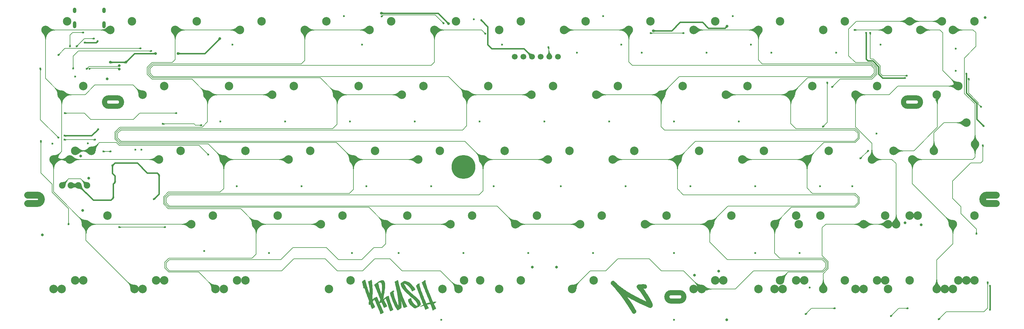
<source format=gbr>
G04 #@! TF.GenerationSoftware,KiCad,Pcbnew,(5.1.10)-1*
G04 #@! TF.CreationDate,2021-10-10T16:54:21+07:00*
G04 #@! TF.ProjectId,averange65,61766572-616e-4676-9536-352e6b696361,rev?*
G04 #@! TF.SameCoordinates,Original*
G04 #@! TF.FileFunction,Copper,L1,Top*
G04 #@! TF.FilePolarity,Positive*
%FSLAX46Y46*%
G04 Gerber Fmt 4.6, Leading zero omitted, Abs format (unit mm)*
G04 Created by KiCad (PCBNEW (5.1.10)-1) date 2021-10-10 16:54:21*
%MOMM*%
%LPD*%
G01*
G04 APERTURE LIST*
G04 #@! TA.AperFunction,EtchedComponent*
%ADD10C,2.000000*%
G04 #@! TD*
G04 #@! TA.AperFunction,EtchedComponent*
%ADD11C,1.500000*%
G04 #@! TD*
G04 #@! TA.AperFunction,EtchedComponent*
%ADD12C,0.010000*%
G04 #@! TD*
G04 #@! TA.AperFunction,ComponentPad*
%ADD13C,1.700000*%
G04 #@! TD*
G04 #@! TA.AperFunction,ComponentPad*
%ADD14C,7.000000*%
G04 #@! TD*
G04 #@! TA.AperFunction,ComponentPad*
%ADD15C,2.500000*%
G04 #@! TD*
G04 #@! TA.AperFunction,ComponentPad*
%ADD16C,1.905000*%
G04 #@! TD*
G04 #@! TA.AperFunction,ComponentPad*
%ADD17O,1.000000X1.600000*%
G04 #@! TD*
G04 #@! TA.AperFunction,ComponentPad*
%ADD18O,1.000000X2.100000*%
G04 #@! TD*
G04 #@! TA.AperFunction,ViaPad*
%ADD19C,0.600000*%
G04 #@! TD*
G04 #@! TA.AperFunction,ViaPad*
%ADD20C,0.800000*%
G04 #@! TD*
G04 #@! TA.AperFunction,Conductor*
%ADD21C,0.400000*%
G04 #@! TD*
G04 #@! TA.AperFunction,Conductor*
%ADD22C,1.000000*%
G04 #@! TD*
G04 #@! TA.AperFunction,Conductor*
%ADD23C,0.200000*%
G04 #@! TD*
G04 #@! TA.AperFunction,Conductor*
%ADD24C,0.025400*%
G04 #@! TD*
G04 #@! TA.AperFunction,Conductor*
%ADD25C,0.100000*%
G04 #@! TD*
G04 APERTURE END LIST*
D10*
X366366Y-96492536D02*
X3116366Y-96492536D01*
X3116366Y-93992536D02*
X366366Y-93992536D01*
D11*
X191966366Y-122692536D02*
X189466366Y-122692536D01*
D10*
X282316366Y-96492536D02*
X285066366Y-96492536D01*
X285066366Y-93992536D02*
X282316366Y-93992536D01*
D11*
X26666366Y-65392536D02*
X24166366Y-65392536D01*
X24166366Y-67892536D02*
X26666366Y-67892536D01*
X189466366Y-125192536D02*
X191966366Y-125192536D01*
X261516366Y-65392536D02*
X259016366Y-65392536D01*
X259016366Y-67892536D02*
X261516366Y-67892536D01*
D10*
X3116366Y-96492536D02*
G75*
G03*
X3116366Y-93992536I0J1250000D01*
G01*
D11*
X259016366Y-67892536D02*
G75*
G02*
X259016366Y-65392536I0J1250000D01*
G01*
X189466366Y-125192536D02*
G75*
G02*
X189466366Y-122692536I0J1250000D01*
G01*
D10*
X282316366Y-93992536D02*
G75*
G03*
X282316366Y-96492536I0J-1250000D01*
G01*
D11*
X26666366Y-65392536D02*
G75*
G02*
X26666366Y-67892536I0J-1250000D01*
G01*
X24166366Y-67892536D02*
G75*
G02*
X24166366Y-65392536I0J1250000D01*
G01*
X191966366Y-122692536D02*
G75*
G02*
X191966366Y-125192536I0J-1250000D01*
G01*
X261516366Y-65392536D02*
G75*
G02*
X261516366Y-67892536I0J-1250000D01*
G01*
D12*
G36*
X111244704Y-119293637D02*
G01*
X111398642Y-119321243D01*
X111481895Y-119338003D01*
X111754323Y-119402191D01*
X111996417Y-119480172D01*
X112218618Y-119578022D01*
X112431370Y-119701820D01*
X112645115Y-119857642D01*
X112870295Y-120051566D01*
X113117354Y-120289670D01*
X113117650Y-120289966D01*
X113398521Y-120581933D01*
X113632748Y-120848452D01*
X113824753Y-121095122D01*
X113978961Y-121327540D01*
X114075907Y-121502648D01*
X114196543Y-121741707D01*
X114100700Y-121821962D01*
X114035466Y-121867622D01*
X113934896Y-121927678D01*
X113811460Y-121995788D01*
X113677631Y-122065607D01*
X113545881Y-122130794D01*
X113428681Y-122185005D01*
X113338503Y-122221898D01*
X113288290Y-122235137D01*
X113243936Y-122210451D01*
X113235996Y-122178650D01*
X113215795Y-122078243D01*
X113158554Y-121942840D01*
X113069315Y-121779884D01*
X112953120Y-121596817D01*
X112815009Y-121401081D01*
X112660024Y-121200118D01*
X112493208Y-121001371D01*
X112319601Y-120812282D01*
X112289243Y-120781091D01*
X112093618Y-120590054D01*
X111918670Y-120438468D01*
X111751419Y-120316396D01*
X111578887Y-120213900D01*
X111487878Y-120167517D01*
X111356651Y-120107568D01*
X111223633Y-120053386D01*
X111100987Y-120009163D01*
X111000874Y-119979093D01*
X110935457Y-119967368D01*
X110917820Y-119970981D01*
X110919018Y-120006630D01*
X110940649Y-120084526D01*
X110978293Y-120192563D01*
X111027530Y-120318635D01*
X111083940Y-120450636D01*
X111126449Y-120542415D01*
X111293842Y-120848592D01*
X111513908Y-121181113D01*
X111786072Y-121539189D01*
X112109761Y-121922028D01*
X112213369Y-122037772D01*
X112350103Y-122184284D01*
X112500480Y-122336293D01*
X112669815Y-122498639D01*
X112863422Y-122676158D01*
X113086618Y-122873691D01*
X113344716Y-123096075D01*
X113643032Y-123348148D01*
X113763339Y-123448802D01*
X114084741Y-123718580D01*
X114363015Y-123955871D01*
X114602221Y-124164867D01*
X114806418Y-124349759D01*
X114979663Y-124514739D01*
X115126015Y-124664001D01*
X115249532Y-124801736D01*
X115354273Y-124932136D01*
X115444295Y-125059393D01*
X115523658Y-125187699D01*
X115596420Y-125321247D01*
X115618784Y-125365396D01*
X115683872Y-125500462D01*
X115725796Y-125604122D01*
X115750509Y-125697165D01*
X115763962Y-125800376D01*
X115770077Y-125893792D01*
X115770110Y-126066798D01*
X115745329Y-126209078D01*
X115688951Y-126337483D01*
X115594198Y-126468866D01*
X115494411Y-126578931D01*
X115425719Y-126645781D01*
X115351690Y-126706066D01*
X115261957Y-126766319D01*
X115146157Y-126833070D01*
X114993923Y-126912851D01*
X114850270Y-126984837D01*
X114663614Y-127076103D01*
X114519391Y-127142305D01*
X114407136Y-127186193D01*
X114316383Y-127210513D01*
X114236667Y-127218015D01*
X114157521Y-127211446D01*
X114068480Y-127193555D01*
X114061572Y-127191941D01*
X113897436Y-127133835D01*
X113708910Y-127034170D01*
X113506028Y-126900242D01*
X113298824Y-126739348D01*
X113097333Y-126558783D01*
X112911587Y-126365846D01*
X112887105Y-126337909D01*
X112631075Y-126018534D01*
X112426691Y-125712357D01*
X112274921Y-125421312D01*
X112176733Y-125147332D01*
X112133096Y-124892352D01*
X112130790Y-124826689D01*
X112134619Y-124764051D01*
X112154293Y-124717599D01*
X112201197Y-124672551D01*
X112286718Y-124614123D01*
X112302172Y-124604193D01*
X112397175Y-124548177D01*
X112517035Y-124484405D01*
X112648463Y-124419118D01*
X112778170Y-124358556D01*
X112892868Y-124308960D01*
X112979267Y-124276571D01*
X113019702Y-124267228D01*
X113043193Y-124287214D01*
X113043402Y-124353205D01*
X113039820Y-124378825D01*
X113037582Y-124537906D01*
X113071662Y-124729408D01*
X113137775Y-124941894D01*
X113231635Y-125163931D01*
X113348956Y-125384085D01*
X113485452Y-125590922D01*
X113502882Y-125614260D01*
X113675020Y-125818120D01*
X113880320Y-126024126D01*
X114098031Y-126212719D01*
X114278865Y-126345732D01*
X114412074Y-126427987D01*
X114545875Y-126499710D01*
X114669235Y-126556146D01*
X114771124Y-126592539D01*
X114840509Y-126604134D01*
X114862038Y-126597120D01*
X114888037Y-126538530D01*
X114901338Y-126438924D01*
X114901831Y-126315712D01*
X114889404Y-126186303D01*
X114865381Y-126072968D01*
X114792818Y-125872037D01*
X114690975Y-125655789D01*
X114572878Y-125451124D01*
X114540550Y-125402295D01*
X114455921Y-125290694D01*
X114339849Y-125158202D01*
X114189930Y-125002519D01*
X114003759Y-124821344D01*
X113778929Y-124612378D01*
X113513036Y-124373320D01*
X113203676Y-124101871D01*
X112967054Y-123897437D01*
X112498004Y-123488426D01*
X112076941Y-123108911D01*
X111704303Y-122759322D01*
X111380531Y-122440090D01*
X111106062Y-122151642D01*
X110881337Y-121894410D01*
X110749083Y-121726766D01*
X110515605Y-121394913D01*
X110322213Y-121079381D01*
X110170339Y-120783563D01*
X110061415Y-120510850D01*
X109996872Y-120264636D01*
X109978143Y-120048312D01*
X109990430Y-119929318D01*
X110000179Y-119892631D01*
X110018277Y-119858343D01*
X110050831Y-119822168D01*
X110103947Y-119779822D01*
X110183732Y-119727020D01*
X110296291Y-119659475D01*
X110447732Y-119572903D01*
X110644161Y-119463018D01*
X110695992Y-119434193D01*
X110828595Y-119362533D01*
X110934071Y-119314569D01*
X111028116Y-119288379D01*
X111126428Y-119282042D01*
X111244704Y-119293637D01*
G37*
X111244704Y-119293637D02*
X111398642Y-119321243D01*
X111481895Y-119338003D01*
X111754323Y-119402191D01*
X111996417Y-119480172D01*
X112218618Y-119578022D01*
X112431370Y-119701820D01*
X112645115Y-119857642D01*
X112870295Y-120051566D01*
X113117354Y-120289670D01*
X113117650Y-120289966D01*
X113398521Y-120581933D01*
X113632748Y-120848452D01*
X113824753Y-121095122D01*
X113978961Y-121327540D01*
X114075907Y-121502648D01*
X114196543Y-121741707D01*
X114100700Y-121821962D01*
X114035466Y-121867622D01*
X113934896Y-121927678D01*
X113811460Y-121995788D01*
X113677631Y-122065607D01*
X113545881Y-122130794D01*
X113428681Y-122185005D01*
X113338503Y-122221898D01*
X113288290Y-122235137D01*
X113243936Y-122210451D01*
X113235996Y-122178650D01*
X113215795Y-122078243D01*
X113158554Y-121942840D01*
X113069315Y-121779884D01*
X112953120Y-121596817D01*
X112815009Y-121401081D01*
X112660024Y-121200118D01*
X112493208Y-121001371D01*
X112319601Y-120812282D01*
X112289243Y-120781091D01*
X112093618Y-120590054D01*
X111918670Y-120438468D01*
X111751419Y-120316396D01*
X111578887Y-120213900D01*
X111487878Y-120167517D01*
X111356651Y-120107568D01*
X111223633Y-120053386D01*
X111100987Y-120009163D01*
X111000874Y-119979093D01*
X110935457Y-119967368D01*
X110917820Y-119970981D01*
X110919018Y-120006630D01*
X110940649Y-120084526D01*
X110978293Y-120192563D01*
X111027530Y-120318635D01*
X111083940Y-120450636D01*
X111126449Y-120542415D01*
X111293842Y-120848592D01*
X111513908Y-121181113D01*
X111786072Y-121539189D01*
X112109761Y-121922028D01*
X112213369Y-122037772D01*
X112350103Y-122184284D01*
X112500480Y-122336293D01*
X112669815Y-122498639D01*
X112863422Y-122676158D01*
X113086618Y-122873691D01*
X113344716Y-123096075D01*
X113643032Y-123348148D01*
X113763339Y-123448802D01*
X114084741Y-123718580D01*
X114363015Y-123955871D01*
X114602221Y-124164867D01*
X114806418Y-124349759D01*
X114979663Y-124514739D01*
X115126015Y-124664001D01*
X115249532Y-124801736D01*
X115354273Y-124932136D01*
X115444295Y-125059393D01*
X115523658Y-125187699D01*
X115596420Y-125321247D01*
X115618784Y-125365396D01*
X115683872Y-125500462D01*
X115725796Y-125604122D01*
X115750509Y-125697165D01*
X115763962Y-125800376D01*
X115770077Y-125893792D01*
X115770110Y-126066798D01*
X115745329Y-126209078D01*
X115688951Y-126337483D01*
X115594198Y-126468866D01*
X115494411Y-126578931D01*
X115425719Y-126645781D01*
X115351690Y-126706066D01*
X115261957Y-126766319D01*
X115146157Y-126833070D01*
X114993923Y-126912851D01*
X114850270Y-126984837D01*
X114663614Y-127076103D01*
X114519391Y-127142305D01*
X114407136Y-127186193D01*
X114316383Y-127210513D01*
X114236667Y-127218015D01*
X114157521Y-127211446D01*
X114068480Y-127193555D01*
X114061572Y-127191941D01*
X113897436Y-127133835D01*
X113708910Y-127034170D01*
X113506028Y-126900242D01*
X113298824Y-126739348D01*
X113097333Y-126558783D01*
X112911587Y-126365846D01*
X112887105Y-126337909D01*
X112631075Y-126018534D01*
X112426691Y-125712357D01*
X112274921Y-125421312D01*
X112176733Y-125147332D01*
X112133096Y-124892352D01*
X112130790Y-124826689D01*
X112134619Y-124764051D01*
X112154293Y-124717599D01*
X112201197Y-124672551D01*
X112286718Y-124614123D01*
X112302172Y-124604193D01*
X112397175Y-124548177D01*
X112517035Y-124484405D01*
X112648463Y-124419118D01*
X112778170Y-124358556D01*
X112892868Y-124308960D01*
X112979267Y-124276571D01*
X113019702Y-124267228D01*
X113043193Y-124287214D01*
X113043402Y-124353205D01*
X113039820Y-124378825D01*
X113037582Y-124537906D01*
X113071662Y-124729408D01*
X113137775Y-124941894D01*
X113231635Y-125163931D01*
X113348956Y-125384085D01*
X113485452Y-125590922D01*
X113502882Y-125614260D01*
X113675020Y-125818120D01*
X113880320Y-126024126D01*
X114098031Y-126212719D01*
X114278865Y-126345732D01*
X114412074Y-126427987D01*
X114545875Y-126499710D01*
X114669235Y-126556146D01*
X114771124Y-126592539D01*
X114840509Y-126604134D01*
X114862038Y-126597120D01*
X114888037Y-126538530D01*
X114901338Y-126438924D01*
X114901831Y-126315712D01*
X114889404Y-126186303D01*
X114865381Y-126072968D01*
X114792818Y-125872037D01*
X114690975Y-125655789D01*
X114572878Y-125451124D01*
X114540550Y-125402295D01*
X114455921Y-125290694D01*
X114339849Y-125158202D01*
X114189930Y-125002519D01*
X114003759Y-124821344D01*
X113778929Y-124612378D01*
X113513036Y-124373320D01*
X113203676Y-124101871D01*
X112967054Y-123897437D01*
X112498004Y-123488426D01*
X112076941Y-123108911D01*
X111704303Y-122759322D01*
X111380531Y-122440090D01*
X111106062Y-122151642D01*
X110881337Y-121894410D01*
X110749083Y-121726766D01*
X110515605Y-121394913D01*
X110322213Y-121079381D01*
X110170339Y-120783563D01*
X110061415Y-120510850D01*
X109996872Y-120264636D01*
X109978143Y-120048312D01*
X109990430Y-119929318D01*
X110000179Y-119892631D01*
X110018277Y-119858343D01*
X110050831Y-119822168D01*
X110103947Y-119779822D01*
X110183732Y-119727020D01*
X110296291Y-119659475D01*
X110447732Y-119572903D01*
X110644161Y-119463018D01*
X110695992Y-119434193D01*
X110828595Y-119362533D01*
X110934071Y-119314569D01*
X111028116Y-119288379D01*
X111126428Y-119282042D01*
X111244704Y-119293637D01*
G36*
X109111406Y-119021903D02*
G01*
X109127633Y-119057306D01*
X109145071Y-119133721D01*
X109156505Y-119208783D01*
X109175423Y-119321962D01*
X109209635Y-119485266D01*
X109257259Y-119691579D01*
X109316411Y-119933781D01*
X109385209Y-120204756D01*
X109461771Y-120497387D01*
X109544213Y-120804554D01*
X109630653Y-121119142D01*
X109719208Y-121434032D01*
X109807995Y-121742106D01*
X109895132Y-122036247D01*
X109964836Y-122264648D01*
X110120123Y-122755757D01*
X110267954Y-123200725D01*
X110413235Y-123611882D01*
X110560873Y-124001559D01*
X110715775Y-124382087D01*
X110882847Y-124765796D01*
X111066996Y-125165018D01*
X111273128Y-125592083D01*
X111353933Y-125755562D01*
X111483588Y-126018653D01*
X111594451Y-126248100D01*
X111684936Y-126440427D01*
X111753455Y-126592157D01*
X111798423Y-126699814D01*
X111818253Y-126759924D01*
X111817723Y-126771562D01*
X111782385Y-126786774D01*
X111702627Y-126817555D01*
X111590375Y-126859555D01*
X111457557Y-126908428D01*
X111316099Y-126959823D01*
X111177931Y-127009393D01*
X111054977Y-127052787D01*
X110959167Y-127085658D01*
X110929688Y-127095345D01*
X110910953Y-127098233D01*
X110891941Y-127091449D01*
X110870623Y-127070379D01*
X110844973Y-127030413D01*
X110812963Y-126966940D01*
X110772564Y-126875347D01*
X110721748Y-126751022D01*
X110658488Y-126589356D01*
X110580756Y-126385734D01*
X110486524Y-126135547D01*
X110373764Y-125834183D01*
X110366180Y-125813877D01*
X110277022Y-125575932D01*
X110194379Y-125356868D01*
X110120561Y-125162698D01*
X110057878Y-124999435D01*
X110008642Y-124873090D01*
X109975164Y-124789677D01*
X109959754Y-124755207D01*
X109959079Y-124754662D01*
X109960257Y-124785460D01*
X109968580Y-124866067D01*
X109982936Y-124987101D01*
X110002212Y-125139178D01*
X110025260Y-125312658D01*
X110065105Y-125629015D01*
X110097766Y-125934865D01*
X110122616Y-126221319D01*
X110139027Y-126479489D01*
X110146372Y-126700487D01*
X110144023Y-126875424D01*
X110139813Y-126934930D01*
X110120279Y-127137800D01*
X109765494Y-127398107D01*
X109625945Y-127498872D01*
X109490356Y-127593909D01*
X109372133Y-127674008D01*
X109284684Y-127729961D01*
X109268027Y-127739769D01*
X109184784Y-127785423D01*
X109132400Y-127803580D01*
X109090022Y-127796709D01*
X109036800Y-127767278D01*
X109036610Y-127767163D01*
X108952888Y-127705329D01*
X108867166Y-127617875D01*
X108773715Y-127497461D01*
X108666803Y-127336750D01*
X108549707Y-127143733D01*
X108218227Y-126540064D01*
X107900647Y-125879059D01*
X107597350Y-125161602D01*
X107308721Y-124388574D01*
X107156981Y-123941914D01*
X107046856Y-123592561D01*
X106963588Y-123296444D01*
X106907146Y-123053423D01*
X106877494Y-122863362D01*
X106872549Y-122772648D01*
X106875382Y-122697896D01*
X106891525Y-122647924D01*
X106932861Y-122605752D01*
X107011270Y-122554401D01*
X107035606Y-122539622D01*
X107134693Y-122476140D01*
X107259796Y-122391038D01*
X107389480Y-122299027D01*
X107438338Y-122263210D01*
X107545500Y-122187521D01*
X107639454Y-122127994D01*
X107707233Y-122092499D01*
X107730339Y-122086010D01*
X107789688Y-122098098D01*
X107869330Y-122127309D01*
X107949909Y-122164683D01*
X108012070Y-122201257D01*
X108036466Y-122227751D01*
X108014368Y-122258310D01*
X107957263Y-122310464D01*
X107899482Y-122356179D01*
X107762497Y-122458817D01*
X107781986Y-122623203D01*
X107833040Y-122949579D01*
X107911873Y-123315328D01*
X108014716Y-123709065D01*
X108137802Y-124119402D01*
X108277362Y-124534954D01*
X108429627Y-124944332D01*
X108590832Y-125336152D01*
X108757206Y-125699025D01*
X108878531Y-125936818D01*
X108957978Y-126080625D01*
X109041579Y-126224839D01*
X109123433Y-126360072D01*
X109197642Y-126476937D01*
X109258304Y-126566048D01*
X109299521Y-126618018D01*
X109312630Y-126627472D01*
X109319175Y-126599160D01*
X109321763Y-126520188D01*
X109320791Y-126399501D01*
X109316655Y-126246045D01*
X109309752Y-126068767D01*
X109300481Y-125876610D01*
X109289238Y-125678522D01*
X109276420Y-125483448D01*
X109262425Y-125300332D01*
X109247650Y-125138122D01*
X109245627Y-125118413D01*
X109184904Y-124577736D01*
X109116167Y-124048655D01*
X109037240Y-123517318D01*
X108945943Y-122969871D01*
X108840101Y-122392464D01*
X108726241Y-121814152D01*
X108627077Y-121328975D01*
X108537909Y-120902178D01*
X108458755Y-120533837D01*
X108389632Y-120224025D01*
X108330555Y-119972816D01*
X108281544Y-119780285D01*
X108242613Y-119646506D01*
X108213781Y-119571554D01*
X108213139Y-119570338D01*
X108204768Y-119531858D01*
X108229841Y-119491101D01*
X108296918Y-119435442D01*
X108312192Y-119424258D01*
X108389706Y-119373720D01*
X108496226Y-119311802D01*
X108620410Y-119244217D01*
X108750912Y-119176675D01*
X108876387Y-119114887D01*
X108985492Y-119064566D01*
X109066881Y-119031422D01*
X109109210Y-119021167D01*
X109111406Y-119021903D01*
G37*
X109111406Y-119021903D02*
X109127633Y-119057306D01*
X109145071Y-119133721D01*
X109156505Y-119208783D01*
X109175423Y-119321962D01*
X109209635Y-119485266D01*
X109257259Y-119691579D01*
X109316411Y-119933781D01*
X109385209Y-120204756D01*
X109461771Y-120497387D01*
X109544213Y-120804554D01*
X109630653Y-121119142D01*
X109719208Y-121434032D01*
X109807995Y-121742106D01*
X109895132Y-122036247D01*
X109964836Y-122264648D01*
X110120123Y-122755757D01*
X110267954Y-123200725D01*
X110413235Y-123611882D01*
X110560873Y-124001559D01*
X110715775Y-124382087D01*
X110882847Y-124765796D01*
X111066996Y-125165018D01*
X111273128Y-125592083D01*
X111353933Y-125755562D01*
X111483588Y-126018653D01*
X111594451Y-126248100D01*
X111684936Y-126440427D01*
X111753455Y-126592157D01*
X111798423Y-126699814D01*
X111818253Y-126759924D01*
X111817723Y-126771562D01*
X111782385Y-126786774D01*
X111702627Y-126817555D01*
X111590375Y-126859555D01*
X111457557Y-126908428D01*
X111316099Y-126959823D01*
X111177931Y-127009393D01*
X111054977Y-127052787D01*
X110959167Y-127085658D01*
X110929688Y-127095345D01*
X110910953Y-127098233D01*
X110891941Y-127091449D01*
X110870623Y-127070379D01*
X110844973Y-127030413D01*
X110812963Y-126966940D01*
X110772564Y-126875347D01*
X110721748Y-126751022D01*
X110658488Y-126589356D01*
X110580756Y-126385734D01*
X110486524Y-126135547D01*
X110373764Y-125834183D01*
X110366180Y-125813877D01*
X110277022Y-125575932D01*
X110194379Y-125356868D01*
X110120561Y-125162698D01*
X110057878Y-124999435D01*
X110008642Y-124873090D01*
X109975164Y-124789677D01*
X109959754Y-124755207D01*
X109959079Y-124754662D01*
X109960257Y-124785460D01*
X109968580Y-124866067D01*
X109982936Y-124987101D01*
X110002212Y-125139178D01*
X110025260Y-125312658D01*
X110065105Y-125629015D01*
X110097766Y-125934865D01*
X110122616Y-126221319D01*
X110139027Y-126479489D01*
X110146372Y-126700487D01*
X110144023Y-126875424D01*
X110139813Y-126934930D01*
X110120279Y-127137800D01*
X109765494Y-127398107D01*
X109625945Y-127498872D01*
X109490356Y-127593909D01*
X109372133Y-127674008D01*
X109284684Y-127729961D01*
X109268027Y-127739769D01*
X109184784Y-127785423D01*
X109132400Y-127803580D01*
X109090022Y-127796709D01*
X109036800Y-127767278D01*
X109036610Y-127767163D01*
X108952888Y-127705329D01*
X108867166Y-127617875D01*
X108773715Y-127497461D01*
X108666803Y-127336750D01*
X108549707Y-127143733D01*
X108218227Y-126540064D01*
X107900647Y-125879059D01*
X107597350Y-125161602D01*
X107308721Y-124388574D01*
X107156981Y-123941914D01*
X107046856Y-123592561D01*
X106963588Y-123296444D01*
X106907146Y-123053423D01*
X106877494Y-122863362D01*
X106872549Y-122772648D01*
X106875382Y-122697896D01*
X106891525Y-122647924D01*
X106932861Y-122605752D01*
X107011270Y-122554401D01*
X107035606Y-122539622D01*
X107134693Y-122476140D01*
X107259796Y-122391038D01*
X107389480Y-122299027D01*
X107438338Y-122263210D01*
X107545500Y-122187521D01*
X107639454Y-122127994D01*
X107707233Y-122092499D01*
X107730339Y-122086010D01*
X107789688Y-122098098D01*
X107869330Y-122127309D01*
X107949909Y-122164683D01*
X108012070Y-122201257D01*
X108036466Y-122227751D01*
X108014368Y-122258310D01*
X107957263Y-122310464D01*
X107899482Y-122356179D01*
X107762497Y-122458817D01*
X107781986Y-122623203D01*
X107833040Y-122949579D01*
X107911873Y-123315328D01*
X108014716Y-123709065D01*
X108137802Y-124119402D01*
X108277362Y-124534954D01*
X108429627Y-124944332D01*
X108590832Y-125336152D01*
X108757206Y-125699025D01*
X108878531Y-125936818D01*
X108957978Y-126080625D01*
X109041579Y-126224839D01*
X109123433Y-126360072D01*
X109197642Y-126476937D01*
X109258304Y-126566048D01*
X109299521Y-126618018D01*
X109312630Y-126627472D01*
X109319175Y-126599160D01*
X109321763Y-126520188D01*
X109320791Y-126399501D01*
X109316655Y-126246045D01*
X109309752Y-126068767D01*
X109300481Y-125876610D01*
X109289238Y-125678522D01*
X109276420Y-125483448D01*
X109262425Y-125300332D01*
X109247650Y-125138122D01*
X109245627Y-125118413D01*
X109184904Y-124577736D01*
X109116167Y-124048655D01*
X109037240Y-123517318D01*
X108945943Y-122969871D01*
X108840101Y-122392464D01*
X108726241Y-121814152D01*
X108627077Y-121328975D01*
X108537909Y-120902178D01*
X108458755Y-120533837D01*
X108389632Y-120224025D01*
X108330555Y-119972816D01*
X108281544Y-119780285D01*
X108242613Y-119646506D01*
X108213781Y-119571554D01*
X108213139Y-119570338D01*
X108204768Y-119531858D01*
X108229841Y-119491101D01*
X108296918Y-119435442D01*
X108312192Y-119424258D01*
X108389706Y-119373720D01*
X108496226Y-119311802D01*
X108620410Y-119244217D01*
X108750912Y-119176675D01*
X108876387Y-119114887D01*
X108985492Y-119064566D01*
X109066881Y-119031422D01*
X109109210Y-119021167D01*
X109111406Y-119021903D01*
G36*
X117171459Y-119102377D02*
G01*
X117250926Y-119185973D01*
X117282746Y-119250752D01*
X117269647Y-119310054D01*
X117225409Y-119365935D01*
X117145467Y-119449377D01*
X117222122Y-119728954D01*
X117309005Y-120026986D01*
X117419730Y-120375127D01*
X117552845Y-120769339D01*
X117706898Y-121205582D01*
X117880436Y-121679817D01*
X118072006Y-122188006D01*
X118280157Y-122726110D01*
X118497025Y-123274067D01*
X118571161Y-123457903D01*
X118655143Y-123663581D01*
X118746091Y-123884284D01*
X118841125Y-124113192D01*
X118937364Y-124343488D01*
X119031930Y-124568352D01*
X119121942Y-124780966D01*
X119204520Y-124974512D01*
X119276785Y-125142170D01*
X119335856Y-125277122D01*
X119378854Y-125372550D01*
X119402899Y-125421634D01*
X119406054Y-125426374D01*
X119437336Y-125426470D01*
X119516791Y-125420344D01*
X119633270Y-125409017D01*
X119775621Y-125393507D01*
X119814271Y-125389058D01*
X119972256Y-125371671D01*
X120117804Y-125357458D01*
X120235975Y-125347755D01*
X120311830Y-125343903D01*
X120318113Y-125343906D01*
X120422701Y-125345209D01*
X120273290Y-125479504D01*
X120193405Y-125546139D01*
X120088189Y-125626894D01*
X119970655Y-125712601D01*
X119853818Y-125794093D01*
X119750692Y-125862199D01*
X119674291Y-125907753D01*
X119647999Y-125920006D01*
X119651682Y-125948785D01*
X119679349Y-126024093D01*
X119728030Y-126139119D01*
X119794755Y-126287051D01*
X119876552Y-126461078D01*
X119951339Y-126615517D01*
X120043172Y-126804363D01*
X120126059Y-126977707D01*
X120196342Y-127127661D01*
X120250360Y-127246338D01*
X120284456Y-127325852D01*
X120294986Y-127356314D01*
X120289646Y-127386379D01*
X120257770Y-127414547D01*
X120189820Y-127446092D01*
X120076259Y-127486285D01*
X120036016Y-127499473D01*
X119867370Y-127561380D01*
X119733057Y-127629877D01*
X119608006Y-127718105D01*
X119587907Y-127734337D01*
X119485183Y-127816438D01*
X119418441Y-127862967D01*
X119378946Y-127877996D01*
X119357959Y-127865600D01*
X119350211Y-127845178D01*
X119315232Y-127724346D01*
X119261471Y-127555567D01*
X119191582Y-127346680D01*
X119108218Y-127105526D01*
X119014036Y-126839945D01*
X118948063Y-126657354D01*
X118714270Y-126014883D01*
X118552486Y-126018407D01*
X118460393Y-126025272D01*
X118334673Y-126041118D01*
X118189226Y-126063439D01*
X118037954Y-126089727D01*
X117894757Y-126117475D01*
X117773536Y-126144176D01*
X117688193Y-126167323D01*
X117657697Y-126179784D01*
X117645644Y-126199694D01*
X117650338Y-126240300D01*
X117674540Y-126309089D01*
X117721010Y-126413549D01*
X117792507Y-126561166D01*
X117814908Y-126606278D01*
X117892742Y-126756717D01*
X117969932Y-126895770D01*
X118039037Y-127010707D01*
X118092621Y-127088797D01*
X118106308Y-127105042D01*
X118159467Y-127165331D01*
X118188153Y-127204594D01*
X118189875Y-127211524D01*
X118160367Y-127225319D01*
X118087537Y-127256013D01*
X117983632Y-127298508D01*
X117904013Y-127330529D01*
X117771701Y-127386378D01*
X117648664Y-127443500D01*
X117553562Y-127493018D01*
X117522188Y-127512237D01*
X117376174Y-127603744D01*
X117268922Y-127652792D01*
X117197584Y-127659822D01*
X117159313Y-127625275D01*
X117150584Y-127569801D01*
X117140031Y-127523519D01*
X117111211Y-127433118D01*
X117068379Y-127309840D01*
X117015792Y-127164923D01*
X116957707Y-127009610D01*
X116898379Y-126855138D01*
X116842065Y-126712749D01*
X116793021Y-126593682D01*
X116755503Y-126509178D01*
X116734661Y-126471430D01*
X116701874Y-126473873D01*
X116621838Y-126493596D01*
X116503648Y-126527953D01*
X116356400Y-126574296D01*
X116189188Y-126629976D01*
X116184507Y-126631576D01*
X116017115Y-126687792D01*
X115869766Y-126735345D01*
X115751486Y-126771478D01*
X115671301Y-126793438D01*
X115638239Y-126798469D01*
X115638078Y-126798339D01*
X115657530Y-126779325D01*
X115720855Y-126736182D01*
X115819847Y-126674097D01*
X115946297Y-126598260D01*
X116050678Y-126537513D01*
X116236237Y-126430755D01*
X116376224Y-126349618D01*
X116476809Y-126289817D01*
X116544164Y-126247066D01*
X116584460Y-126217081D01*
X116603868Y-126195576D01*
X116608560Y-126178266D01*
X116604706Y-126160866D01*
X116602584Y-126154287D01*
X116587902Y-126115247D01*
X116553638Y-126027802D01*
X116502583Y-125898966D01*
X116437530Y-125735752D01*
X116361272Y-125545174D01*
X116276601Y-125334244D01*
X116225831Y-125208060D01*
X116117988Y-124938663D01*
X115999826Y-124640758D01*
X115878018Y-124331354D01*
X115759240Y-124027462D01*
X115650165Y-123746089D01*
X115563349Y-123519707D01*
X115464718Y-123261203D01*
X115354165Y-122972396D01*
X115239026Y-122672384D01*
X115126633Y-122380262D01*
X115024319Y-122115126D01*
X114978095Y-121995707D01*
X114838375Y-121631611D01*
X114722601Y-121322047D01*
X114630706Y-121066820D01*
X114562623Y-120865732D01*
X114518284Y-120718590D01*
X114497622Y-120625196D01*
X114496684Y-120594131D01*
X114523002Y-120555834D01*
X114587175Y-120491079D01*
X114678678Y-120408498D01*
X114786987Y-120316722D01*
X114901576Y-120224380D01*
X115011921Y-120140105D01*
X115107496Y-120072526D01*
X115177777Y-120030274D01*
X115192004Y-120023961D01*
X115342065Y-119995118D01*
X115484538Y-120025534D01*
X115491400Y-120028584D01*
X115568205Y-120063578D01*
X115408453Y-120230324D01*
X115491524Y-120582603D01*
X115587083Y-120954626D01*
X115708626Y-121372610D01*
X115853796Y-121829897D01*
X116020239Y-122319829D01*
X116205602Y-122835746D01*
X116407528Y-123370992D01*
X116623665Y-123918908D01*
X116851657Y-124472834D01*
X116945291Y-124693766D01*
X117067371Y-124978742D01*
X117168724Y-125213315D01*
X117251723Y-125402201D01*
X117318739Y-125550118D01*
X117372146Y-125661782D01*
X117414316Y-125741910D01*
X117447621Y-125795218D01*
X117474434Y-125826424D01*
X117497128Y-125840244D01*
X117518075Y-125841396D01*
X117522110Y-125840558D01*
X117605713Y-125819877D01*
X117722714Y-125790159D01*
X117861981Y-125754318D01*
X118012381Y-125715270D01*
X118162782Y-125675927D01*
X118302052Y-125639205D01*
X118419059Y-125608017D01*
X118502672Y-125585277D01*
X118541757Y-125573900D01*
X118543251Y-125573245D01*
X118535213Y-125544720D01*
X118508618Y-125471937D01*
X118467631Y-125365915D01*
X118416525Y-125237942D01*
X118377233Y-125140299D01*
X118318959Y-124994654D01*
X118244719Y-124808580D01*
X118157524Y-124589644D01*
X118060389Y-124345418D01*
X117956327Y-124083471D01*
X117848351Y-123811374D01*
X117780105Y-123639236D01*
X117651648Y-123316333D01*
X117508281Y-122958065D01*
X117356145Y-122579645D01*
X117201381Y-122196288D01*
X117050132Y-121823208D01*
X116908539Y-121475617D01*
X116784889Y-121173942D01*
X116678946Y-120915782D01*
X116578406Y-120669418D01*
X116485943Y-120441496D01*
X116404228Y-120238665D01*
X116335935Y-120067573D01*
X116283735Y-119934867D01*
X116250300Y-119847195D01*
X116241078Y-119821186D01*
X116189160Y-119663723D01*
X116258990Y-119603795D01*
X116307991Y-119566480D01*
X116396226Y-119503801D01*
X116512978Y-119423203D01*
X116647528Y-119332132D01*
X116713009Y-119288399D01*
X117097199Y-119032930D01*
X117171459Y-119102377D01*
G37*
X117171459Y-119102377D02*
X117250926Y-119185973D01*
X117282746Y-119250752D01*
X117269647Y-119310054D01*
X117225409Y-119365935D01*
X117145467Y-119449377D01*
X117222122Y-119728954D01*
X117309005Y-120026986D01*
X117419730Y-120375127D01*
X117552845Y-120769339D01*
X117706898Y-121205582D01*
X117880436Y-121679817D01*
X118072006Y-122188006D01*
X118280157Y-122726110D01*
X118497025Y-123274067D01*
X118571161Y-123457903D01*
X118655143Y-123663581D01*
X118746091Y-123884284D01*
X118841125Y-124113192D01*
X118937364Y-124343488D01*
X119031930Y-124568352D01*
X119121942Y-124780966D01*
X119204520Y-124974512D01*
X119276785Y-125142170D01*
X119335856Y-125277122D01*
X119378854Y-125372550D01*
X119402899Y-125421634D01*
X119406054Y-125426374D01*
X119437336Y-125426470D01*
X119516791Y-125420344D01*
X119633270Y-125409017D01*
X119775621Y-125393507D01*
X119814271Y-125389058D01*
X119972256Y-125371671D01*
X120117804Y-125357458D01*
X120235975Y-125347755D01*
X120311830Y-125343903D01*
X120318113Y-125343906D01*
X120422701Y-125345209D01*
X120273290Y-125479504D01*
X120193405Y-125546139D01*
X120088189Y-125626894D01*
X119970655Y-125712601D01*
X119853818Y-125794093D01*
X119750692Y-125862199D01*
X119674291Y-125907753D01*
X119647999Y-125920006D01*
X119651682Y-125948785D01*
X119679349Y-126024093D01*
X119728030Y-126139119D01*
X119794755Y-126287051D01*
X119876552Y-126461078D01*
X119951339Y-126615517D01*
X120043172Y-126804363D01*
X120126059Y-126977707D01*
X120196342Y-127127661D01*
X120250360Y-127246338D01*
X120284456Y-127325852D01*
X120294986Y-127356314D01*
X120289646Y-127386379D01*
X120257770Y-127414547D01*
X120189820Y-127446092D01*
X120076259Y-127486285D01*
X120036016Y-127499473D01*
X119867370Y-127561380D01*
X119733057Y-127629877D01*
X119608006Y-127718105D01*
X119587907Y-127734337D01*
X119485183Y-127816438D01*
X119418441Y-127862967D01*
X119378946Y-127877996D01*
X119357959Y-127865600D01*
X119350211Y-127845178D01*
X119315232Y-127724346D01*
X119261471Y-127555567D01*
X119191582Y-127346680D01*
X119108218Y-127105526D01*
X119014036Y-126839945D01*
X118948063Y-126657354D01*
X118714270Y-126014883D01*
X118552486Y-126018407D01*
X118460393Y-126025272D01*
X118334673Y-126041118D01*
X118189226Y-126063439D01*
X118037954Y-126089727D01*
X117894757Y-126117475D01*
X117773536Y-126144176D01*
X117688193Y-126167323D01*
X117657697Y-126179784D01*
X117645644Y-126199694D01*
X117650338Y-126240300D01*
X117674540Y-126309089D01*
X117721010Y-126413549D01*
X117792507Y-126561166D01*
X117814908Y-126606278D01*
X117892742Y-126756717D01*
X117969932Y-126895770D01*
X118039037Y-127010707D01*
X118092621Y-127088797D01*
X118106308Y-127105042D01*
X118159467Y-127165331D01*
X118188153Y-127204594D01*
X118189875Y-127211524D01*
X118160367Y-127225319D01*
X118087537Y-127256013D01*
X117983632Y-127298508D01*
X117904013Y-127330529D01*
X117771701Y-127386378D01*
X117648664Y-127443500D01*
X117553562Y-127493018D01*
X117522188Y-127512237D01*
X117376174Y-127603744D01*
X117268922Y-127652792D01*
X117197584Y-127659822D01*
X117159313Y-127625275D01*
X117150584Y-127569801D01*
X117140031Y-127523519D01*
X117111211Y-127433118D01*
X117068379Y-127309840D01*
X117015792Y-127164923D01*
X116957707Y-127009610D01*
X116898379Y-126855138D01*
X116842065Y-126712749D01*
X116793021Y-126593682D01*
X116755503Y-126509178D01*
X116734661Y-126471430D01*
X116701874Y-126473873D01*
X116621838Y-126493596D01*
X116503648Y-126527953D01*
X116356400Y-126574296D01*
X116189188Y-126629976D01*
X116184507Y-126631576D01*
X116017115Y-126687792D01*
X115869766Y-126735345D01*
X115751486Y-126771478D01*
X115671301Y-126793438D01*
X115638239Y-126798469D01*
X115638078Y-126798339D01*
X115657530Y-126779325D01*
X115720855Y-126736182D01*
X115819847Y-126674097D01*
X115946297Y-126598260D01*
X116050678Y-126537513D01*
X116236237Y-126430755D01*
X116376224Y-126349618D01*
X116476809Y-126289817D01*
X116544164Y-126247066D01*
X116584460Y-126217081D01*
X116603868Y-126195576D01*
X116608560Y-126178266D01*
X116604706Y-126160866D01*
X116602584Y-126154287D01*
X116587902Y-126115247D01*
X116553638Y-126027802D01*
X116502583Y-125898966D01*
X116437530Y-125735752D01*
X116361272Y-125545174D01*
X116276601Y-125334244D01*
X116225831Y-125208060D01*
X116117988Y-124938663D01*
X115999826Y-124640758D01*
X115878018Y-124331354D01*
X115759240Y-124027462D01*
X115650165Y-123746089D01*
X115563349Y-123519707D01*
X115464718Y-123261203D01*
X115354165Y-122972396D01*
X115239026Y-122672384D01*
X115126633Y-122380262D01*
X115024319Y-122115126D01*
X114978095Y-121995707D01*
X114838375Y-121631611D01*
X114722601Y-121322047D01*
X114630706Y-121066820D01*
X114562623Y-120865732D01*
X114518284Y-120718590D01*
X114497622Y-120625196D01*
X114496684Y-120594131D01*
X114523002Y-120555834D01*
X114587175Y-120491079D01*
X114678678Y-120408498D01*
X114786987Y-120316722D01*
X114901576Y-120224380D01*
X115011921Y-120140105D01*
X115107496Y-120072526D01*
X115177777Y-120030274D01*
X115192004Y-120023961D01*
X115342065Y-119995118D01*
X115484538Y-120025534D01*
X115491400Y-120028584D01*
X115568205Y-120063578D01*
X115408453Y-120230324D01*
X115491524Y-120582603D01*
X115587083Y-120954626D01*
X115708626Y-121372610D01*
X115853796Y-121829897D01*
X116020239Y-122319829D01*
X116205602Y-122835746D01*
X116407528Y-123370992D01*
X116623665Y-123918908D01*
X116851657Y-124472834D01*
X116945291Y-124693766D01*
X117067371Y-124978742D01*
X117168724Y-125213315D01*
X117251723Y-125402201D01*
X117318739Y-125550118D01*
X117372146Y-125661782D01*
X117414316Y-125741910D01*
X117447621Y-125795218D01*
X117474434Y-125826424D01*
X117497128Y-125840244D01*
X117518075Y-125841396D01*
X117522110Y-125840558D01*
X117605713Y-125819877D01*
X117722714Y-125790159D01*
X117861981Y-125754318D01*
X118012381Y-125715270D01*
X118162782Y-125675927D01*
X118302052Y-125639205D01*
X118419059Y-125608017D01*
X118502672Y-125585277D01*
X118541757Y-125573900D01*
X118543251Y-125573245D01*
X118535213Y-125544720D01*
X118508618Y-125471937D01*
X118467631Y-125365915D01*
X118416525Y-125237942D01*
X118377233Y-125140299D01*
X118318959Y-124994654D01*
X118244719Y-124808580D01*
X118157524Y-124589644D01*
X118060389Y-124345418D01*
X117956327Y-124083471D01*
X117848351Y-123811374D01*
X117780105Y-123639236D01*
X117651648Y-123316333D01*
X117508281Y-122958065D01*
X117356145Y-122579645D01*
X117201381Y-122196288D01*
X117050132Y-121823208D01*
X116908539Y-121475617D01*
X116784889Y-121173942D01*
X116678946Y-120915782D01*
X116578406Y-120669418D01*
X116485943Y-120441496D01*
X116404228Y-120238665D01*
X116335935Y-120067573D01*
X116283735Y-119934867D01*
X116250300Y-119847195D01*
X116241078Y-119821186D01*
X116189160Y-119663723D01*
X116258990Y-119603795D01*
X116307991Y-119566480D01*
X116396226Y-119503801D01*
X116512978Y-119423203D01*
X116647528Y-119332132D01*
X116713009Y-119288399D01*
X117097199Y-119032930D01*
X117171459Y-119102377D01*
G36*
X101392661Y-119207262D02*
G01*
X101470976Y-119643874D01*
X101534308Y-120105075D01*
X101582792Y-120594997D01*
X101616564Y-121117770D01*
X101635758Y-121677528D01*
X101640509Y-122278400D01*
X101630952Y-122924520D01*
X101607221Y-123620018D01*
X101569451Y-124369027D01*
X101564083Y-124461001D01*
X101544636Y-124789707D01*
X101779904Y-124565589D01*
X101882261Y-124471484D01*
X101976223Y-124394984D01*
X102075931Y-124326824D01*
X102195528Y-124257741D01*
X102349157Y-124178471D01*
X102437107Y-124135076D01*
X102597774Y-124059086D01*
X102733444Y-124000041D01*
X102835833Y-123961260D01*
X102896657Y-123946062D01*
X102906633Y-123946944D01*
X102942668Y-123977093D01*
X102989622Y-124045813D01*
X103049036Y-124156303D01*
X103122454Y-124311760D01*
X103211418Y-124515384D01*
X103317470Y-124770374D01*
X103389654Y-124948628D01*
X103462010Y-125125812D01*
X103528348Y-125282777D01*
X103585103Y-125411518D01*
X103628704Y-125504032D01*
X103655585Y-125552316D01*
X103661083Y-125557485D01*
X103685335Y-125531981D01*
X103722952Y-125461394D01*
X103769133Y-125357580D01*
X103819075Y-125232393D01*
X103867977Y-125097689D01*
X103911037Y-124965321D01*
X103934783Y-124881738D01*
X103961450Y-124774392D01*
X103971609Y-124700543D01*
X103964474Y-124636028D01*
X103939260Y-124556687D01*
X103922781Y-124512305D01*
X103898621Y-124448953D01*
X103855472Y-124336911D01*
X103796050Y-124183171D01*
X103723072Y-123994726D01*
X103639253Y-123778570D01*
X103547310Y-123541696D01*
X103449959Y-123291096D01*
X103349917Y-123033764D01*
X103249900Y-122776692D01*
X103152624Y-122526875D01*
X103060805Y-122291305D01*
X102977161Y-122076974D01*
X102922040Y-121935942D01*
X102871427Y-121812464D01*
X102800924Y-121648734D01*
X102716571Y-121458348D01*
X102624409Y-121254901D01*
X102530479Y-121051989D01*
X102508448Y-121005101D01*
X102217588Y-120388025D01*
X102325556Y-120272025D01*
X102408197Y-120188015D01*
X102498920Y-120106719D01*
X102605885Y-120022143D01*
X102737248Y-119928291D01*
X102816005Y-119875861D01*
X103260290Y-119875861D01*
X103408646Y-120450196D01*
X103531999Y-120916364D01*
X103649468Y-121335655D01*
X103764705Y-121720191D01*
X103881363Y-122082093D01*
X104003096Y-122433485D01*
X104023007Y-122488766D01*
X104100504Y-122701659D01*
X104160777Y-122863989D01*
X104206286Y-122981624D01*
X104239487Y-123060432D01*
X104262840Y-123106280D01*
X104278803Y-123125037D01*
X104288926Y-123123560D01*
X104297410Y-123090906D01*
X104311921Y-123010031D01*
X104330652Y-122891964D01*
X104351794Y-122747732D01*
X104359144Y-122695178D01*
X104409224Y-122303891D01*
X104444747Y-121954740D01*
X104466716Y-121632160D01*
X104476134Y-121320581D01*
X104474003Y-121004438D01*
X104472277Y-120939199D01*
X104461620Y-120678316D01*
X104445440Y-120467223D01*
X104421872Y-120296054D01*
X104389053Y-120154947D01*
X104345117Y-120034038D01*
X104288201Y-119923464D01*
X104276681Y-119904300D01*
X104199862Y-119805996D01*
X104106856Y-119723015D01*
X104075997Y-119703086D01*
X103920334Y-119646974D01*
X103746629Y-119636687D01*
X103572582Y-119670146D01*
X103415890Y-119745273D01*
X103361561Y-119786943D01*
X103260290Y-119875861D01*
X102816005Y-119875861D01*
X102901169Y-119819167D01*
X103105805Y-119688777D01*
X103195525Y-119632664D01*
X103504400Y-119445618D01*
X103772602Y-119295684D01*
X104005001Y-119181271D01*
X104206463Y-119100789D01*
X104381857Y-119052647D01*
X104536052Y-119035255D01*
X104673915Y-119047021D01*
X104800315Y-119086355D01*
X104828306Y-119099149D01*
X104966714Y-119187944D01*
X105080277Y-119310349D01*
X105170026Y-119469939D01*
X105236994Y-119670291D01*
X105282213Y-119914981D01*
X105306715Y-120207584D01*
X105311534Y-120551676D01*
X105306479Y-120755589D01*
X105298050Y-120955320D01*
X105286969Y-121146799D01*
X105272301Y-121337603D01*
X105253110Y-121535310D01*
X105228461Y-121747495D01*
X105197419Y-121981738D01*
X105159047Y-122245614D01*
X105112411Y-122546702D01*
X105056574Y-122892577D01*
X105001624Y-123224785D01*
X104959157Y-123479917D01*
X104919937Y-123716323D01*
X104885019Y-123927578D01*
X104855461Y-124107257D01*
X104832318Y-124248935D01*
X104816646Y-124346188D01*
X104809502Y-124392590D01*
X104809172Y-124395533D01*
X104832010Y-124435344D01*
X104883029Y-124478733D01*
X104935989Y-124504579D01*
X104946201Y-124505825D01*
X104985371Y-124485192D01*
X105051850Y-124430281D01*
X105133346Y-124351573D01*
X105160713Y-124322939D01*
X105361048Y-124133865D01*
X105582348Y-123967838D01*
X105812243Y-123832139D01*
X106038360Y-123734044D01*
X106248329Y-123680832D01*
X106253382Y-123680123D01*
X106339507Y-123672484D01*
X106389205Y-123684488D01*
X106424346Y-123722620D01*
X106430785Y-123732714D01*
X106453850Y-123789855D01*
X106482961Y-123890972D01*
X106514175Y-124021120D01*
X106540145Y-124147236D01*
X106619167Y-124513721D01*
X106723084Y-124919411D01*
X106847646Y-125351336D01*
X106988603Y-125796524D01*
X107141704Y-126242004D01*
X107302698Y-126674806D01*
X107467335Y-127081960D01*
X107601841Y-127387081D01*
X107650131Y-127493153D01*
X107677696Y-127571042D01*
X107679316Y-127630832D01*
X107649769Y-127682610D01*
X107583834Y-127736459D01*
X107476290Y-127802466D01*
X107349172Y-127875145D01*
X107173735Y-127972428D01*
X107042892Y-128038195D01*
X106951776Y-128074478D01*
X106895522Y-128083307D01*
X106873694Y-128073609D01*
X106852526Y-128032878D01*
X106814412Y-127941487D01*
X106761451Y-127805421D01*
X106695743Y-127630671D01*
X106619388Y-127423222D01*
X106534484Y-127189064D01*
X106443131Y-126934184D01*
X106347428Y-126664569D01*
X106249475Y-126386208D01*
X106151371Y-126105088D01*
X106055215Y-125827197D01*
X105963107Y-125558524D01*
X105877146Y-125305054D01*
X105799432Y-125072778D01*
X105732063Y-124867682D01*
X105677139Y-124695754D01*
X105636760Y-124562981D01*
X105614955Y-124483413D01*
X105590978Y-124406447D01*
X105567058Y-124361332D01*
X105559035Y-124356413D01*
X105528485Y-124375317D01*
X105463309Y-124426857D01*
X105372925Y-124503273D01*
X105266752Y-124596804D01*
X105261320Y-124601682D01*
X105142815Y-124710563D01*
X105064623Y-124789243D01*
X105020596Y-124845113D01*
X105004587Y-124885565D01*
X105006549Y-124907976D01*
X105024164Y-124948965D01*
X105065484Y-125036249D01*
X105127084Y-125162867D01*
X105205542Y-125321861D01*
X105297434Y-125506271D01*
X105399335Y-125709139D01*
X105451525Y-125812464D01*
X105878331Y-126655927D01*
X105722133Y-126759606D01*
X105600536Y-126836691D01*
X105468371Y-126914591D01*
X105337741Y-126986843D01*
X105220755Y-127046989D01*
X105129517Y-127088566D01*
X105076134Y-127105114D01*
X105074627Y-127105169D01*
X105032314Y-127078261D01*
X104984326Y-127004157D01*
X104965384Y-126963648D01*
X104876904Y-126758458D01*
X104785482Y-126548093D01*
X104694377Y-126339892D01*
X104606847Y-126141193D01*
X104526150Y-125959335D01*
X104455546Y-125801654D01*
X104398292Y-125675489D01*
X104357648Y-125588178D01*
X104336871Y-125547059D01*
X104335487Y-125545124D01*
X104301693Y-125545565D01*
X104226128Y-125560668D01*
X104123733Y-125586241D01*
X104009447Y-125618089D01*
X103898211Y-125652020D01*
X103804966Y-125683838D01*
X103744653Y-125709351D01*
X103739151Y-125712510D01*
X103730734Y-125722061D01*
X103728617Y-125740597D01*
X103734811Y-125773143D01*
X103751329Y-125824726D01*
X103780183Y-125900372D01*
X103823385Y-126005107D01*
X103882946Y-126143957D01*
X103960879Y-126321949D01*
X104059196Y-126544108D01*
X104179909Y-126815462D01*
X104187405Y-126832289D01*
X104282575Y-127046878D01*
X104380755Y-127269967D01*
X104475643Y-127487111D01*
X104560934Y-127683867D01*
X104630326Y-127845790D01*
X104650343Y-127893112D01*
X104715060Y-128045237D01*
X104776609Y-128186985D01*
X104828905Y-128304543D01*
X104865865Y-128384094D01*
X104871876Y-128396191D01*
X104928069Y-128506440D01*
X104839953Y-128569185D01*
X104776400Y-128607118D01*
X104673491Y-128660602D01*
X104546854Y-128721763D01*
X104444327Y-128768547D01*
X104280614Y-128841409D01*
X104163587Y-128892432D01*
X104084973Y-128923259D01*
X104036501Y-128935533D01*
X104009897Y-128930898D01*
X103996891Y-128910996D01*
X103989209Y-128877470D01*
X103985567Y-128859662D01*
X103956082Y-128750940D01*
X103906742Y-128600614D01*
X103839785Y-128413865D01*
X103757453Y-128195874D01*
X103661985Y-127951823D01*
X103555621Y-127686892D01*
X103440601Y-127406263D01*
X103319164Y-127115116D01*
X103193552Y-126818634D01*
X103066004Y-126521996D01*
X102938759Y-126230384D01*
X102814058Y-125948980D01*
X102694141Y-125682964D01*
X102581247Y-125437517D01*
X102477617Y-125217821D01*
X102385490Y-125029057D01*
X102307107Y-124876405D01*
X102244707Y-124765048D01*
X102200531Y-124700165D01*
X102180798Y-124685119D01*
X102152000Y-124708020D01*
X102097588Y-124769523D01*
X102025578Y-124858827D01*
X101943990Y-124965130D01*
X101860840Y-125077632D01*
X101784148Y-125185529D01*
X101721929Y-125278023D01*
X101682203Y-125344310D01*
X101671987Y-125370570D01*
X101684373Y-125417679D01*
X101719184Y-125508432D01*
X101772177Y-125633851D01*
X101839111Y-125784960D01*
X101915743Y-125952781D01*
X101997834Y-126128338D01*
X102081140Y-126302654D01*
X102161420Y-126466751D01*
X102234433Y-126611653D01*
X102295936Y-126728383D01*
X102341688Y-126807964D01*
X102366800Y-126841044D01*
X102361692Y-126866593D01*
X102313334Y-126914225D01*
X102231246Y-126977966D01*
X102124948Y-127051842D01*
X102003959Y-127129881D01*
X101877800Y-127206108D01*
X101755991Y-127274550D01*
X101648051Y-127329234D01*
X101563501Y-127364186D01*
X101517550Y-127373927D01*
X101493279Y-127345862D01*
X101452909Y-127264880D01*
X101398195Y-127135102D01*
X101330893Y-126960646D01*
X101268113Y-126788735D01*
X101204269Y-126611447D01*
X101146226Y-126452409D01*
X101097309Y-126320564D01*
X101060845Y-126224854D01*
X101040161Y-126174221D01*
X101037789Y-126169560D01*
X101005468Y-126154218D01*
X100943386Y-126178505D01*
X100928590Y-126186988D01*
X100814513Y-126232150D01*
X100714501Y-126229008D01*
X100647459Y-126186707D01*
X100589655Y-126085845D01*
X100553376Y-125946494D01*
X100538976Y-125786057D01*
X100546811Y-125621935D01*
X100577236Y-125471531D01*
X100630421Y-125352527D01*
X100675759Y-125280109D01*
X100691672Y-125228764D01*
X100680868Y-125171035D01*
X100655090Y-125102515D01*
X100635008Y-125049147D01*
X100596757Y-124945340D01*
X100542441Y-124796877D01*
X100474164Y-124609540D01*
X100394028Y-124389112D01*
X100304138Y-124141374D01*
X100206597Y-123872110D01*
X100103509Y-123587102D01*
X100061013Y-123469491D01*
X99897389Y-123017099D01*
X99753208Y-122619726D01*
X99627979Y-122276050D01*
X99521212Y-121984748D01*
X99432417Y-121744498D01*
X99361105Y-121553976D01*
X99306785Y-121411860D01*
X99268967Y-121316827D01*
X99247161Y-121267553D01*
X99242455Y-121259971D01*
X99210101Y-121262766D01*
X99143903Y-121284436D01*
X99117942Y-121294830D01*
X99046582Y-121322056D01*
X99003859Y-121333428D01*
X98999298Y-121332575D01*
X98993224Y-121300885D01*
X98981999Y-121223253D01*
X98967497Y-121113084D01*
X98958313Y-121039472D01*
X98927375Y-120838700D01*
X98880442Y-120600174D01*
X98821808Y-120342353D01*
X98755765Y-120083699D01*
X98686607Y-119842672D01*
X98661387Y-119762578D01*
X98623227Y-119639635D01*
X98602639Y-119544088D01*
X98604776Y-119467064D01*
X98634793Y-119399690D01*
X98697840Y-119333094D01*
X98799073Y-119258404D01*
X98943642Y-119166746D01*
X99042382Y-119106562D01*
X99207125Y-119008528D01*
X99327335Y-118941928D01*
X99407798Y-118904440D01*
X99453300Y-118893743D01*
X99466742Y-118900639D01*
X99480427Y-118940269D01*
X99506119Y-119028535D01*
X99541260Y-119156113D01*
X99583293Y-119313677D01*
X99629659Y-119491900D01*
X99640368Y-119533666D01*
X99697900Y-119757879D01*
X99747028Y-119946768D01*
X99791131Y-120112133D01*
X99833593Y-120265771D01*
X99877794Y-120419484D01*
X99927114Y-120585071D01*
X99984937Y-120774331D01*
X100054643Y-120999064D01*
X100123251Y-121218766D01*
X100184525Y-121411500D01*
X100254324Y-121625673D01*
X100330021Y-121853719D01*
X100408992Y-122088077D01*
X100488613Y-122321180D01*
X100566257Y-122545465D01*
X100639302Y-122753369D01*
X100705121Y-122937326D01*
X100761090Y-123089773D01*
X100804584Y-123203147D01*
X100832978Y-123269882D01*
X100838754Y-123280648D01*
X100847148Y-123266419D01*
X100853222Y-123195083D01*
X100856919Y-123069256D01*
X100858185Y-122891552D01*
X100856966Y-122664588D01*
X100854988Y-122503707D01*
X100850358Y-122254099D01*
X100843386Y-122033246D01*
X100832847Y-121831549D01*
X100817515Y-121639408D01*
X100796164Y-121447221D01*
X100767569Y-121245391D01*
X100730502Y-121024315D01*
X100683739Y-120774395D01*
X100626053Y-120486031D01*
X100556219Y-120149621D01*
X100551528Y-120127281D01*
X100509134Y-119925996D01*
X100476724Y-119775026D01*
X100452025Y-119666196D01*
X100432762Y-119591325D01*
X100416664Y-119542236D01*
X100401455Y-119510752D01*
X100384863Y-119488694D01*
X100369593Y-119472868D01*
X100343119Y-119437299D01*
X100367083Y-119418962D01*
X100379021Y-119415434D01*
X100560446Y-119364661D01*
X100696245Y-119323696D01*
X100798528Y-119286901D01*
X100879406Y-119248640D01*
X100950987Y-119203276D01*
X101025382Y-119145174D01*
X101103974Y-119078006D01*
X101327491Y-118884112D01*
X101392661Y-119207262D01*
G37*
X101392661Y-119207262D02*
X101470976Y-119643874D01*
X101534308Y-120105075D01*
X101582792Y-120594997D01*
X101616564Y-121117770D01*
X101635758Y-121677528D01*
X101640509Y-122278400D01*
X101630952Y-122924520D01*
X101607221Y-123620018D01*
X101569451Y-124369027D01*
X101564083Y-124461001D01*
X101544636Y-124789707D01*
X101779904Y-124565589D01*
X101882261Y-124471484D01*
X101976223Y-124394984D01*
X102075931Y-124326824D01*
X102195528Y-124257741D01*
X102349157Y-124178471D01*
X102437107Y-124135076D01*
X102597774Y-124059086D01*
X102733444Y-124000041D01*
X102835833Y-123961260D01*
X102896657Y-123946062D01*
X102906633Y-123946944D01*
X102942668Y-123977093D01*
X102989622Y-124045813D01*
X103049036Y-124156303D01*
X103122454Y-124311760D01*
X103211418Y-124515384D01*
X103317470Y-124770374D01*
X103389654Y-124948628D01*
X103462010Y-125125812D01*
X103528348Y-125282777D01*
X103585103Y-125411518D01*
X103628704Y-125504032D01*
X103655585Y-125552316D01*
X103661083Y-125557485D01*
X103685335Y-125531981D01*
X103722952Y-125461394D01*
X103769133Y-125357580D01*
X103819075Y-125232393D01*
X103867977Y-125097689D01*
X103911037Y-124965321D01*
X103934783Y-124881738D01*
X103961450Y-124774392D01*
X103971609Y-124700543D01*
X103964474Y-124636028D01*
X103939260Y-124556687D01*
X103922781Y-124512305D01*
X103898621Y-124448953D01*
X103855472Y-124336911D01*
X103796050Y-124183171D01*
X103723072Y-123994726D01*
X103639253Y-123778570D01*
X103547310Y-123541696D01*
X103449959Y-123291096D01*
X103349917Y-123033764D01*
X103249900Y-122776692D01*
X103152624Y-122526875D01*
X103060805Y-122291305D01*
X102977161Y-122076974D01*
X102922040Y-121935942D01*
X102871427Y-121812464D01*
X102800924Y-121648734D01*
X102716571Y-121458348D01*
X102624409Y-121254901D01*
X102530479Y-121051989D01*
X102508448Y-121005101D01*
X102217588Y-120388025D01*
X102325556Y-120272025D01*
X102408197Y-120188015D01*
X102498920Y-120106719D01*
X102605885Y-120022143D01*
X102737248Y-119928291D01*
X102816005Y-119875861D01*
X103260290Y-119875861D01*
X103408646Y-120450196D01*
X103531999Y-120916364D01*
X103649468Y-121335655D01*
X103764705Y-121720191D01*
X103881363Y-122082093D01*
X104003096Y-122433485D01*
X104023007Y-122488766D01*
X104100504Y-122701659D01*
X104160777Y-122863989D01*
X104206286Y-122981624D01*
X104239487Y-123060432D01*
X104262840Y-123106280D01*
X104278803Y-123125037D01*
X104288926Y-123123560D01*
X104297410Y-123090906D01*
X104311921Y-123010031D01*
X104330652Y-122891964D01*
X104351794Y-122747732D01*
X104359144Y-122695178D01*
X104409224Y-122303891D01*
X104444747Y-121954740D01*
X104466716Y-121632160D01*
X104476134Y-121320581D01*
X104474003Y-121004438D01*
X104472277Y-120939199D01*
X104461620Y-120678316D01*
X104445440Y-120467223D01*
X104421872Y-120296054D01*
X104389053Y-120154947D01*
X104345117Y-120034038D01*
X104288201Y-119923464D01*
X104276681Y-119904300D01*
X104199862Y-119805996D01*
X104106856Y-119723015D01*
X104075997Y-119703086D01*
X103920334Y-119646974D01*
X103746629Y-119636687D01*
X103572582Y-119670146D01*
X103415890Y-119745273D01*
X103361561Y-119786943D01*
X103260290Y-119875861D01*
X102816005Y-119875861D01*
X102901169Y-119819167D01*
X103105805Y-119688777D01*
X103195525Y-119632664D01*
X103504400Y-119445618D01*
X103772602Y-119295684D01*
X104005001Y-119181271D01*
X104206463Y-119100789D01*
X104381857Y-119052647D01*
X104536052Y-119035255D01*
X104673915Y-119047021D01*
X104800315Y-119086355D01*
X104828306Y-119099149D01*
X104966714Y-119187944D01*
X105080277Y-119310349D01*
X105170026Y-119469939D01*
X105236994Y-119670291D01*
X105282213Y-119914981D01*
X105306715Y-120207584D01*
X105311534Y-120551676D01*
X105306479Y-120755589D01*
X105298050Y-120955320D01*
X105286969Y-121146799D01*
X105272301Y-121337603D01*
X105253110Y-121535310D01*
X105228461Y-121747495D01*
X105197419Y-121981738D01*
X105159047Y-122245614D01*
X105112411Y-122546702D01*
X105056574Y-122892577D01*
X105001624Y-123224785D01*
X104959157Y-123479917D01*
X104919937Y-123716323D01*
X104885019Y-123927578D01*
X104855461Y-124107257D01*
X104832318Y-124248935D01*
X104816646Y-124346188D01*
X104809502Y-124392590D01*
X104809172Y-124395533D01*
X104832010Y-124435344D01*
X104883029Y-124478733D01*
X104935989Y-124504579D01*
X104946201Y-124505825D01*
X104985371Y-124485192D01*
X105051850Y-124430281D01*
X105133346Y-124351573D01*
X105160713Y-124322939D01*
X105361048Y-124133865D01*
X105582348Y-123967838D01*
X105812243Y-123832139D01*
X106038360Y-123734044D01*
X106248329Y-123680832D01*
X106253382Y-123680123D01*
X106339507Y-123672484D01*
X106389205Y-123684488D01*
X106424346Y-123722620D01*
X106430785Y-123732714D01*
X106453850Y-123789855D01*
X106482961Y-123890972D01*
X106514175Y-124021120D01*
X106540145Y-124147236D01*
X106619167Y-124513721D01*
X106723084Y-124919411D01*
X106847646Y-125351336D01*
X106988603Y-125796524D01*
X107141704Y-126242004D01*
X107302698Y-126674806D01*
X107467335Y-127081960D01*
X107601841Y-127387081D01*
X107650131Y-127493153D01*
X107677696Y-127571042D01*
X107679316Y-127630832D01*
X107649769Y-127682610D01*
X107583834Y-127736459D01*
X107476290Y-127802466D01*
X107349172Y-127875145D01*
X107173735Y-127972428D01*
X107042892Y-128038195D01*
X106951776Y-128074478D01*
X106895522Y-128083307D01*
X106873694Y-128073609D01*
X106852526Y-128032878D01*
X106814412Y-127941487D01*
X106761451Y-127805421D01*
X106695743Y-127630671D01*
X106619388Y-127423222D01*
X106534484Y-127189064D01*
X106443131Y-126934184D01*
X106347428Y-126664569D01*
X106249475Y-126386208D01*
X106151371Y-126105088D01*
X106055215Y-125827197D01*
X105963107Y-125558524D01*
X105877146Y-125305054D01*
X105799432Y-125072778D01*
X105732063Y-124867682D01*
X105677139Y-124695754D01*
X105636760Y-124562981D01*
X105614955Y-124483413D01*
X105590978Y-124406447D01*
X105567058Y-124361332D01*
X105559035Y-124356413D01*
X105528485Y-124375317D01*
X105463309Y-124426857D01*
X105372925Y-124503273D01*
X105266752Y-124596804D01*
X105261320Y-124601682D01*
X105142815Y-124710563D01*
X105064623Y-124789243D01*
X105020596Y-124845113D01*
X105004587Y-124885565D01*
X105006549Y-124907976D01*
X105024164Y-124948965D01*
X105065484Y-125036249D01*
X105127084Y-125162867D01*
X105205542Y-125321861D01*
X105297434Y-125506271D01*
X105399335Y-125709139D01*
X105451525Y-125812464D01*
X105878331Y-126655927D01*
X105722133Y-126759606D01*
X105600536Y-126836691D01*
X105468371Y-126914591D01*
X105337741Y-126986843D01*
X105220755Y-127046989D01*
X105129517Y-127088566D01*
X105076134Y-127105114D01*
X105074627Y-127105169D01*
X105032314Y-127078261D01*
X104984326Y-127004157D01*
X104965384Y-126963648D01*
X104876904Y-126758458D01*
X104785482Y-126548093D01*
X104694377Y-126339892D01*
X104606847Y-126141193D01*
X104526150Y-125959335D01*
X104455546Y-125801654D01*
X104398292Y-125675489D01*
X104357648Y-125588178D01*
X104336871Y-125547059D01*
X104335487Y-125545124D01*
X104301693Y-125545565D01*
X104226128Y-125560668D01*
X104123733Y-125586241D01*
X104009447Y-125618089D01*
X103898211Y-125652020D01*
X103804966Y-125683838D01*
X103744653Y-125709351D01*
X103739151Y-125712510D01*
X103730734Y-125722061D01*
X103728617Y-125740597D01*
X103734811Y-125773143D01*
X103751329Y-125824726D01*
X103780183Y-125900372D01*
X103823385Y-126005107D01*
X103882946Y-126143957D01*
X103960879Y-126321949D01*
X104059196Y-126544108D01*
X104179909Y-126815462D01*
X104187405Y-126832289D01*
X104282575Y-127046878D01*
X104380755Y-127269967D01*
X104475643Y-127487111D01*
X104560934Y-127683867D01*
X104630326Y-127845790D01*
X104650343Y-127893112D01*
X104715060Y-128045237D01*
X104776609Y-128186985D01*
X104828905Y-128304543D01*
X104865865Y-128384094D01*
X104871876Y-128396191D01*
X104928069Y-128506440D01*
X104839953Y-128569185D01*
X104776400Y-128607118D01*
X104673491Y-128660602D01*
X104546854Y-128721763D01*
X104444327Y-128768547D01*
X104280614Y-128841409D01*
X104163587Y-128892432D01*
X104084973Y-128923259D01*
X104036501Y-128935533D01*
X104009897Y-128930898D01*
X103996891Y-128910996D01*
X103989209Y-128877470D01*
X103985567Y-128859662D01*
X103956082Y-128750940D01*
X103906742Y-128600614D01*
X103839785Y-128413865D01*
X103757453Y-128195874D01*
X103661985Y-127951823D01*
X103555621Y-127686892D01*
X103440601Y-127406263D01*
X103319164Y-127115116D01*
X103193552Y-126818634D01*
X103066004Y-126521996D01*
X102938759Y-126230384D01*
X102814058Y-125948980D01*
X102694141Y-125682964D01*
X102581247Y-125437517D01*
X102477617Y-125217821D01*
X102385490Y-125029057D01*
X102307107Y-124876405D01*
X102244707Y-124765048D01*
X102200531Y-124700165D01*
X102180798Y-124685119D01*
X102152000Y-124708020D01*
X102097588Y-124769523D01*
X102025578Y-124858827D01*
X101943990Y-124965130D01*
X101860840Y-125077632D01*
X101784148Y-125185529D01*
X101721929Y-125278023D01*
X101682203Y-125344310D01*
X101671987Y-125370570D01*
X101684373Y-125417679D01*
X101719184Y-125508432D01*
X101772177Y-125633851D01*
X101839111Y-125784960D01*
X101915743Y-125952781D01*
X101997834Y-126128338D01*
X102081140Y-126302654D01*
X102161420Y-126466751D01*
X102234433Y-126611653D01*
X102295936Y-126728383D01*
X102341688Y-126807964D01*
X102366800Y-126841044D01*
X102361692Y-126866593D01*
X102313334Y-126914225D01*
X102231246Y-126977966D01*
X102124948Y-127051842D01*
X102003959Y-127129881D01*
X101877800Y-127206108D01*
X101755991Y-127274550D01*
X101648051Y-127329234D01*
X101563501Y-127364186D01*
X101517550Y-127373927D01*
X101493279Y-127345862D01*
X101452909Y-127264880D01*
X101398195Y-127135102D01*
X101330893Y-126960646D01*
X101268113Y-126788735D01*
X101204269Y-126611447D01*
X101146226Y-126452409D01*
X101097309Y-126320564D01*
X101060845Y-126224854D01*
X101040161Y-126174221D01*
X101037789Y-126169560D01*
X101005468Y-126154218D01*
X100943386Y-126178505D01*
X100928590Y-126186988D01*
X100814513Y-126232150D01*
X100714501Y-126229008D01*
X100647459Y-126186707D01*
X100589655Y-126085845D01*
X100553376Y-125946494D01*
X100538976Y-125786057D01*
X100546811Y-125621935D01*
X100577236Y-125471531D01*
X100630421Y-125352527D01*
X100675759Y-125280109D01*
X100691672Y-125228764D01*
X100680868Y-125171035D01*
X100655090Y-125102515D01*
X100635008Y-125049147D01*
X100596757Y-124945340D01*
X100542441Y-124796877D01*
X100474164Y-124609540D01*
X100394028Y-124389112D01*
X100304138Y-124141374D01*
X100206597Y-123872110D01*
X100103509Y-123587102D01*
X100061013Y-123469491D01*
X99897389Y-123017099D01*
X99753208Y-122619726D01*
X99627979Y-122276050D01*
X99521212Y-121984748D01*
X99432417Y-121744498D01*
X99361105Y-121553976D01*
X99306785Y-121411860D01*
X99268967Y-121316827D01*
X99247161Y-121267553D01*
X99242455Y-121259971D01*
X99210101Y-121262766D01*
X99143903Y-121284436D01*
X99117942Y-121294830D01*
X99046582Y-121322056D01*
X99003859Y-121333428D01*
X98999298Y-121332575D01*
X98993224Y-121300885D01*
X98981999Y-121223253D01*
X98967497Y-121113084D01*
X98958313Y-121039472D01*
X98927375Y-120838700D01*
X98880442Y-120600174D01*
X98821808Y-120342353D01*
X98755765Y-120083699D01*
X98686607Y-119842672D01*
X98661387Y-119762578D01*
X98623227Y-119639635D01*
X98602639Y-119544088D01*
X98604776Y-119467064D01*
X98634793Y-119399690D01*
X98697840Y-119333094D01*
X98799073Y-119258404D01*
X98943642Y-119166746D01*
X99042382Y-119106562D01*
X99207125Y-119008528D01*
X99327335Y-118941928D01*
X99407798Y-118904440D01*
X99453300Y-118893743D01*
X99466742Y-118900639D01*
X99480427Y-118940269D01*
X99506119Y-119028535D01*
X99541260Y-119156113D01*
X99583293Y-119313677D01*
X99629659Y-119491900D01*
X99640368Y-119533666D01*
X99697900Y-119757879D01*
X99747028Y-119946768D01*
X99791131Y-120112133D01*
X99833593Y-120265771D01*
X99877794Y-120419484D01*
X99927114Y-120585071D01*
X99984937Y-120774331D01*
X100054643Y-120999064D01*
X100123251Y-121218766D01*
X100184525Y-121411500D01*
X100254324Y-121625673D01*
X100330021Y-121853719D01*
X100408992Y-122088077D01*
X100488613Y-122321180D01*
X100566257Y-122545465D01*
X100639302Y-122753369D01*
X100705121Y-122937326D01*
X100761090Y-123089773D01*
X100804584Y-123203147D01*
X100832978Y-123269882D01*
X100838754Y-123280648D01*
X100847148Y-123266419D01*
X100853222Y-123195083D01*
X100856919Y-123069256D01*
X100858185Y-122891552D01*
X100856966Y-122664588D01*
X100854988Y-122503707D01*
X100850358Y-122254099D01*
X100843386Y-122033246D01*
X100832847Y-121831549D01*
X100817515Y-121639408D01*
X100796164Y-121447221D01*
X100767569Y-121245391D01*
X100730502Y-121024315D01*
X100683739Y-120774395D01*
X100626053Y-120486031D01*
X100556219Y-120149621D01*
X100551528Y-120127281D01*
X100509134Y-119925996D01*
X100476724Y-119775026D01*
X100452025Y-119666196D01*
X100432762Y-119591325D01*
X100416664Y-119542236D01*
X100401455Y-119510752D01*
X100384863Y-119488694D01*
X100369593Y-119472868D01*
X100343119Y-119437299D01*
X100367083Y-119418962D01*
X100379021Y-119415434D01*
X100560446Y-119364661D01*
X100696245Y-119323696D01*
X100798528Y-119286901D01*
X100879406Y-119248640D01*
X100950987Y-119203276D01*
X101025382Y-119145174D01*
X101103974Y-119078006D01*
X101327491Y-118884112D01*
X101392661Y-119207262D01*
G36*
X172454028Y-119211059D02*
G01*
X172535626Y-119232313D01*
X172615063Y-119265866D01*
X172680232Y-119304292D01*
X172692178Y-119313962D01*
X172713179Y-119332718D01*
X172742011Y-119359396D01*
X172777449Y-119392835D01*
X172818269Y-119431875D01*
X172863245Y-119475353D01*
X172911152Y-119522107D01*
X172945118Y-119555513D01*
X173190124Y-119793869D01*
X173431032Y-120021220D01*
X173670166Y-120239576D01*
X173909855Y-120450947D01*
X174152422Y-120657341D01*
X174400196Y-120860770D01*
X174655503Y-121063242D01*
X174920668Y-121266768D01*
X174962700Y-121298462D01*
X175232563Y-121498453D01*
X175507457Y-121696099D01*
X175787934Y-121891720D01*
X176074550Y-122085639D01*
X176367859Y-122278176D01*
X176668414Y-122469653D01*
X176976772Y-122660390D01*
X177293485Y-122850711D01*
X177619108Y-123040935D01*
X177954196Y-123231385D01*
X178299302Y-123422381D01*
X178654982Y-123614246D01*
X179021790Y-123807300D01*
X179400279Y-124001864D01*
X179791005Y-124198261D01*
X180194522Y-124396811D01*
X180611383Y-124597836D01*
X180848146Y-124710327D01*
X180924249Y-124746217D01*
X181005480Y-124784371D01*
X181090901Y-124824358D01*
X181179575Y-124865747D01*
X181270564Y-124908109D01*
X181362931Y-124951010D01*
X181455739Y-124994022D01*
X181548051Y-125036712D01*
X181638928Y-125078651D01*
X181727434Y-125119406D01*
X181812631Y-125158547D01*
X181893582Y-125195644D01*
X181969349Y-125230265D01*
X182038996Y-125261979D01*
X182101584Y-125290356D01*
X182156177Y-125314965D01*
X182201837Y-125335374D01*
X182237626Y-125351153D01*
X182262607Y-125361871D01*
X182275844Y-125367096D01*
X182277765Y-125367514D01*
X182274574Y-125361067D01*
X182264618Y-125344380D01*
X182249083Y-125319357D01*
X182229152Y-125287904D01*
X182206009Y-125251925D01*
X182204291Y-125249274D01*
X182182281Y-125215238D01*
X182162527Y-125184442D01*
X182144077Y-125155307D01*
X182125983Y-125126251D01*
X182107291Y-125095693D01*
X182087052Y-125062054D01*
X182064314Y-125023752D01*
X182038126Y-124979207D01*
X182007538Y-124926838D01*
X181971598Y-124865066D01*
X181929355Y-124792308D01*
X181929220Y-124792074D01*
X181629610Y-124290051D01*
X181317155Y-123794546D01*
X180991789Y-123305466D01*
X180653447Y-122822716D01*
X180302062Y-122346203D01*
X179937570Y-121875833D01*
X179603725Y-121464263D01*
X179560499Y-121411835D01*
X179525448Y-121368629D01*
X179497276Y-121332864D01*
X179474690Y-121302763D01*
X179456393Y-121276547D01*
X179441090Y-121252437D01*
X179427488Y-121228655D01*
X179415423Y-121205657D01*
X179386559Y-121139137D01*
X179363924Y-121067108D01*
X179348785Y-120994582D01*
X179342411Y-120926567D01*
X179342289Y-120916759D01*
X179345307Y-120869965D01*
X179353600Y-120815870D01*
X179366027Y-120760194D01*
X179381447Y-120708655D01*
X179386666Y-120694387D01*
X179424038Y-120616988D01*
X179473890Y-120544424D01*
X179534556Y-120478275D01*
X179604372Y-120420122D01*
X179681672Y-120371546D01*
X179764791Y-120334127D01*
X179767108Y-120333283D01*
X179802442Y-120321261D01*
X179837379Y-120311211D01*
X179874422Y-120302683D01*
X179916075Y-120295226D01*
X179964842Y-120288388D01*
X180023227Y-120281718D01*
X180089775Y-120275136D01*
X180400338Y-120250260D01*
X180709666Y-120234039D01*
X181015220Y-120226534D01*
X181314463Y-120227805D01*
X181604859Y-120237915D01*
X181613775Y-120238374D01*
X181698270Y-120244733D01*
X181770797Y-120254620D01*
X181833577Y-120268498D01*
X181888827Y-120286831D01*
X181926398Y-120303652D01*
X182007875Y-120351978D01*
X182078906Y-120410127D01*
X182139675Y-120478331D01*
X182190369Y-120556821D01*
X182231171Y-120645827D01*
X182252913Y-120710928D01*
X182260968Y-120747966D01*
X182267239Y-120795072D01*
X182271517Y-120847887D01*
X182273597Y-120902048D01*
X182273270Y-120953198D01*
X182270329Y-120996974D01*
X182267457Y-121016678D01*
X182243701Y-121109261D01*
X182209204Y-121193699D01*
X182164475Y-121268928D01*
X182120660Y-121322850D01*
X182062194Y-121377914D01*
X182000087Y-121420865D01*
X181931750Y-121453079D01*
X181854592Y-121475935D01*
X181819615Y-121482955D01*
X181798657Y-121486322D01*
X181777695Y-121488768D01*
X181754587Y-121490318D01*
X181727193Y-121490999D01*
X181693372Y-121490835D01*
X181650983Y-121489852D01*
X181597885Y-121488077D01*
X181548460Y-121486189D01*
X181491089Y-121484108D01*
X181434873Y-121482401D01*
X181382490Y-121481123D01*
X181336620Y-121480333D01*
X181299942Y-121480086D01*
X181275471Y-121480426D01*
X181209311Y-121482817D01*
X181332466Y-121646102D01*
X181640570Y-122062479D01*
X181935723Y-122477638D01*
X182219147Y-122893492D01*
X182492064Y-123311956D01*
X182755694Y-123734945D01*
X183011260Y-124164373D01*
X183259983Y-124602155D01*
X183497041Y-125038817D01*
X183565901Y-125169426D01*
X183627549Y-125288348D01*
X183682323Y-125396290D01*
X183730563Y-125493958D01*
X183772606Y-125582060D01*
X183808792Y-125661304D01*
X183839459Y-125732396D01*
X183864946Y-125796045D01*
X183882146Y-125842971D01*
X183915628Y-125948058D01*
X183939829Y-126046349D01*
X183955373Y-126141661D01*
X183962881Y-126237810D01*
X183962975Y-126338613D01*
X183962961Y-126339030D01*
X183952870Y-126460510D01*
X183930913Y-126574603D01*
X183897226Y-126680905D01*
X183851947Y-126779007D01*
X183795215Y-126868506D01*
X183773550Y-126896645D01*
X183709528Y-126964966D01*
X183638045Y-127021220D01*
X183560034Y-127065183D01*
X183476427Y-127096627D01*
X183388156Y-127115328D01*
X183296154Y-127121061D01*
X183201354Y-127113598D01*
X183104688Y-127092717D01*
X183044404Y-127072997D01*
X183027416Y-127066166D01*
X182998122Y-127053739D01*
X182957432Y-127036124D01*
X182906256Y-127013729D01*
X182845502Y-126986961D01*
X182776079Y-126956228D01*
X182698898Y-126921938D01*
X182614866Y-126884498D01*
X182524894Y-126844317D01*
X182429890Y-126801802D01*
X182330765Y-126757361D01*
X182228426Y-126711401D01*
X182123783Y-126664331D01*
X182017746Y-126616557D01*
X181911223Y-126568489D01*
X181805124Y-126520532D01*
X181700359Y-126473096D01*
X181597835Y-126426588D01*
X181498463Y-126381416D01*
X181403152Y-126337987D01*
X181312811Y-126296710D01*
X181287203Y-126284985D01*
X180898888Y-126106047D01*
X180523865Y-125931061D01*
X180161546Y-125759729D01*
X179811345Y-125591754D01*
X179472674Y-125426839D01*
X179144946Y-125264687D01*
X178827575Y-125105001D01*
X178519973Y-124947483D01*
X178221553Y-124791836D01*
X177931728Y-124637764D01*
X177649912Y-124484969D01*
X177375516Y-124333153D01*
X177107955Y-124182020D01*
X176925660Y-124077197D01*
X176866085Y-124042604D01*
X176804046Y-124006434D01*
X176741170Y-123969645D01*
X176679083Y-123933198D01*
X176619410Y-123898053D01*
X176563777Y-123865168D01*
X176513811Y-123835504D01*
X176471136Y-123810020D01*
X176437380Y-123789675D01*
X176414167Y-123775431D01*
X176410403Y-123773063D01*
X176405693Y-123769855D01*
X176401534Y-123766888D01*
X176398527Y-123765048D01*
X176397273Y-123765220D01*
X176398374Y-123768289D01*
X176402430Y-123775141D01*
X176410043Y-123786660D01*
X176421814Y-123803732D01*
X176438344Y-123827243D01*
X176460235Y-123858077D01*
X176488087Y-123897120D01*
X176522501Y-123945256D01*
X176564079Y-124003372D01*
X176613422Y-124072352D01*
X176617970Y-124078711D01*
X176981520Y-124594312D01*
X177334684Y-125109961D01*
X177679101Y-125628188D01*
X178016409Y-126151525D01*
X178348246Y-126682500D01*
X178676250Y-127223643D01*
X178905400Y-127611474D01*
X178949997Y-127687907D01*
X178987803Y-127753164D01*
X179019481Y-127808519D01*
X179045693Y-127855250D01*
X179067102Y-127894634D01*
X179084369Y-127927948D01*
X179098158Y-127956468D01*
X179109131Y-127981471D01*
X179117950Y-128004233D01*
X179125277Y-128026033D01*
X179131566Y-128047390D01*
X179148231Y-128132966D01*
X179151107Y-128218231D01*
X179140901Y-128302103D01*
X179118318Y-128383499D01*
X179084063Y-128461335D01*
X179038842Y-128534528D01*
X178983361Y-128601994D01*
X178918324Y-128662651D01*
X178844437Y-128715415D01*
X178762406Y-128759202D01*
X178672937Y-128792930D01*
X178640039Y-128802147D01*
X178595330Y-128810934D01*
X178543246Y-128817011D01*
X178489150Y-128820073D01*
X178438406Y-128819813D01*
X178397091Y-128816038D01*
X178317014Y-128796298D01*
X178239138Y-128763558D01*
X178165797Y-128719333D01*
X178099323Y-128665136D01*
X178042050Y-128602483D01*
X178019071Y-128570691D01*
X178008250Y-128553622D01*
X177991183Y-128525659D01*
X177968868Y-128488487D01*
X177942305Y-128443787D01*
X177912494Y-128393244D01*
X177880433Y-128338540D01*
X177847121Y-128281358D01*
X177839511Y-128268245D01*
X177453032Y-127615549D01*
X177052899Y-126966591D01*
X176639660Y-126322109D01*
X176213863Y-125682841D01*
X175776053Y-125049527D01*
X175326780Y-124422905D01*
X174866591Y-123803715D01*
X174396033Y-123192696D01*
X173915653Y-122590585D01*
X173425999Y-121998123D01*
X172927619Y-121416047D01*
X172421060Y-120845097D01*
X171994372Y-120379731D01*
X171959694Y-120342247D01*
X171926672Y-120306131D01*
X171897176Y-120273461D01*
X171873074Y-120246314D01*
X171856238Y-120226767D01*
X171851682Y-120221196D01*
X171802527Y-120148156D01*
X171764705Y-120068426D01*
X171738872Y-119984317D01*
X171725682Y-119898137D01*
X171725793Y-119812197D01*
X171728481Y-119787082D01*
X171747907Y-119693537D01*
X171780152Y-119604747D01*
X171824119Y-119521840D01*
X171878712Y-119445940D01*
X171942833Y-119378173D01*
X172015387Y-119319666D01*
X172095277Y-119271545D01*
X172181406Y-119234935D01*
X172272679Y-119210962D01*
X172292842Y-119207571D01*
X172372392Y-119202635D01*
X172454028Y-119211059D01*
G37*
X172454028Y-119211059D02*
X172535626Y-119232313D01*
X172615063Y-119265866D01*
X172680232Y-119304292D01*
X172692178Y-119313962D01*
X172713179Y-119332718D01*
X172742011Y-119359396D01*
X172777449Y-119392835D01*
X172818269Y-119431875D01*
X172863245Y-119475353D01*
X172911152Y-119522107D01*
X172945118Y-119555513D01*
X173190124Y-119793869D01*
X173431032Y-120021220D01*
X173670166Y-120239576D01*
X173909855Y-120450947D01*
X174152422Y-120657341D01*
X174400196Y-120860770D01*
X174655503Y-121063242D01*
X174920668Y-121266768D01*
X174962700Y-121298462D01*
X175232563Y-121498453D01*
X175507457Y-121696099D01*
X175787934Y-121891720D01*
X176074550Y-122085639D01*
X176367859Y-122278176D01*
X176668414Y-122469653D01*
X176976772Y-122660390D01*
X177293485Y-122850711D01*
X177619108Y-123040935D01*
X177954196Y-123231385D01*
X178299302Y-123422381D01*
X178654982Y-123614246D01*
X179021790Y-123807300D01*
X179400279Y-124001864D01*
X179791005Y-124198261D01*
X180194522Y-124396811D01*
X180611383Y-124597836D01*
X180848146Y-124710327D01*
X180924249Y-124746217D01*
X181005480Y-124784371D01*
X181090901Y-124824358D01*
X181179575Y-124865747D01*
X181270564Y-124908109D01*
X181362931Y-124951010D01*
X181455739Y-124994022D01*
X181548051Y-125036712D01*
X181638928Y-125078651D01*
X181727434Y-125119406D01*
X181812631Y-125158547D01*
X181893582Y-125195644D01*
X181969349Y-125230265D01*
X182038996Y-125261979D01*
X182101584Y-125290356D01*
X182156177Y-125314965D01*
X182201837Y-125335374D01*
X182237626Y-125351153D01*
X182262607Y-125361871D01*
X182275844Y-125367096D01*
X182277765Y-125367514D01*
X182274574Y-125361067D01*
X182264618Y-125344380D01*
X182249083Y-125319357D01*
X182229152Y-125287904D01*
X182206009Y-125251925D01*
X182204291Y-125249274D01*
X182182281Y-125215238D01*
X182162527Y-125184442D01*
X182144077Y-125155307D01*
X182125983Y-125126251D01*
X182107291Y-125095693D01*
X182087052Y-125062054D01*
X182064314Y-125023752D01*
X182038126Y-124979207D01*
X182007538Y-124926838D01*
X181971598Y-124865066D01*
X181929355Y-124792308D01*
X181929220Y-124792074D01*
X181629610Y-124290051D01*
X181317155Y-123794546D01*
X180991789Y-123305466D01*
X180653447Y-122822716D01*
X180302062Y-122346203D01*
X179937570Y-121875833D01*
X179603725Y-121464263D01*
X179560499Y-121411835D01*
X179525448Y-121368629D01*
X179497276Y-121332864D01*
X179474690Y-121302763D01*
X179456393Y-121276547D01*
X179441090Y-121252437D01*
X179427488Y-121228655D01*
X179415423Y-121205657D01*
X179386559Y-121139137D01*
X179363924Y-121067108D01*
X179348785Y-120994582D01*
X179342411Y-120926567D01*
X179342289Y-120916759D01*
X179345307Y-120869965D01*
X179353600Y-120815870D01*
X179366027Y-120760194D01*
X179381447Y-120708655D01*
X179386666Y-120694387D01*
X179424038Y-120616988D01*
X179473890Y-120544424D01*
X179534556Y-120478275D01*
X179604372Y-120420122D01*
X179681672Y-120371546D01*
X179764791Y-120334127D01*
X179767108Y-120333283D01*
X179802442Y-120321261D01*
X179837379Y-120311211D01*
X179874422Y-120302683D01*
X179916075Y-120295226D01*
X179964842Y-120288388D01*
X180023227Y-120281718D01*
X180089775Y-120275136D01*
X180400338Y-120250260D01*
X180709666Y-120234039D01*
X181015220Y-120226534D01*
X181314463Y-120227805D01*
X181604859Y-120237915D01*
X181613775Y-120238374D01*
X181698270Y-120244733D01*
X181770797Y-120254620D01*
X181833577Y-120268498D01*
X181888827Y-120286831D01*
X181926398Y-120303652D01*
X182007875Y-120351978D01*
X182078906Y-120410127D01*
X182139675Y-120478331D01*
X182190369Y-120556821D01*
X182231171Y-120645827D01*
X182252913Y-120710928D01*
X182260968Y-120747966D01*
X182267239Y-120795072D01*
X182271517Y-120847887D01*
X182273597Y-120902048D01*
X182273270Y-120953198D01*
X182270329Y-120996974D01*
X182267457Y-121016678D01*
X182243701Y-121109261D01*
X182209204Y-121193699D01*
X182164475Y-121268928D01*
X182120660Y-121322850D01*
X182062194Y-121377914D01*
X182000087Y-121420865D01*
X181931750Y-121453079D01*
X181854592Y-121475935D01*
X181819615Y-121482955D01*
X181798657Y-121486322D01*
X181777695Y-121488768D01*
X181754587Y-121490318D01*
X181727193Y-121490999D01*
X181693372Y-121490835D01*
X181650983Y-121489852D01*
X181597885Y-121488077D01*
X181548460Y-121486189D01*
X181491089Y-121484108D01*
X181434873Y-121482401D01*
X181382490Y-121481123D01*
X181336620Y-121480333D01*
X181299942Y-121480086D01*
X181275471Y-121480426D01*
X181209311Y-121482817D01*
X181332466Y-121646102D01*
X181640570Y-122062479D01*
X181935723Y-122477638D01*
X182219147Y-122893492D01*
X182492064Y-123311956D01*
X182755694Y-123734945D01*
X183011260Y-124164373D01*
X183259983Y-124602155D01*
X183497041Y-125038817D01*
X183565901Y-125169426D01*
X183627549Y-125288348D01*
X183682323Y-125396290D01*
X183730563Y-125493958D01*
X183772606Y-125582060D01*
X183808792Y-125661304D01*
X183839459Y-125732396D01*
X183864946Y-125796045D01*
X183882146Y-125842971D01*
X183915628Y-125948058D01*
X183939829Y-126046349D01*
X183955373Y-126141661D01*
X183962881Y-126237810D01*
X183962975Y-126338613D01*
X183962961Y-126339030D01*
X183952870Y-126460510D01*
X183930913Y-126574603D01*
X183897226Y-126680905D01*
X183851947Y-126779007D01*
X183795215Y-126868506D01*
X183773550Y-126896645D01*
X183709528Y-126964966D01*
X183638045Y-127021220D01*
X183560034Y-127065183D01*
X183476427Y-127096627D01*
X183388156Y-127115328D01*
X183296154Y-127121061D01*
X183201354Y-127113598D01*
X183104688Y-127092717D01*
X183044404Y-127072997D01*
X183027416Y-127066166D01*
X182998122Y-127053739D01*
X182957432Y-127036124D01*
X182906256Y-127013729D01*
X182845502Y-126986961D01*
X182776079Y-126956228D01*
X182698898Y-126921938D01*
X182614866Y-126884498D01*
X182524894Y-126844317D01*
X182429890Y-126801802D01*
X182330765Y-126757361D01*
X182228426Y-126711401D01*
X182123783Y-126664331D01*
X182017746Y-126616557D01*
X181911223Y-126568489D01*
X181805124Y-126520532D01*
X181700359Y-126473096D01*
X181597835Y-126426588D01*
X181498463Y-126381416D01*
X181403152Y-126337987D01*
X181312811Y-126296710D01*
X181287203Y-126284985D01*
X180898888Y-126106047D01*
X180523865Y-125931061D01*
X180161546Y-125759729D01*
X179811345Y-125591754D01*
X179472674Y-125426839D01*
X179144946Y-125264687D01*
X178827575Y-125105001D01*
X178519973Y-124947483D01*
X178221553Y-124791836D01*
X177931728Y-124637764D01*
X177649912Y-124484969D01*
X177375516Y-124333153D01*
X177107955Y-124182020D01*
X176925660Y-124077197D01*
X176866085Y-124042604D01*
X176804046Y-124006434D01*
X176741170Y-123969645D01*
X176679083Y-123933198D01*
X176619410Y-123898053D01*
X176563777Y-123865168D01*
X176513811Y-123835504D01*
X176471136Y-123810020D01*
X176437380Y-123789675D01*
X176414167Y-123775431D01*
X176410403Y-123773063D01*
X176405693Y-123769855D01*
X176401534Y-123766888D01*
X176398527Y-123765048D01*
X176397273Y-123765220D01*
X176398374Y-123768289D01*
X176402430Y-123775141D01*
X176410043Y-123786660D01*
X176421814Y-123803732D01*
X176438344Y-123827243D01*
X176460235Y-123858077D01*
X176488087Y-123897120D01*
X176522501Y-123945256D01*
X176564079Y-124003372D01*
X176613422Y-124072352D01*
X176617970Y-124078711D01*
X176981520Y-124594312D01*
X177334684Y-125109961D01*
X177679101Y-125628188D01*
X178016409Y-126151525D01*
X178348246Y-126682500D01*
X178676250Y-127223643D01*
X178905400Y-127611474D01*
X178949997Y-127687907D01*
X178987803Y-127753164D01*
X179019481Y-127808519D01*
X179045693Y-127855250D01*
X179067102Y-127894634D01*
X179084369Y-127927948D01*
X179098158Y-127956468D01*
X179109131Y-127981471D01*
X179117950Y-128004233D01*
X179125277Y-128026033D01*
X179131566Y-128047390D01*
X179148231Y-128132966D01*
X179151107Y-128218231D01*
X179140901Y-128302103D01*
X179118318Y-128383499D01*
X179084063Y-128461335D01*
X179038842Y-128534528D01*
X178983361Y-128601994D01*
X178918324Y-128662651D01*
X178844437Y-128715415D01*
X178762406Y-128759202D01*
X178672937Y-128792930D01*
X178640039Y-128802147D01*
X178595330Y-128810934D01*
X178543246Y-128817011D01*
X178489150Y-128820073D01*
X178438406Y-128819813D01*
X178397091Y-128816038D01*
X178317014Y-128796298D01*
X178239138Y-128763558D01*
X178165797Y-128719333D01*
X178099323Y-128665136D01*
X178042050Y-128602483D01*
X178019071Y-128570691D01*
X178008250Y-128553622D01*
X177991183Y-128525659D01*
X177968868Y-128488487D01*
X177942305Y-128443787D01*
X177912494Y-128393244D01*
X177880433Y-128338540D01*
X177847121Y-128281358D01*
X177839511Y-128268245D01*
X177453032Y-127615549D01*
X177052899Y-126966591D01*
X176639660Y-126322109D01*
X176213863Y-125682841D01*
X175776053Y-125049527D01*
X175326780Y-124422905D01*
X174866591Y-123803715D01*
X174396033Y-123192696D01*
X173915653Y-122590585D01*
X173425999Y-121998123D01*
X172927619Y-121416047D01*
X172421060Y-120845097D01*
X171994372Y-120379731D01*
X171959694Y-120342247D01*
X171926672Y-120306131D01*
X171897176Y-120273461D01*
X171873074Y-120246314D01*
X171856238Y-120226767D01*
X171851682Y-120221196D01*
X171802527Y-120148156D01*
X171764705Y-120068426D01*
X171738872Y-119984317D01*
X171725682Y-119898137D01*
X171725793Y-119812197D01*
X171728481Y-119787082D01*
X171747907Y-119693537D01*
X171780152Y-119604747D01*
X171824119Y-119521840D01*
X171878712Y-119445940D01*
X171942833Y-119378173D01*
X172015387Y-119319666D01*
X172095277Y-119271545D01*
X172181406Y-119234935D01*
X172272679Y-119210962D01*
X172292842Y-119207571D01*
X172372392Y-119202635D01*
X172454028Y-119211059D01*
D13*
X146018250Y-53276500D03*
X143478250Y-53276500D03*
X153638250Y-53276500D03*
X151098250Y-53276500D03*
X148558250Y-53276500D03*
X156178250Y-53276500D03*
D14*
X128416366Y-85742536D03*
D15*
X5556254Y-45402504D03*
X11906254Y-42862504D03*
X166687634Y-119062568D03*
X160337634Y-121602568D03*
X95250074Y-119062568D03*
X88900074Y-121602568D03*
X122237602Y-121602568D03*
X128587602Y-119062568D03*
X227012690Y-102552500D03*
X233362690Y-100012500D03*
X246062706Y-102552552D03*
X252412706Y-100012552D03*
X253206462Y-102552552D03*
X259556462Y-100012552D03*
X261937714Y-100012552D03*
X255587714Y-102552552D03*
X267494810Y-121603060D03*
X273844810Y-119063060D03*
X243682310Y-121603060D03*
X250032310Y-119063060D03*
X269876070Y-121603060D03*
X276226070Y-119063060D03*
X246063570Y-121603060D03*
X252413570Y-119063060D03*
X234157450Y-121603060D03*
X240507450Y-119063060D03*
X215107450Y-121603060D03*
X221457450Y-119063060D03*
X196057450Y-121603060D03*
X202407450Y-119063060D03*
X133350670Y-119063060D03*
X127000670Y-121603060D03*
X276225254Y-72707500D03*
X278765254Y-79057500D03*
D16*
X15240038Y-91122500D03*
X17780038Y-91122500D03*
X13017534Y-91122500D03*
X10477534Y-91122500D03*
D15*
X272257530Y-121603060D03*
X278607530Y-119063060D03*
X253207450Y-121603060D03*
X259557450Y-119063060D03*
X222251070Y-121603060D03*
X228601070Y-119063060D03*
X198438470Y-121603060D03*
X204788470Y-119063060D03*
X219869810Y-121603060D03*
X226219810Y-119063060D03*
X145256970Y-119063060D03*
X138906970Y-121603060D03*
X57944130Y-121603060D03*
X64294130Y-119063060D03*
X34131278Y-121602568D03*
X40481278Y-119062568D03*
X55562870Y-121603060D03*
X61912870Y-119063060D03*
X31750026Y-121602568D03*
X38100026Y-119062568D03*
X7937670Y-121603060D03*
X14287670Y-119063060D03*
X248443986Y-83502500D03*
X254793986Y-80962500D03*
X272256506Y-102552500D03*
X278606506Y-100012500D03*
X219868962Y-102552500D03*
X226218962Y-100012500D03*
X200818946Y-102552500D03*
X207168946Y-100012500D03*
X181768930Y-102552500D03*
X188118930Y-100012500D03*
X162718914Y-102552500D03*
X169068914Y-100012500D03*
X143668898Y-102552500D03*
X150018898Y-100012500D03*
X124618882Y-102552500D03*
X130968882Y-100012500D03*
X105568866Y-102552500D03*
X111918866Y-100012500D03*
X86518850Y-102552500D03*
X92868850Y-100012500D03*
X67468834Y-102552500D03*
X73818834Y-100012500D03*
X48418818Y-102552500D03*
X54768818Y-100012500D03*
X266700246Y-80962500D03*
X260350246Y-83502500D03*
X23812542Y-100012500D03*
X17462542Y-102552500D03*
X10318758Y-121602568D03*
X16668758Y-119062568D03*
X229393970Y-83502500D03*
X235743970Y-80962500D03*
X210343954Y-83502500D03*
X216693954Y-80962500D03*
X191293938Y-83502500D03*
X197643938Y-80962500D03*
X172243922Y-83502500D03*
X178593922Y-80962500D03*
X153193906Y-83502500D03*
X159543906Y-80962500D03*
X134143890Y-83502500D03*
X140493890Y-80962500D03*
X115093874Y-83502500D03*
X121443874Y-80962500D03*
X96043858Y-83502500D03*
X102393858Y-80962500D03*
X76993842Y-83502500D03*
X83343842Y-80962500D03*
X57943826Y-83502500D03*
X64293826Y-80962500D03*
X38893810Y-83502500D03*
X45243810Y-80962500D03*
X267494002Y-64452500D03*
X273844002Y-61912500D03*
X12700038Y-83502500D03*
X19050038Y-80962500D03*
X7937534Y-83502500D03*
X14287534Y-80962500D03*
X243681482Y-64452500D03*
X250031482Y-61912500D03*
X224631466Y-64452500D03*
X230981466Y-61912500D03*
X205581450Y-64452500D03*
X211931450Y-61912500D03*
X186531434Y-64452500D03*
X192881434Y-61912500D03*
X167481418Y-64452500D03*
X173831418Y-61912500D03*
X148431402Y-64452500D03*
X154781402Y-61912500D03*
X129381386Y-64452500D03*
X135731386Y-61912500D03*
X110331370Y-64452500D03*
X116681370Y-61912500D03*
X91281354Y-64452500D03*
X97631354Y-61912500D03*
X72231338Y-64452500D03*
X78581338Y-61912500D03*
X53181322Y-64452500D03*
X59531322Y-61912500D03*
X34131306Y-64452500D03*
X40481306Y-61912500D03*
X10318786Y-64452500D03*
X16668786Y-61912500D03*
X269081250Y-42862500D03*
X262731250Y-45402500D03*
X272256250Y-45402500D03*
X278606250Y-42862500D03*
X253206250Y-45402500D03*
X259556250Y-42862500D03*
X234156250Y-45402500D03*
X240506250Y-42862500D03*
X215106250Y-45402500D03*
X221456250Y-42862500D03*
X196056250Y-45402500D03*
X202406250Y-42862500D03*
X177006250Y-45402500D03*
X183356250Y-42862500D03*
X157956250Y-45402500D03*
X164306250Y-42862500D03*
X138906250Y-45402500D03*
X145256250Y-42862500D03*
X119856250Y-45402500D03*
X126206250Y-42862500D03*
X100806250Y-45402500D03*
X107156250Y-42862500D03*
X81756250Y-45402500D03*
X88106250Y-42862500D03*
X62706250Y-45402500D03*
X69056250Y-42862500D03*
X43656250Y-45402500D03*
X50006250Y-42862500D03*
X24606250Y-45402500D03*
X30956250Y-42862500D03*
D17*
X22773850Y-39692500D03*
X14133850Y-39692500D03*
D18*
X22773850Y-43872500D03*
X14133850Y-43872500D03*
D19*
X25495250Y-94805500D03*
X26003250Y-90205420D03*
X25241250Y-85280500D03*
X38957250Y-88074500D03*
X37433250Y-95186500D03*
X11157090Y-76530340D03*
X21050250Y-74612500D03*
X133635750Y-42545000D03*
D20*
X56800750Y-47942496D03*
D19*
X246805450Y-46316900D03*
X258230649Y-59570899D03*
X283210234Y-127714446D03*
X283210234Y-120681516D03*
X281336750Y-73708105D03*
X276256749Y-58293000D03*
D20*
X37941278Y-52344510D03*
X44489721Y-52344510D03*
X29155343Y-54942500D03*
X24621250Y-54942500D03*
X123983750Y-43562500D03*
X104298750Y-40513000D03*
X205888060Y-44302110D03*
X184214409Y-45655000D03*
D19*
X109379330Y-111046130D03*
X128429410Y-111046130D03*
X33774325Y-80685065D03*
X31988380Y-80685065D03*
X174863980Y-49728685D03*
X212964140Y-49728685D03*
X251064300Y-49728685D03*
X139740395Y-49728685D03*
X98663660Y-49728685D03*
X60563500Y-49728685D03*
X14319250Y-59118500D03*
X18002250Y-78803500D03*
X93305825Y-41394275D03*
X131476750Y-42291000D03*
X169506145Y-41394275D03*
X207606305Y-41394275D03*
X249873670Y-75922545D03*
X52229090Y-110450815D03*
X71279170Y-111046130D03*
X95687085Y-111046130D03*
X190342170Y-111046130D03*
X190342170Y-130691525D03*
X121880945Y-130691525D03*
X61754130Y-91400735D03*
X80804210Y-91400735D03*
X99854290Y-91400735D03*
X118904370Y-91400735D03*
X176054610Y-91400735D03*
X157004530Y-91400735D03*
X137359135Y-91400735D03*
X195104690Y-91400735D03*
X214154770Y-91400735D03*
X209392250Y-72350655D03*
X190342170Y-72350655D03*
X171292090Y-72350655D03*
X152242010Y-72350655D03*
X133191930Y-72350655D03*
X114141850Y-72350655D03*
X95091770Y-72350655D03*
X76041690Y-72350655D03*
X56991610Y-72350655D03*
D20*
X281717750Y-41783000D03*
X205820220Y-130691305D03*
D19*
X147479110Y-111045796D03*
X166529158Y-111045796D03*
D20*
X23653766Y-59848764D03*
D19*
X7580315Y-78898780D03*
X214153926Y-111045682D03*
X227250812Y-111045682D03*
X233203942Y-91400353D03*
X242728950Y-91400353D03*
X230227377Y-121166003D03*
X273089913Y-50919069D03*
X273089913Y-57467512D03*
D20*
X196294536Y-117594125D03*
X203438292Y-116403499D03*
X4603750Y-105687865D03*
X16510010Y-98544109D03*
X15914697Y-82470658D03*
X18295949Y-89019101D03*
X148669496Y-115212873D03*
X155813252Y-115212873D03*
X262969592Y-102711300D03*
X258207088Y-102115987D03*
D19*
X237966446Y-52109695D03*
X218916430Y-52109695D03*
X199866414Y-52109695D03*
X180816398Y-52109695D03*
X161766382Y-52109695D03*
X236776740Y-62230300D03*
X12738132Y-50244490D03*
X16703850Y-46156565D03*
X14724071Y-50244490D03*
X19803850Y-47942504D03*
X13708340Y-56808410D03*
X22552208Y-81153000D03*
X24669750Y-81153000D03*
X4072226Y-56808410D03*
X20108596Y-77708154D03*
X11152193Y-77708154D03*
X9366254Y-77112841D03*
X36620524Y-51644510D03*
X53435250Y-82105500D03*
X247350920Y-80962500D03*
X245135085Y-83178335D03*
X40735250Y-103441500D03*
X27241542Y-103441500D03*
X44056260Y-69894490D03*
X11252240Y-69894490D03*
X134863390Y-46545500D03*
X243427250Y-45402500D03*
X33515260Y-50844490D03*
X9366250Y-52768500D03*
X153432640Y-50530890D03*
X104343724Y-41457977D03*
X122586750Y-43462500D03*
X183419750Y-46355000D03*
X193119536Y-46355000D03*
X247973850Y-46316900D03*
X258769611Y-58870899D03*
X276956749Y-59817000D03*
X280574750Y-68046105D03*
X281082750Y-79375000D03*
X279177750Y-105410000D03*
X282479750Y-119723015D03*
X268141470Y-130505072D03*
X12317534Y-102616000D03*
X4194520Y-78133230D03*
X237557072Y-127305072D03*
X229036751Y-129009759D03*
X258988340Y-127305072D03*
X254039897Y-129605072D03*
X235362750Y-60896500D03*
X234092750Y-73863991D03*
X40035904Y-73066316D03*
X51339750Y-73465852D03*
X17700636Y-56872199D03*
D20*
X27209750Y-55917500D03*
D19*
X18524902Y-56896462D03*
D20*
X27209750Y-56967500D03*
D19*
X17105323Y-49133130D03*
X20903850Y-48723900D03*
D21*
X135563390Y-49718885D02*
X136763820Y-50919315D01*
X146201065Y-50919315D02*
X148558250Y-53276500D01*
X136763820Y-50919315D02*
X146201065Y-50919315D01*
D22*
X13017534Y-91122500D02*
X15240038Y-91122500D01*
D21*
X25495250Y-90713420D02*
X26003250Y-90205420D01*
X25495250Y-94805500D02*
X25495250Y-90713420D01*
X38957250Y-93662500D02*
X37433250Y-95186500D01*
X38957250Y-88074500D02*
X38957250Y-93662500D01*
X19132410Y-76530340D02*
X21050250Y-74612500D01*
X11157090Y-76530340D02*
X19132410Y-76530340D01*
X135563390Y-44472640D02*
X133635750Y-42545000D01*
X135563390Y-49718885D02*
X135563390Y-44472640D01*
X24796750Y-95504000D02*
X25495250Y-94805500D01*
X19621538Y-95504000D02*
X24796750Y-95504000D01*
X15240038Y-91122500D02*
X19621538Y-95504000D01*
X25241250Y-85280500D02*
X25241250Y-87566500D01*
X26003250Y-88328500D02*
X26003250Y-90205420D01*
X25241250Y-87566500D02*
X26003250Y-88328500D01*
X35464750Y-87503000D02*
X38385750Y-87503000D01*
X32543750Y-84582000D02*
X35464750Y-87503000D01*
X38385750Y-87503000D02*
X38957250Y-88074500D01*
X25939750Y-84582000D02*
X32543750Y-84582000D01*
X25241250Y-85280500D02*
X25939750Y-84582000D01*
X246805450Y-46316900D02*
X246805450Y-53987700D01*
X246805450Y-53987700D02*
X247331365Y-54513615D01*
X247331365Y-54513615D02*
X248728087Y-54513615D01*
X248728087Y-54513615D02*
X250452100Y-56237628D01*
X250452100Y-56237628D02*
X250452100Y-58396350D01*
X250452100Y-58396350D02*
X251626649Y-59570899D01*
X251626649Y-59570899D02*
X258230649Y-59570899D01*
X283210234Y-127714446D02*
X283210234Y-120681516D01*
X283210234Y-120681516D02*
X283210234Y-120681516D01*
X276256749Y-64007999D02*
X276256749Y-58293000D01*
X279265264Y-67016514D02*
X276256749Y-64007999D01*
X279265264Y-71636619D02*
X279265264Y-67016514D01*
X281336750Y-73708105D02*
X279265264Y-71636619D01*
X52398736Y-52344510D02*
X44489721Y-52344510D01*
X56800750Y-47942496D02*
X52398736Y-52344510D01*
X29155343Y-54942500D02*
X24621250Y-54942500D01*
X24621250Y-54942500D02*
X24621250Y-54942500D01*
X31753333Y-52344510D02*
X29155343Y-54942500D01*
X37941278Y-52344510D02*
X31753333Y-52344510D01*
X104298750Y-40513000D02*
X120934250Y-40513000D01*
X120934250Y-40513000D02*
X123983750Y-43562500D01*
X205287680Y-44902490D02*
X205888060Y-44302110D01*
X200398278Y-44902490D02*
X205287680Y-44902490D01*
X198675788Y-43180000D02*
X200398278Y-44902490D01*
X192127345Y-43180000D02*
X198675788Y-43180000D01*
X189652345Y-45655000D02*
X192127345Y-43180000D01*
X184214409Y-45655000D02*
X189652345Y-45655000D01*
D23*
X269081250Y-42862500D02*
X259556250Y-42862500D01*
X249952090Y-56444738D02*
X249952090Y-58484664D01*
X239084696Y-59922344D02*
X236776740Y-62230300D01*
X248520977Y-55013625D02*
X249952090Y-56444738D01*
X243640375Y-55013625D02*
X248520977Y-55013625D01*
X241649250Y-53022500D02*
X243640375Y-55013625D01*
X248514410Y-59922344D02*
X239084696Y-59922344D01*
X249952090Y-58484664D02*
X248514410Y-59922344D01*
X241649250Y-45148500D02*
X241649250Y-53022500D01*
X243935250Y-42862500D02*
X241649250Y-45148500D01*
X259556250Y-42862500D02*
X243935250Y-42862500D01*
X12738132Y-50244490D02*
X12738132Y-46951878D01*
X13533445Y-46156565D02*
X16703850Y-46156565D01*
X12738132Y-46951878D02*
X13533445Y-46156565D01*
X17026057Y-47942504D02*
X14724071Y-50244490D01*
X19803850Y-47942504D02*
X17026057Y-47942504D01*
X24669750Y-81153000D02*
X22552208Y-81153000D01*
X20108596Y-77708154D02*
X11152193Y-77708154D01*
X4072226Y-71818813D02*
X9366254Y-77112841D01*
X4072226Y-56808410D02*
X4072226Y-71818813D01*
X13708340Y-53125426D02*
X13708340Y-56808410D01*
X15189256Y-51644510D02*
X13708340Y-53125426D01*
X36620524Y-51644510D02*
X15189256Y-51644510D01*
X26422555Y-78565489D02*
X27232290Y-79375222D01*
X21447049Y-78565489D02*
X26422555Y-78565489D01*
X19050038Y-80962500D02*
X21447049Y-78565489D01*
X50704972Y-79375222D02*
X53435250Y-82105500D01*
X27232290Y-79375222D02*
X50704972Y-79375222D01*
X14287534Y-80962500D02*
X19050038Y-80962500D01*
X267724155Y-74064595D02*
X267724155Y-64452500D01*
X260826250Y-80962500D02*
X267724155Y-74064595D01*
X254793986Y-80962500D02*
X260826250Y-80962500D01*
X247350920Y-80962500D02*
X245135085Y-83178335D01*
X269646950Y-72707500D02*
X276225254Y-72707500D01*
X266700246Y-75654204D02*
X269646950Y-72707500D01*
X266700246Y-80962500D02*
X266700246Y-75654204D01*
X27241542Y-103441500D02*
X40735250Y-103441500D01*
X11252240Y-69894490D02*
X17030728Y-69894490D01*
X17030728Y-69894490D02*
X18891262Y-71755024D01*
X18891262Y-71755024D02*
X31392835Y-71755024D01*
X33253369Y-69894490D02*
X31392835Y-71755024D01*
X44056260Y-69894490D02*
X33253369Y-69894490D01*
X5556250Y-59689964D02*
X10318786Y-64452500D01*
X5556250Y-45402500D02*
X5556250Y-59689964D01*
X10318786Y-81121248D02*
X7937534Y-83502500D01*
X10318786Y-64452500D02*
X10318786Y-81121248D01*
X7937534Y-93027492D02*
X17462542Y-102552500D01*
X7937534Y-83502500D02*
X7937534Y-93027492D01*
X17462542Y-107315332D02*
X31750270Y-121603060D01*
X17462542Y-102552500D02*
X17462542Y-107315332D01*
X24606250Y-45402500D02*
X5556250Y-45402500D01*
X7937534Y-83502500D02*
X12700038Y-83502500D01*
X48418818Y-102552500D02*
X17462542Y-102552500D01*
X12700038Y-83502500D02*
X38893810Y-83502500D01*
X34131306Y-64452500D02*
X31313509Y-61634703D01*
X31313509Y-61634703D02*
X20081888Y-61634703D01*
X17264091Y-64452500D02*
X10318786Y-64452500D01*
X20081888Y-61634703D02*
X17264091Y-64452500D01*
X53181322Y-64452500D02*
X53181322Y-72478280D01*
X53181322Y-72478280D02*
X51593750Y-74065852D01*
X25955834Y-75504176D02*
X25955835Y-77533074D01*
X25955835Y-77533074D02*
X27397979Y-78975212D01*
X27394156Y-74065852D02*
X25955834Y-75504176D01*
X51593750Y-74065852D02*
X27394156Y-74065852D01*
X53416538Y-78975212D02*
X57943826Y-83502500D01*
X27397979Y-78975212D02*
X53416538Y-78975212D01*
X57943826Y-83502500D02*
X57943826Y-92074924D01*
X57943826Y-92074924D02*
X56905113Y-93113637D01*
X40250675Y-96591890D02*
X41680324Y-98021539D01*
X40250675Y-94548543D02*
X40250675Y-96591890D01*
X41685583Y-93113638D02*
X40250675Y-94548543D01*
X56905113Y-93113637D02*
X41685583Y-93113638D01*
X62937873Y-98021539D02*
X67468834Y-102552500D01*
X41680324Y-98021539D02*
X62937873Y-98021539D01*
X67468834Y-102552500D02*
X67468834Y-111349876D01*
X67468834Y-111349876D02*
X66262250Y-112556460D01*
X40643459Y-115460221D02*
X41851748Y-116668510D01*
X40643459Y-113762704D02*
X40643459Y-115460221D01*
X41849703Y-112556460D02*
X40643459Y-113762704D01*
X66262250Y-112556460D02*
X41849703Y-112556460D01*
X50628320Y-116668510D02*
X55562870Y-121603060D01*
X41851748Y-116668510D02*
X50628320Y-116668510D01*
X62706250Y-45402500D02*
X43656250Y-45402500D01*
X53181322Y-64452500D02*
X72231338Y-64452500D01*
X57943826Y-83502500D02*
X76993842Y-83502500D01*
X67468834Y-102552500D02*
X86518850Y-102552500D01*
X43656250Y-45402500D02*
X43656250Y-54190384D01*
X43656250Y-54190384D02*
X42830750Y-55015884D01*
X35480835Y-58483074D02*
X36922980Y-59925213D01*
X35480834Y-56454176D02*
X35480835Y-58483074D01*
X36919124Y-55015884D02*
X35480834Y-56454176D01*
X42830750Y-55015884D02*
X36919124Y-55015884D01*
X48654035Y-59925213D02*
X53181322Y-64452500D01*
X36922980Y-59925213D02*
X48654035Y-59925213D01*
X91281354Y-64452500D02*
X91281354Y-73195758D01*
X91281354Y-73195758D02*
X90011250Y-74465862D01*
X26355844Y-77367383D02*
X27563668Y-78575202D01*
X26355843Y-75669864D02*
X26355844Y-77367383D01*
X27559845Y-74465862D02*
X26355843Y-75669864D01*
X90011250Y-74465862D02*
X27559845Y-74465862D01*
X91116560Y-78575202D02*
X96043858Y-83502500D01*
X27563668Y-78575202D02*
X91116560Y-78575202D01*
X100806250Y-45402500D02*
X81756250Y-45402500D01*
X124618882Y-102552500D02*
X105568866Y-102552500D01*
X96043858Y-83502500D02*
X115093874Y-83502500D01*
X91281354Y-64452500D02*
X110331370Y-64452500D01*
X86354057Y-59525203D02*
X91281354Y-64452500D01*
X37088669Y-59525203D02*
X86354057Y-59525203D01*
X35880844Y-58317383D02*
X37088669Y-59525203D01*
X35880843Y-56619864D02*
X35880844Y-58317383D01*
X37084813Y-55415894D02*
X35880843Y-56619864D01*
X80740250Y-55415894D02*
X37084813Y-55415894D01*
X81756250Y-54399894D02*
X80740250Y-55415894D01*
X81756250Y-45402500D02*
X81756250Y-54399894D01*
X121665640Y-116268030D02*
X121666110Y-116268500D01*
X110424918Y-116268030D02*
X121665640Y-116268030D01*
X102364088Y-112712500D02*
X106869388Y-112712500D01*
X98808088Y-116268500D02*
X102364088Y-112712500D01*
X87803012Y-112696140D02*
X91375372Y-116268500D01*
X78567928Y-112696140D02*
X87803012Y-112696140D01*
X74996038Y-116268030D02*
X78567928Y-112696140D01*
X105568866Y-102552500D02*
X105568866Y-108307211D01*
X105568866Y-108307211D02*
X104479957Y-109396120D01*
X78277972Y-109396120D02*
X74717622Y-112956470D01*
X121666110Y-116268500D02*
X127000670Y-121603060D01*
X104479957Y-109396120D02*
X102090492Y-109396120D01*
X50768250Y-116268500D02*
X50768720Y-116268030D01*
X41043469Y-115294532D02*
X42017437Y-116268500D01*
X50768720Y-116268030D02*
X74996038Y-116268030D01*
X98518602Y-112968010D02*
X91664858Y-112968010D01*
X91664858Y-112968010D02*
X88092968Y-109396120D01*
X42015392Y-112956470D02*
X41043469Y-113928393D01*
X106869388Y-112712500D02*
X110424918Y-116268030D01*
X88092968Y-109396120D02*
X78277972Y-109396120D01*
X42017437Y-116268500D02*
X50768250Y-116268500D01*
X91375372Y-116268500D02*
X98808088Y-116268500D01*
X74717622Y-112956470D02*
X42015392Y-112956470D01*
X102090492Y-109396120D02*
X98518602Y-112968010D01*
X41043469Y-113928393D02*
X41043469Y-115294532D01*
X100637896Y-97621530D02*
X105568866Y-102552500D01*
X41846013Y-97621530D02*
X100637896Y-97621530D01*
X94900844Y-93513640D02*
X41851276Y-93513640D01*
X40650684Y-96426201D02*
X41846013Y-97621530D01*
X41851276Y-93513640D02*
X40650684Y-94714232D01*
X96043858Y-92370627D02*
X94900844Y-93513640D01*
X96043858Y-83502500D02*
X96043858Y-92370627D01*
X40650684Y-94714232D02*
X40650684Y-96426201D01*
X129381386Y-64452500D02*
X129381386Y-73659235D01*
X129381386Y-73659235D02*
X128174749Y-74865872D01*
X26755853Y-77201692D02*
X27729357Y-78175192D01*
X26755853Y-75835553D02*
X26755853Y-77201692D01*
X27725534Y-74865872D02*
X26755853Y-75835553D01*
X128174749Y-74865872D02*
X27725534Y-74865872D01*
X128816582Y-78175192D02*
X134143890Y-83502500D01*
X27729357Y-78175192D02*
X128816582Y-78175192D01*
X133720390Y-45402500D02*
X119856250Y-45402500D01*
X134863390Y-46545500D02*
X133720390Y-45402500D01*
X143668898Y-102552500D02*
X162718914Y-102552500D01*
X134143890Y-83502500D02*
X153193906Y-83502500D01*
X129381386Y-64452500D02*
X148431402Y-64452500D01*
X124054079Y-59125193D02*
X129381386Y-64452500D01*
X37254358Y-59125193D02*
X124054079Y-59125193D01*
X36280853Y-58151692D02*
X37254358Y-59125193D01*
X37250502Y-55815904D02*
X36280853Y-56785553D01*
X118967246Y-55815904D02*
X37250502Y-55815904D01*
X119856250Y-54926900D02*
X118967246Y-55815904D01*
X36280853Y-56785553D02*
X36280853Y-58151692D01*
X119856250Y-45402500D02*
X119856250Y-54926900D01*
X134143890Y-92770673D02*
X134143890Y-83502500D01*
X133000912Y-93913651D02*
X134143890Y-92770673D01*
X41050695Y-94879921D02*
X42016965Y-93913651D01*
X42016965Y-93913651D02*
X133000912Y-93913651D01*
X41050695Y-96260512D02*
X41050695Y-94879921D01*
X42011702Y-97221519D02*
X41050695Y-96260512D01*
X138337917Y-97221519D02*
X42011702Y-97221519D01*
X143668898Y-102552500D02*
X138337917Y-97221519D01*
X173818344Y-112696140D02*
X170246454Y-116268030D01*
X186531434Y-64452500D02*
X191861610Y-59122324D01*
X249152070Y-56776112D02*
X248189599Y-55813645D01*
X249152070Y-58153286D02*
X249152070Y-56776112D01*
X248183032Y-59122324D02*
X249152070Y-58153286D01*
X191861610Y-59122324D02*
X248183032Y-59122324D01*
X219299604Y-55814146D02*
X178022243Y-55814869D01*
X219300105Y-55813645D02*
X219299604Y-55814146D01*
X248189599Y-55813645D02*
X219300105Y-55813645D01*
X177006250Y-54798876D02*
X178022243Y-55814869D01*
X177006250Y-45402500D02*
X177006250Y-54798876D01*
X186531434Y-64452500D02*
X186531434Y-73849095D01*
X191293938Y-83502500D02*
X196623981Y-78172457D01*
X244390470Y-75837507D02*
X243416963Y-74864001D01*
X244390470Y-77203646D02*
X244390470Y-75837507D01*
X243421659Y-78172457D02*
X244390470Y-77203646D01*
X196623981Y-78172457D02*
X243421659Y-78172457D01*
X187546340Y-74864001D02*
X186531434Y-73849095D01*
X243416963Y-74864001D02*
X187546340Y-74864001D01*
X177006250Y-45402500D02*
X157956250Y-45402500D01*
X243422351Y-97221709D02*
X206149737Y-97221709D01*
X244390414Y-96253646D02*
X243422351Y-97221709D01*
X206149737Y-97221709D02*
X200818946Y-102552500D01*
X244390414Y-94887507D02*
X244390414Y-96253646D01*
X243416828Y-93913921D02*
X244390414Y-94887507D01*
X193008250Y-93913921D02*
X243416828Y-93913921D01*
X191293938Y-92199609D02*
X193008250Y-93913921D01*
X191293938Y-83502500D02*
X191293938Y-92199609D01*
X167481418Y-64452500D02*
X186531434Y-64452500D01*
X172243922Y-83502500D02*
X191293938Y-83502500D01*
X181768930Y-102552500D02*
X200818946Y-102552500D01*
X208359052Y-121603060D02*
X198438470Y-121603060D01*
X233890411Y-116271946D02*
X213690166Y-116271946D01*
X234854426Y-115307933D02*
X233890411Y-116271946D01*
X213690166Y-116271946D02*
X208359052Y-121603060D01*
X233895886Y-112967998D02*
X234854426Y-113926538D01*
X205965325Y-112967998D02*
X233895886Y-112967998D01*
X200818946Y-107821618D02*
X205965325Y-112967998D01*
X234854426Y-113926538D02*
X234854426Y-115307933D01*
X200818946Y-102552500D02*
X200818946Y-107821618D01*
X183053412Y-112696140D02*
X173818344Y-112696140D01*
X165672172Y-116268030D02*
X160337634Y-121602568D01*
X170246454Y-116268030D02*
X165672172Y-116268030D01*
X193103440Y-116268030D02*
X186625302Y-116268030D01*
X198438470Y-121603060D02*
X193103440Y-116268030D01*
X183053412Y-112696140D02*
X186625302Y-116268030D01*
X215106250Y-45402500D02*
X215106250Y-54271194D01*
X215106250Y-54271194D02*
X216249247Y-55414192D01*
X249552080Y-58318975D02*
X248348721Y-59522334D01*
X249552080Y-56610427D02*
X249552080Y-58318975D01*
X219134416Y-55413635D02*
X248355288Y-55413635D01*
X219133910Y-55414141D02*
X219134416Y-55413635D01*
X248355288Y-55413635D02*
X249552080Y-56610427D01*
X216249247Y-55414192D02*
X219133910Y-55414141D01*
X229561632Y-59522334D02*
X224631466Y-64452500D01*
X248348721Y-59522334D02*
X229561632Y-59522334D01*
X224631466Y-64452500D02*
X224631466Y-72940207D01*
X224631466Y-72940207D02*
X226155250Y-74463991D01*
X244790480Y-77369335D02*
X243587348Y-78572467D01*
X244790480Y-75671818D02*
X244790480Y-77369335D01*
X243582652Y-74463991D02*
X244790480Y-75671818D01*
X226155250Y-74463991D02*
X243582652Y-74463991D01*
X234324003Y-78572467D02*
X229393970Y-83502500D01*
X243587348Y-78572467D02*
X234324003Y-78572467D01*
X229393970Y-91948220D02*
X230959661Y-93513911D01*
X229393970Y-83502500D02*
X229393970Y-91948220D01*
X215106250Y-45402500D02*
X196056250Y-45402500D01*
X230959661Y-93513911D02*
X243582517Y-93513911D01*
X210343954Y-83502500D02*
X229393970Y-83502500D01*
X205581450Y-64452500D02*
X224631466Y-64452500D01*
X219868962Y-111044200D02*
X219868962Y-102552500D01*
X234057687Y-112564101D02*
X221388863Y-112564101D01*
X235254436Y-113760849D02*
X234057687Y-112564101D01*
X221388863Y-112564101D02*
X219868962Y-111044200D01*
X235254436Y-115473622D02*
X235254436Y-113760849D01*
X234056101Y-116671955D02*
X235254436Y-115473622D01*
X223848555Y-116671955D02*
X234056101Y-116671955D01*
X221457450Y-119063060D02*
X223848555Y-116671955D01*
X219868962Y-102552500D02*
X224799743Y-97621719D01*
X244790424Y-96419335D02*
X244790424Y-94721818D01*
X244790424Y-94721818D02*
X243582517Y-93513911D01*
X243588040Y-97621719D02*
X244790424Y-96419335D01*
X224799743Y-97621719D02*
X243588040Y-97621719D01*
X243681482Y-64452500D02*
X243681482Y-73997123D01*
X248443986Y-78759627D02*
X248443986Y-83502500D01*
X243681482Y-73997123D02*
X248443986Y-78759627D01*
X268446250Y-45402500D02*
X262731250Y-45402500D01*
X269335250Y-46291500D02*
X268446250Y-45402500D01*
X269335250Y-57403748D02*
X269335250Y-46291500D01*
X273844002Y-61912500D02*
X269335250Y-57403748D01*
X253206250Y-45402500D02*
X243427250Y-45402500D01*
X256127250Y-61912500D02*
X273844002Y-61912500D01*
X253587250Y-64452500D02*
X256127250Y-61912500D01*
X243681482Y-64452500D02*
X253587250Y-64452500D01*
X234157450Y-117136306D02*
X234157450Y-121603060D01*
X235654446Y-115639310D02*
X234157450Y-117136306D01*
X235654446Y-113595160D02*
X235654446Y-115639310D01*
X233838750Y-111779464D02*
X235654446Y-113595160D01*
X233838750Y-103632000D02*
X233838750Y-111779464D01*
X234918198Y-102552552D02*
X233838750Y-103632000D01*
X254349250Y-83502500D02*
X248443986Y-83502500D01*
X255587714Y-84740964D02*
X254349250Y-83502500D01*
X255587714Y-102552552D02*
X255587714Y-84740964D01*
X234918198Y-102552552D02*
X246062706Y-102552552D01*
X246062706Y-102552552D02*
X253206462Y-102552552D01*
X278765254Y-82835496D02*
X278765254Y-79057500D01*
X278098250Y-83502500D02*
X278765254Y-82835496D01*
X260350246Y-83502500D02*
X278098250Y-83502500D01*
X272256506Y-108307211D02*
X272256506Y-102552500D01*
X267494810Y-113068907D02*
X272256506Y-108307211D01*
X267494810Y-121603060D02*
X267494810Y-113068907D01*
X260350246Y-90646240D02*
X272256506Y-102552500D01*
X260350246Y-83502500D02*
X260350246Y-90646240D01*
X278225250Y-45402500D02*
X272256250Y-45402500D01*
X278765254Y-67223626D02*
X275656749Y-64115121D01*
X275656749Y-64115121D02*
X275656749Y-53686001D01*
X278765254Y-79057500D02*
X278765254Y-67223626D01*
X275656749Y-53686001D02*
X279050750Y-50292000D01*
X279050750Y-50292000D02*
X279050750Y-46228000D01*
X279050750Y-46228000D02*
X278225250Y-45402500D01*
X222251070Y-121603060D02*
X223361810Y-121603060D01*
X11290260Y-50844490D02*
X9366250Y-52768500D01*
X33515260Y-50844490D02*
X11290260Y-50844490D01*
X153432640Y-50530890D02*
X153638250Y-53276500D01*
X104343724Y-41457977D02*
X104788691Y-41013010D01*
X104788691Y-41013010D02*
X120137260Y-41013010D01*
X120137260Y-41013010D02*
X122586750Y-43462500D01*
X183419750Y-46355000D02*
X193119536Y-46355000D01*
X193119536Y-46355000D02*
X193119536Y-46355000D01*
X247973850Y-46316900D02*
X247973850Y-53733700D01*
X247973850Y-53733700D02*
X248253755Y-54013605D01*
X248253755Y-54013605D02*
X248935197Y-54013605D01*
X248935197Y-54013605D02*
X250952110Y-56030518D01*
X250952110Y-56030518D02*
X250952110Y-58189240D01*
X250952110Y-58189240D02*
X251633769Y-58870899D01*
X251633769Y-58870899D02*
X258769611Y-58870899D01*
X276956749Y-59817000D02*
X276956749Y-64000879D01*
X279765274Y-67236629D02*
X280574750Y-68046105D01*
X279765274Y-66809404D02*
X279765274Y-67236629D01*
X276956749Y-64000879D02*
X279765274Y-66809404D01*
X279177750Y-105410000D02*
X279177750Y-104013000D01*
X279177750Y-104013000D02*
X274605750Y-99441000D01*
X274605750Y-99441000D02*
X274605750Y-97409000D01*
X274605750Y-97409000D02*
X272192750Y-94996000D01*
X272192750Y-94996000D02*
X272192750Y-89916000D01*
X272192750Y-89916000D02*
X277526750Y-84582000D01*
X277526750Y-84582000D02*
X280447750Y-84582000D01*
X281082750Y-83947000D02*
X281082750Y-79375000D01*
X280447750Y-84582000D02*
X281082750Y-83947000D01*
X282479750Y-119723015D02*
X282479750Y-119723015D01*
X282479750Y-119723015D02*
X282479750Y-127254304D01*
X282479750Y-127254304D02*
X281424295Y-128309759D01*
X270336783Y-128309759D02*
X268141470Y-130505072D01*
X281424295Y-128309759D02*
X270336783Y-128309759D01*
X12317534Y-102616000D02*
X12317534Y-97973190D01*
X12317534Y-97973190D02*
X7524750Y-93180406D01*
X7524750Y-93180406D02*
X7524750Y-90805000D01*
X4194520Y-87474770D02*
X7524750Y-90805000D01*
X4194520Y-78133230D02*
X4194520Y-87474770D01*
X230741438Y-127305072D02*
X229036751Y-129009759D01*
X237557072Y-127305072D02*
X230741438Y-127305072D01*
X256339897Y-127305072D02*
X254039897Y-129605072D01*
X258988340Y-127305072D02*
X256339897Y-127305072D01*
X235362750Y-72593991D02*
X234092750Y-73863991D01*
X235362750Y-60896500D02*
X235362750Y-72593991D01*
X49621602Y-73465852D02*
X51339750Y-73465852D01*
X49222066Y-73066316D02*
X49621602Y-73465852D01*
X40035904Y-73066316D02*
X49222066Y-73066316D01*
X10477534Y-91122500D02*
X12382534Y-89217500D01*
X15875038Y-89217500D02*
X17780038Y-91122500D01*
X12382534Y-89217500D02*
X15875038Y-89217500D01*
X18355335Y-56217500D02*
X17700636Y-56872199D01*
X26909750Y-56217500D02*
X18355335Y-56217500D01*
X27209750Y-55917500D02*
X26909750Y-56217500D01*
X18753864Y-56667500D02*
X18524902Y-56896462D01*
X26909750Y-56667500D02*
X18753864Y-56667500D01*
X27209750Y-56967500D02*
X26909750Y-56667500D01*
D21*
X20494620Y-49133130D02*
X20903850Y-48723900D01*
X17105323Y-49133130D02*
X20494620Y-49133130D01*
D24*
X147608452Y-52061198D02*
X147608667Y-52061403D01*
X147636263Y-52087136D01*
X147636487Y-52087340D01*
X147664408Y-52112158D01*
X147664641Y-52112361D01*
X147692887Y-52136262D01*
X147693130Y-52136462D01*
X147721702Y-52159448D01*
X147721955Y-52159646D01*
X147750853Y-52181716D01*
X147751114Y-52181911D01*
X147780337Y-52203065D01*
X147780607Y-52203255D01*
X147810155Y-52223493D01*
X147810435Y-52223679D01*
X147840309Y-52243002D01*
X147840597Y-52243183D01*
X147870797Y-52261589D01*
X147871092Y-52261763D01*
X147901616Y-52279254D01*
X147901919Y-52279423D01*
X147932770Y-52295998D01*
X147933081Y-52296159D01*
X147964257Y-52311818D01*
X147964574Y-52311972D01*
X147996075Y-52326715D01*
X147996398Y-52326860D01*
X148028225Y-52340687D01*
X148028553Y-52340824D01*
X148060706Y-52353735D01*
X148061038Y-52353863D01*
X148093516Y-52365858D01*
X148093852Y-52365977D01*
X148126655Y-52377057D01*
X148126994Y-52377166D01*
X148160123Y-52387330D01*
X148160464Y-52387430D01*
X148193919Y-52396678D01*
X148194262Y-52396767D01*
X148228041Y-52405099D01*
X148228384Y-52405179D01*
X148262490Y-52412595D01*
X148262832Y-52412665D01*
X148297263Y-52419165D01*
X148297604Y-52419224D01*
X148332360Y-52424808D01*
X148332700Y-52424858D01*
X148367782Y-52429527D01*
X148368118Y-52429567D01*
X148403526Y-52433320D01*
X148403860Y-52433351D01*
X148439593Y-52436187D01*
X148439922Y-52436209D01*
X148475980Y-52438130D01*
X148476305Y-52438143D01*
X148512689Y-52439148D01*
X148513009Y-52439153D01*
X148540005Y-52439219D01*
X148840791Y-53559041D01*
X147720969Y-53258255D01*
X147720903Y-53231259D01*
X147720898Y-53230939D01*
X147719893Y-53194555D01*
X147719880Y-53194230D01*
X147717959Y-53158172D01*
X147717937Y-53157843D01*
X147715101Y-53122110D01*
X147715070Y-53121776D01*
X147711317Y-53086368D01*
X147711277Y-53086032D01*
X147706608Y-53050950D01*
X147706558Y-53050610D01*
X147700974Y-53015854D01*
X147700915Y-53015513D01*
X147694415Y-52981082D01*
X147694345Y-52980740D01*
X147686929Y-52946634D01*
X147686849Y-52946291D01*
X147678517Y-52912512D01*
X147678428Y-52912169D01*
X147669180Y-52878714D01*
X147669080Y-52878373D01*
X147658916Y-52845244D01*
X147658807Y-52844905D01*
X147647727Y-52812102D01*
X147647608Y-52811766D01*
X147635613Y-52779288D01*
X147635485Y-52778956D01*
X147622574Y-52746803D01*
X147622437Y-52746475D01*
X147608610Y-52714648D01*
X147608465Y-52714325D01*
X147593722Y-52682824D01*
X147593568Y-52682507D01*
X147577909Y-52651331D01*
X147577748Y-52651020D01*
X147561173Y-52620169D01*
X147561004Y-52619866D01*
X147543513Y-52589342D01*
X147543339Y-52589047D01*
X147524933Y-52558847D01*
X147524752Y-52558559D01*
X147505429Y-52528685D01*
X147505243Y-52528405D01*
X147485005Y-52498857D01*
X147484815Y-52498587D01*
X147463661Y-52469364D01*
X147463466Y-52469103D01*
X147441396Y-52440205D01*
X147441198Y-52439952D01*
X147418212Y-52411380D01*
X147418012Y-52411137D01*
X147394111Y-52382891D01*
X147393908Y-52382658D01*
X147369090Y-52354737D01*
X147368886Y-52354513D01*
X147343153Y-52326917D01*
X147342948Y-52326702D01*
X147325073Y-52308412D01*
X147590162Y-52043323D01*
X147608452Y-52061198D01*
G04 #@! TA.AperFunction,Conductor*
D25*
G36*
X147608452Y-52061198D02*
G01*
X147608667Y-52061403D01*
X147636263Y-52087136D01*
X147636487Y-52087340D01*
X147664408Y-52112158D01*
X147664641Y-52112361D01*
X147692887Y-52136262D01*
X147693130Y-52136462D01*
X147721702Y-52159448D01*
X147721955Y-52159646D01*
X147750853Y-52181716D01*
X147751114Y-52181911D01*
X147780337Y-52203065D01*
X147780607Y-52203255D01*
X147810155Y-52223493D01*
X147810435Y-52223679D01*
X147840309Y-52243002D01*
X147840597Y-52243183D01*
X147870797Y-52261589D01*
X147871092Y-52261763D01*
X147901616Y-52279254D01*
X147901919Y-52279423D01*
X147932770Y-52295998D01*
X147933081Y-52296159D01*
X147964257Y-52311818D01*
X147964574Y-52311972D01*
X147996075Y-52326715D01*
X147996398Y-52326860D01*
X148028225Y-52340687D01*
X148028553Y-52340824D01*
X148060706Y-52353735D01*
X148061038Y-52353863D01*
X148093516Y-52365858D01*
X148093852Y-52365977D01*
X148126655Y-52377057D01*
X148126994Y-52377166D01*
X148160123Y-52387330D01*
X148160464Y-52387430D01*
X148193919Y-52396678D01*
X148194262Y-52396767D01*
X148228041Y-52405099D01*
X148228384Y-52405179D01*
X148262490Y-52412595D01*
X148262832Y-52412665D01*
X148297263Y-52419165D01*
X148297604Y-52419224D01*
X148332360Y-52424808D01*
X148332700Y-52424858D01*
X148367782Y-52429527D01*
X148368118Y-52429567D01*
X148403526Y-52433320D01*
X148403860Y-52433351D01*
X148439593Y-52436187D01*
X148439922Y-52436209D01*
X148475980Y-52438130D01*
X148476305Y-52438143D01*
X148512689Y-52439148D01*
X148513009Y-52439153D01*
X148540005Y-52439219D01*
X148840791Y-53559041D01*
X147720969Y-53258255D01*
X147720903Y-53231259D01*
X147720898Y-53230939D01*
X147719893Y-53194555D01*
X147719880Y-53194230D01*
X147717959Y-53158172D01*
X147717937Y-53157843D01*
X147715101Y-53122110D01*
X147715070Y-53121776D01*
X147711317Y-53086368D01*
X147711277Y-53086032D01*
X147706608Y-53050950D01*
X147706558Y-53050610D01*
X147700974Y-53015854D01*
X147700915Y-53015513D01*
X147694415Y-52981082D01*
X147694345Y-52980740D01*
X147686929Y-52946634D01*
X147686849Y-52946291D01*
X147678517Y-52912512D01*
X147678428Y-52912169D01*
X147669180Y-52878714D01*
X147669080Y-52878373D01*
X147658916Y-52845244D01*
X147658807Y-52844905D01*
X147647727Y-52812102D01*
X147647608Y-52811766D01*
X147635613Y-52779288D01*
X147635485Y-52778956D01*
X147622574Y-52746803D01*
X147622437Y-52746475D01*
X147608610Y-52714648D01*
X147608465Y-52714325D01*
X147593722Y-52682824D01*
X147593568Y-52682507D01*
X147577909Y-52651331D01*
X147577748Y-52651020D01*
X147561173Y-52620169D01*
X147561004Y-52619866D01*
X147543513Y-52589342D01*
X147543339Y-52589047D01*
X147524933Y-52558847D01*
X147524752Y-52558559D01*
X147505429Y-52528685D01*
X147505243Y-52528405D01*
X147485005Y-52498857D01*
X147484815Y-52498587D01*
X147463661Y-52469364D01*
X147463466Y-52469103D01*
X147441396Y-52440205D01*
X147441198Y-52439952D01*
X147418212Y-52411380D01*
X147418012Y-52411137D01*
X147394111Y-52382891D01*
X147393908Y-52382658D01*
X147369090Y-52354737D01*
X147368886Y-52354513D01*
X147343153Y-52326917D01*
X147342948Y-52326702D01*
X147325073Y-52308412D01*
X147590162Y-52043323D01*
X147608452Y-52061198D01*
G37*
G04 #@! TD.AperFunction*
D24*
X15690862Y-91122500D02*
X14561783Y-91773458D01*
X14557404Y-91769206D01*
X14556954Y-91768790D01*
X14544970Y-91758229D01*
X14544517Y-91757848D01*
X14531807Y-91747658D01*
X14531357Y-91747314D01*
X14517922Y-91737494D01*
X14517477Y-91737183D01*
X14503317Y-91727734D01*
X14502881Y-91727455D01*
X14487995Y-91718376D01*
X14487569Y-91718128D01*
X14471958Y-91709420D01*
X14471544Y-91709199D01*
X14455208Y-91700862D01*
X14454809Y-91700667D01*
X14437748Y-91692700D01*
X14437362Y-91692528D01*
X14419575Y-91684931D01*
X14419205Y-91684779D01*
X14400693Y-91677553D01*
X14400338Y-91677421D01*
X14381100Y-91670566D01*
X14380761Y-91670450D01*
X14360799Y-91663965D01*
X14360474Y-91663865D01*
X14339786Y-91657751D01*
X14339477Y-91657663D01*
X14318063Y-91651920D01*
X14317769Y-91651845D01*
X14295631Y-91646471D01*
X14295349Y-91646406D01*
X14272485Y-91641404D01*
X14272218Y-91641349D01*
X14248629Y-91636717D01*
X14248374Y-91636670D01*
X14224059Y-91632409D01*
X14223817Y-91632369D01*
X14198777Y-91628478D01*
X14198546Y-91628444D01*
X14172781Y-91624924D01*
X14172562Y-91624896D01*
X14146072Y-91621746D01*
X14145862Y-91621723D01*
X14118646Y-91618944D01*
X14118447Y-91618925D01*
X14090506Y-91616516D01*
X14090316Y-91616501D01*
X14061650Y-91614463D01*
X14061468Y-91614451D01*
X14032076Y-91612784D01*
X14031903Y-91612776D01*
X14001786Y-91611479D01*
X14001622Y-91611473D01*
X13970780Y-91610546D01*
X13970621Y-91610542D01*
X13939053Y-91609987D01*
X13938903Y-91609985D01*
X13919238Y-91609872D01*
X13919238Y-90635127D01*
X13938903Y-90635014D01*
X13939053Y-90635012D01*
X13970621Y-90634457D01*
X13970780Y-90634453D01*
X14001622Y-90633526D01*
X14001786Y-90633520D01*
X14031903Y-90632223D01*
X14032076Y-90632215D01*
X14061468Y-90630548D01*
X14061650Y-90630536D01*
X14090316Y-90628498D01*
X14090506Y-90628483D01*
X14118447Y-90626074D01*
X14118646Y-90626055D01*
X14145862Y-90623276D01*
X14146072Y-90623253D01*
X14172562Y-90620103D01*
X14172781Y-90620075D01*
X14198546Y-90616555D01*
X14198777Y-90616521D01*
X14223817Y-90612630D01*
X14224059Y-90612590D01*
X14248374Y-90608329D01*
X14248629Y-90608282D01*
X14272218Y-90603650D01*
X14272485Y-90603595D01*
X14295349Y-90598593D01*
X14295630Y-90598528D01*
X14317768Y-90593155D01*
X14318063Y-90593079D01*
X14339477Y-90587335D01*
X14339786Y-90587248D01*
X14360474Y-90581134D01*
X14360799Y-90581034D01*
X14380761Y-90574549D01*
X14381100Y-90574433D01*
X14400338Y-90567578D01*
X14400693Y-90567446D01*
X14419205Y-90560220D01*
X14419575Y-90560068D01*
X14437362Y-90552471D01*
X14437748Y-90552299D01*
X14454809Y-90544332D01*
X14455208Y-90544137D01*
X14471544Y-90535800D01*
X14471958Y-90535579D01*
X14487569Y-90526871D01*
X14487995Y-90526623D01*
X14502881Y-90517544D01*
X14503317Y-90517265D01*
X14517477Y-90507816D01*
X14517922Y-90507505D01*
X14531357Y-90497685D01*
X14531807Y-90497341D01*
X14544517Y-90487151D01*
X14544970Y-90486770D01*
X14556954Y-90476209D01*
X14557403Y-90475793D01*
X14561782Y-90471542D01*
X15690862Y-91122500D01*
G04 #@! TA.AperFunction,Conductor*
D25*
G36*
X15690862Y-91122500D02*
G01*
X14561783Y-91773458D01*
X14557404Y-91769206D01*
X14556954Y-91768790D01*
X14544970Y-91758229D01*
X14544517Y-91757848D01*
X14531807Y-91747658D01*
X14531357Y-91747314D01*
X14517922Y-91737494D01*
X14517477Y-91737183D01*
X14503317Y-91727734D01*
X14502881Y-91727455D01*
X14487995Y-91718376D01*
X14487569Y-91718128D01*
X14471958Y-91709420D01*
X14471544Y-91709199D01*
X14455208Y-91700862D01*
X14454809Y-91700667D01*
X14437748Y-91692700D01*
X14437362Y-91692528D01*
X14419575Y-91684931D01*
X14419205Y-91684779D01*
X14400693Y-91677553D01*
X14400338Y-91677421D01*
X14381100Y-91670566D01*
X14380761Y-91670450D01*
X14360799Y-91663965D01*
X14360474Y-91663865D01*
X14339786Y-91657751D01*
X14339477Y-91657663D01*
X14318063Y-91651920D01*
X14317769Y-91651845D01*
X14295631Y-91646471D01*
X14295349Y-91646406D01*
X14272485Y-91641404D01*
X14272218Y-91641349D01*
X14248629Y-91636717D01*
X14248374Y-91636670D01*
X14224059Y-91632409D01*
X14223817Y-91632369D01*
X14198777Y-91628478D01*
X14198546Y-91628444D01*
X14172781Y-91624924D01*
X14172562Y-91624896D01*
X14146072Y-91621746D01*
X14145862Y-91621723D01*
X14118646Y-91618944D01*
X14118447Y-91618925D01*
X14090506Y-91616516D01*
X14090316Y-91616501D01*
X14061650Y-91614463D01*
X14061468Y-91614451D01*
X14032076Y-91612784D01*
X14031903Y-91612776D01*
X14001786Y-91611479D01*
X14001622Y-91611473D01*
X13970780Y-91610546D01*
X13970621Y-91610542D01*
X13939053Y-91609987D01*
X13938903Y-91609985D01*
X13919238Y-91609872D01*
X13919238Y-90635127D01*
X13938903Y-90635014D01*
X13939053Y-90635012D01*
X13970621Y-90634457D01*
X13970780Y-90634453D01*
X14001622Y-90633526D01*
X14001786Y-90633520D01*
X14031903Y-90632223D01*
X14032076Y-90632215D01*
X14061468Y-90630548D01*
X14061650Y-90630536D01*
X14090316Y-90628498D01*
X14090506Y-90628483D01*
X14118447Y-90626074D01*
X14118646Y-90626055D01*
X14145862Y-90623276D01*
X14146072Y-90623253D01*
X14172562Y-90620103D01*
X14172781Y-90620075D01*
X14198546Y-90616555D01*
X14198777Y-90616521D01*
X14223817Y-90612630D01*
X14224059Y-90612590D01*
X14248374Y-90608329D01*
X14248629Y-90608282D01*
X14272218Y-90603650D01*
X14272485Y-90603595D01*
X14295349Y-90598593D01*
X14295630Y-90598528D01*
X14317768Y-90593155D01*
X14318063Y-90593079D01*
X14339477Y-90587335D01*
X14339786Y-90587248D01*
X14360474Y-90581134D01*
X14360799Y-90581034D01*
X14380761Y-90574549D01*
X14381100Y-90574433D01*
X14400338Y-90567578D01*
X14400693Y-90567446D01*
X14419205Y-90560220D01*
X14419575Y-90560068D01*
X14437362Y-90552471D01*
X14437748Y-90552299D01*
X14454809Y-90544332D01*
X14455208Y-90544137D01*
X14471544Y-90535800D01*
X14471958Y-90535579D01*
X14487569Y-90526871D01*
X14487995Y-90526623D01*
X14502881Y-90517544D01*
X14503317Y-90517265D01*
X14517477Y-90507816D01*
X14517922Y-90507505D01*
X14531357Y-90497685D01*
X14531807Y-90497341D01*
X14544517Y-90487151D01*
X14544970Y-90486770D01*
X14556954Y-90476209D01*
X14557403Y-90475793D01*
X14561782Y-90471542D01*
X15690862Y-91122500D01*
G37*
G04 #@! TD.AperFunction*
D24*
X13700167Y-90475793D02*
X13700617Y-90476209D01*
X13712601Y-90486770D01*
X13713054Y-90487151D01*
X13725764Y-90497341D01*
X13726214Y-90497685D01*
X13739649Y-90507505D01*
X13740094Y-90507816D01*
X13754254Y-90517265D01*
X13754690Y-90517544D01*
X13769576Y-90526623D01*
X13770002Y-90526871D01*
X13785613Y-90535579D01*
X13786027Y-90535800D01*
X13802363Y-90544137D01*
X13802762Y-90544332D01*
X13819823Y-90552299D01*
X13820209Y-90552471D01*
X13837996Y-90560068D01*
X13838366Y-90560220D01*
X13856878Y-90567446D01*
X13857233Y-90567578D01*
X13876471Y-90574433D01*
X13876810Y-90574549D01*
X13896772Y-90581034D01*
X13897097Y-90581134D01*
X13917785Y-90587248D01*
X13918094Y-90587335D01*
X13939508Y-90593079D01*
X13939803Y-90593155D01*
X13961941Y-90598528D01*
X13962222Y-90598593D01*
X13985086Y-90603595D01*
X13985353Y-90603650D01*
X14008943Y-90608282D01*
X14009198Y-90608329D01*
X14033512Y-90612590D01*
X14033754Y-90612630D01*
X14058794Y-90616521D01*
X14059025Y-90616555D01*
X14084790Y-90620075D01*
X14085009Y-90620103D01*
X14111499Y-90623253D01*
X14111709Y-90623276D01*
X14138925Y-90626055D01*
X14139124Y-90626074D01*
X14167065Y-90628483D01*
X14167255Y-90628498D01*
X14195921Y-90630536D01*
X14196103Y-90630548D01*
X14225495Y-90632215D01*
X14225668Y-90632223D01*
X14255785Y-90633520D01*
X14255949Y-90633526D01*
X14286791Y-90634453D01*
X14286950Y-90634457D01*
X14318518Y-90635012D01*
X14318668Y-90635014D01*
X14338334Y-90635127D01*
X14338334Y-91609872D01*
X14318668Y-91609985D01*
X14318518Y-91609987D01*
X14286950Y-91610542D01*
X14286791Y-91610546D01*
X14255949Y-91611473D01*
X14255785Y-91611479D01*
X14225668Y-91612776D01*
X14225495Y-91612784D01*
X14196103Y-91614451D01*
X14195921Y-91614463D01*
X14167255Y-91616501D01*
X14167065Y-91616516D01*
X14139124Y-91618925D01*
X14138925Y-91618944D01*
X14111709Y-91621723D01*
X14111499Y-91621746D01*
X14085009Y-91624896D01*
X14084790Y-91624924D01*
X14059025Y-91628444D01*
X14058794Y-91628478D01*
X14033754Y-91632369D01*
X14033512Y-91632409D01*
X14009198Y-91636670D01*
X14008943Y-91636717D01*
X13985353Y-91641349D01*
X13985086Y-91641404D01*
X13962222Y-91646406D01*
X13961940Y-91646471D01*
X13939802Y-91651845D01*
X13939508Y-91651920D01*
X13918094Y-91657663D01*
X13917785Y-91657751D01*
X13897097Y-91663865D01*
X13896772Y-91663965D01*
X13876810Y-91670450D01*
X13876471Y-91670566D01*
X13857233Y-91677421D01*
X13856878Y-91677553D01*
X13838366Y-91684779D01*
X13837996Y-91684931D01*
X13820209Y-91692528D01*
X13819823Y-91692700D01*
X13802762Y-91700667D01*
X13802363Y-91700862D01*
X13786027Y-91709199D01*
X13785613Y-91709420D01*
X13770002Y-91718128D01*
X13769576Y-91718376D01*
X13754690Y-91727455D01*
X13754254Y-91727734D01*
X13740094Y-91737183D01*
X13739649Y-91737494D01*
X13726214Y-91747314D01*
X13725764Y-91747658D01*
X13713054Y-91757848D01*
X13712601Y-91758229D01*
X13700617Y-91768790D01*
X13700167Y-91769206D01*
X13695789Y-91773457D01*
X12566710Y-91122500D01*
X13695789Y-90471542D01*
X13700167Y-90475793D01*
G04 #@! TA.AperFunction,Conductor*
D25*
G36*
X13700167Y-90475793D02*
G01*
X13700617Y-90476209D01*
X13712601Y-90486770D01*
X13713054Y-90487151D01*
X13725764Y-90497341D01*
X13726214Y-90497685D01*
X13739649Y-90507505D01*
X13740094Y-90507816D01*
X13754254Y-90517265D01*
X13754690Y-90517544D01*
X13769576Y-90526623D01*
X13770002Y-90526871D01*
X13785613Y-90535579D01*
X13786027Y-90535800D01*
X13802363Y-90544137D01*
X13802762Y-90544332D01*
X13819823Y-90552299D01*
X13820209Y-90552471D01*
X13837996Y-90560068D01*
X13838366Y-90560220D01*
X13856878Y-90567446D01*
X13857233Y-90567578D01*
X13876471Y-90574433D01*
X13876810Y-90574549D01*
X13896772Y-90581034D01*
X13897097Y-90581134D01*
X13917785Y-90587248D01*
X13918094Y-90587335D01*
X13939508Y-90593079D01*
X13939803Y-90593155D01*
X13961941Y-90598528D01*
X13962222Y-90598593D01*
X13985086Y-90603595D01*
X13985353Y-90603650D01*
X14008943Y-90608282D01*
X14009198Y-90608329D01*
X14033512Y-90612590D01*
X14033754Y-90612630D01*
X14058794Y-90616521D01*
X14059025Y-90616555D01*
X14084790Y-90620075D01*
X14085009Y-90620103D01*
X14111499Y-90623253D01*
X14111709Y-90623276D01*
X14138925Y-90626055D01*
X14139124Y-90626074D01*
X14167065Y-90628483D01*
X14167255Y-90628498D01*
X14195921Y-90630536D01*
X14196103Y-90630548D01*
X14225495Y-90632215D01*
X14225668Y-90632223D01*
X14255785Y-90633520D01*
X14255949Y-90633526D01*
X14286791Y-90634453D01*
X14286950Y-90634457D01*
X14318518Y-90635012D01*
X14318668Y-90635014D01*
X14338334Y-90635127D01*
X14338334Y-91609872D01*
X14318668Y-91609985D01*
X14318518Y-91609987D01*
X14286950Y-91610542D01*
X14286791Y-91610546D01*
X14255949Y-91611473D01*
X14255785Y-91611479D01*
X14225668Y-91612776D01*
X14225495Y-91612784D01*
X14196103Y-91614451D01*
X14195921Y-91614463D01*
X14167255Y-91616501D01*
X14167065Y-91616516D01*
X14139124Y-91618925D01*
X14138925Y-91618944D01*
X14111709Y-91621723D01*
X14111499Y-91621746D01*
X14085009Y-91624896D01*
X14084790Y-91624924D01*
X14059025Y-91628444D01*
X14058794Y-91628478D01*
X14033754Y-91632369D01*
X14033512Y-91632409D01*
X14009198Y-91636670D01*
X14008943Y-91636717D01*
X13985353Y-91641349D01*
X13985086Y-91641404D01*
X13962222Y-91646406D01*
X13961940Y-91646471D01*
X13939802Y-91651845D01*
X13939508Y-91651920D01*
X13918094Y-91657663D01*
X13917785Y-91657751D01*
X13897097Y-91663865D01*
X13896772Y-91663965D01*
X13876810Y-91670450D01*
X13876471Y-91670566D01*
X13857233Y-91677421D01*
X13856878Y-91677553D01*
X13838366Y-91684779D01*
X13837996Y-91684931D01*
X13820209Y-91692528D01*
X13819823Y-91692700D01*
X13802762Y-91700667D01*
X13802363Y-91700862D01*
X13786027Y-91709199D01*
X13785613Y-91709420D01*
X13770002Y-91718128D01*
X13769576Y-91718376D01*
X13754690Y-91727455D01*
X13754254Y-91727734D01*
X13740094Y-91737183D01*
X13739649Y-91737494D01*
X13726214Y-91747314D01*
X13725764Y-91747658D01*
X13713054Y-91757848D01*
X13712601Y-91758229D01*
X13700617Y-91768790D01*
X13700167Y-91769206D01*
X13695789Y-91773457D01*
X12566710Y-91122500D01*
X13695789Y-90471542D01*
X13700167Y-90475793D01*
G37*
G04 #@! TD.AperFunction*
D24*
X25989661Y-90495872D02*
X25988081Y-90496759D01*
X25987513Y-90497098D01*
X25985334Y-90498476D01*
X25984934Y-90498740D01*
X25982478Y-90500426D01*
X25982179Y-90500638D01*
X25979447Y-90502632D01*
X25979219Y-90502802D01*
X25976209Y-90505104D01*
X25976023Y-90505249D01*
X25972737Y-90507860D01*
X25972590Y-90507979D01*
X25969027Y-90510898D01*
X25968904Y-90510999D01*
X25965064Y-90514226D01*
X25964962Y-90514314D01*
X25960845Y-90517849D01*
X25960756Y-90517925D01*
X25956363Y-90521768D01*
X25956287Y-90521836D01*
X25951617Y-90525988D01*
X25951551Y-90526046D01*
X25946604Y-90530506D01*
X25946546Y-90530559D01*
X25941322Y-90535327D01*
X25941271Y-90535374D01*
X25935770Y-90540451D01*
X25935724Y-90540493D01*
X25929947Y-90545877D01*
X25929906Y-90545916D01*
X25923852Y-90551609D01*
X25923815Y-90551644D01*
X25917484Y-90557645D01*
X25917451Y-90557676D01*
X25910843Y-90563985D01*
X25910812Y-90564015D01*
X25903927Y-90570633D01*
X25903899Y-90570660D01*
X25896738Y-90577586D01*
X25896712Y-90577611D01*
X25889274Y-90584845D01*
X25889251Y-90584868D01*
X25881536Y-90592410D01*
X25881515Y-90592431D01*
X25873523Y-90600281D01*
X25873502Y-90600301D01*
X25865233Y-90608460D01*
X25865214Y-90608479D01*
X25856669Y-90616946D01*
X25856652Y-90616963D01*
X25847830Y-90625738D01*
X25847813Y-90625754D01*
X25847694Y-90625873D01*
X25582796Y-90360975D01*
X25582916Y-90360855D01*
X25582931Y-90360839D01*
X25591706Y-90352017D01*
X25591723Y-90352000D01*
X25600190Y-90343455D01*
X25600209Y-90343436D01*
X25608368Y-90335167D01*
X25608388Y-90335146D01*
X25616238Y-90327154D01*
X25616259Y-90327133D01*
X25623801Y-90319418D01*
X25623824Y-90319395D01*
X25631058Y-90311957D01*
X25631083Y-90311931D01*
X25638009Y-90304770D01*
X25638036Y-90304742D01*
X25644654Y-90297857D01*
X25644684Y-90297826D01*
X25650993Y-90291218D01*
X25651024Y-90291185D01*
X25657025Y-90284854D01*
X25657060Y-90284817D01*
X25662753Y-90278763D01*
X25662792Y-90278722D01*
X25668176Y-90272945D01*
X25668218Y-90272899D01*
X25673295Y-90267398D01*
X25673342Y-90267347D01*
X25678110Y-90262123D01*
X25678163Y-90262065D01*
X25682623Y-90257118D01*
X25682681Y-90257052D01*
X25686833Y-90252382D01*
X25686901Y-90252306D01*
X25690744Y-90247913D01*
X25690820Y-90247824D01*
X25694355Y-90243707D01*
X25694441Y-90243606D01*
X25697669Y-90239766D01*
X25697773Y-90239641D01*
X25700691Y-90236078D01*
X25700809Y-90235932D01*
X25703420Y-90232646D01*
X25703565Y-90232460D01*
X25705867Y-90229450D01*
X25706037Y-90229222D01*
X25708031Y-90226490D01*
X25708243Y-90226191D01*
X25709929Y-90223735D01*
X25710193Y-90223335D01*
X25711571Y-90221156D01*
X25711910Y-90220588D01*
X25712797Y-90219010D01*
X26091337Y-90117333D01*
X25989661Y-90495872D01*
G04 #@! TA.AperFunction,Conductor*
D25*
G36*
X25989661Y-90495872D02*
G01*
X25988081Y-90496759D01*
X25987513Y-90497098D01*
X25985334Y-90498476D01*
X25984934Y-90498740D01*
X25982478Y-90500426D01*
X25982179Y-90500638D01*
X25979447Y-90502632D01*
X25979219Y-90502802D01*
X25976209Y-90505104D01*
X25976023Y-90505249D01*
X25972737Y-90507860D01*
X25972590Y-90507979D01*
X25969027Y-90510898D01*
X25968904Y-90510999D01*
X25965064Y-90514226D01*
X25964962Y-90514314D01*
X25960845Y-90517849D01*
X25960756Y-90517925D01*
X25956363Y-90521768D01*
X25956287Y-90521836D01*
X25951617Y-90525988D01*
X25951551Y-90526046D01*
X25946604Y-90530506D01*
X25946546Y-90530559D01*
X25941322Y-90535327D01*
X25941271Y-90535374D01*
X25935770Y-90540451D01*
X25935724Y-90540493D01*
X25929947Y-90545877D01*
X25929906Y-90545916D01*
X25923852Y-90551609D01*
X25923815Y-90551644D01*
X25917484Y-90557645D01*
X25917451Y-90557676D01*
X25910843Y-90563985D01*
X25910812Y-90564015D01*
X25903927Y-90570633D01*
X25903899Y-90570660D01*
X25896738Y-90577586D01*
X25896712Y-90577611D01*
X25889274Y-90584845D01*
X25889251Y-90584868D01*
X25881536Y-90592410D01*
X25881515Y-90592431D01*
X25873523Y-90600281D01*
X25873502Y-90600301D01*
X25865233Y-90608460D01*
X25865214Y-90608479D01*
X25856669Y-90616946D01*
X25856652Y-90616963D01*
X25847830Y-90625738D01*
X25847813Y-90625754D01*
X25847694Y-90625873D01*
X25582796Y-90360975D01*
X25582916Y-90360855D01*
X25582931Y-90360839D01*
X25591706Y-90352017D01*
X25591723Y-90352000D01*
X25600190Y-90343455D01*
X25600209Y-90343436D01*
X25608368Y-90335167D01*
X25608388Y-90335146D01*
X25616238Y-90327154D01*
X25616259Y-90327133D01*
X25623801Y-90319418D01*
X25623824Y-90319395D01*
X25631058Y-90311957D01*
X25631083Y-90311931D01*
X25638009Y-90304770D01*
X25638036Y-90304742D01*
X25644654Y-90297857D01*
X25644684Y-90297826D01*
X25650993Y-90291218D01*
X25651024Y-90291185D01*
X25657025Y-90284854D01*
X25657060Y-90284817D01*
X25662753Y-90278763D01*
X25662792Y-90278722D01*
X25668176Y-90272945D01*
X25668218Y-90272899D01*
X25673295Y-90267398D01*
X25673342Y-90267347D01*
X25678110Y-90262123D01*
X25678163Y-90262065D01*
X25682623Y-90257118D01*
X25682681Y-90257052D01*
X25686833Y-90252382D01*
X25686901Y-90252306D01*
X25690744Y-90247913D01*
X25690820Y-90247824D01*
X25694355Y-90243707D01*
X25694441Y-90243606D01*
X25697669Y-90239766D01*
X25697773Y-90239641D01*
X25700691Y-90236078D01*
X25700809Y-90235932D01*
X25703420Y-90232646D01*
X25703565Y-90232460D01*
X25705867Y-90229450D01*
X25706037Y-90229222D01*
X25708031Y-90226490D01*
X25708243Y-90226191D01*
X25709929Y-90223735D01*
X25710193Y-90223335D01*
X25711571Y-90221156D01*
X25711910Y-90220588D01*
X25712797Y-90219010D01*
X26091337Y-90117333D01*
X25989661Y-90495872D01*
G37*
G04 #@! TD.AperFunction*
D24*
X25682560Y-94398390D02*
X25682593Y-94410834D01*
X25682593Y-94410859D01*
X25682649Y-94422888D01*
X25682649Y-94422913D01*
X25682726Y-94434529D01*
X25682727Y-94434558D01*
X25682827Y-94445760D01*
X25682827Y-94445792D01*
X25682950Y-94456581D01*
X25682950Y-94456612D01*
X25683094Y-94466987D01*
X25683095Y-94467024D01*
X25683262Y-94476985D01*
X25683262Y-94477023D01*
X25683451Y-94486570D01*
X25683452Y-94486612D01*
X25683663Y-94495746D01*
X25683665Y-94495792D01*
X25683898Y-94504512D01*
X25683899Y-94504564D01*
X25684155Y-94512871D01*
X25684157Y-94512925D01*
X25684434Y-94520817D01*
X25684436Y-94520881D01*
X25684736Y-94528361D01*
X25684739Y-94528432D01*
X25685062Y-94535497D01*
X25685066Y-94535573D01*
X25685410Y-94542225D01*
X25685415Y-94542315D01*
X25685782Y-94548553D01*
X25685788Y-94548653D01*
X25686177Y-94554477D01*
X25686185Y-94554593D01*
X25686596Y-94560004D01*
X25686607Y-94560138D01*
X25687040Y-94565135D01*
X25687055Y-94565296D01*
X25687511Y-94569879D01*
X25687532Y-94570068D01*
X25688010Y-94574238D01*
X25688038Y-94574468D01*
X25688538Y-94578224D01*
X25688579Y-94578507D01*
X25689101Y-94581850D01*
X25689163Y-94582215D01*
X25689708Y-94585143D01*
X25689804Y-94585607D01*
X25690370Y-94588122D01*
X25690531Y-94588761D01*
X25691021Y-94590511D01*
X25495250Y-94930074D01*
X25299478Y-94590510D01*
X25299968Y-94588761D01*
X25300129Y-94588122D01*
X25300695Y-94585607D01*
X25300791Y-94585143D01*
X25301336Y-94582215D01*
X25301398Y-94581850D01*
X25301920Y-94578507D01*
X25301961Y-94578224D01*
X25302461Y-94574468D01*
X25302489Y-94574238D01*
X25302967Y-94570068D01*
X25302988Y-94569879D01*
X25303444Y-94565296D01*
X25303459Y-94565135D01*
X25303892Y-94560138D01*
X25303903Y-94560004D01*
X25304314Y-94554593D01*
X25304322Y-94554477D01*
X25304711Y-94548653D01*
X25304717Y-94548553D01*
X25305084Y-94542315D01*
X25305089Y-94542225D01*
X25305433Y-94535573D01*
X25305437Y-94535497D01*
X25305760Y-94528432D01*
X25305763Y-94528361D01*
X25306063Y-94520881D01*
X25306065Y-94520817D01*
X25306342Y-94512925D01*
X25306344Y-94512871D01*
X25306600Y-94504564D01*
X25306601Y-94504512D01*
X25306834Y-94495792D01*
X25306836Y-94495746D01*
X25307047Y-94486612D01*
X25307048Y-94486570D01*
X25307237Y-94477023D01*
X25307237Y-94476985D01*
X25307404Y-94467024D01*
X25307405Y-94466987D01*
X25307549Y-94456612D01*
X25307549Y-94456581D01*
X25307672Y-94445792D01*
X25307672Y-94445760D01*
X25307772Y-94434558D01*
X25307773Y-94434529D01*
X25307850Y-94422913D01*
X25307850Y-94422888D01*
X25307906Y-94410859D01*
X25307906Y-94410834D01*
X25307939Y-94398390D01*
X25307939Y-94398200D01*
X25682560Y-94398200D01*
X25682560Y-94398390D01*
G04 #@! TA.AperFunction,Conductor*
D25*
G36*
X25682560Y-94398390D02*
G01*
X25682593Y-94410834D01*
X25682593Y-94410859D01*
X25682649Y-94422888D01*
X25682649Y-94422913D01*
X25682726Y-94434529D01*
X25682727Y-94434558D01*
X25682827Y-94445760D01*
X25682827Y-94445792D01*
X25682950Y-94456581D01*
X25682950Y-94456612D01*
X25683094Y-94466987D01*
X25683095Y-94467024D01*
X25683262Y-94476985D01*
X25683262Y-94477023D01*
X25683451Y-94486570D01*
X25683452Y-94486612D01*
X25683663Y-94495746D01*
X25683665Y-94495792D01*
X25683898Y-94504512D01*
X25683899Y-94504564D01*
X25684155Y-94512871D01*
X25684157Y-94512925D01*
X25684434Y-94520817D01*
X25684436Y-94520881D01*
X25684736Y-94528361D01*
X25684739Y-94528432D01*
X25685062Y-94535497D01*
X25685066Y-94535573D01*
X25685410Y-94542225D01*
X25685415Y-94542315D01*
X25685782Y-94548553D01*
X25685788Y-94548653D01*
X25686177Y-94554477D01*
X25686185Y-94554593D01*
X25686596Y-94560004D01*
X25686607Y-94560138D01*
X25687040Y-94565135D01*
X25687055Y-94565296D01*
X25687511Y-94569879D01*
X25687532Y-94570068D01*
X25688010Y-94574238D01*
X25688038Y-94574468D01*
X25688538Y-94578224D01*
X25688579Y-94578507D01*
X25689101Y-94581850D01*
X25689163Y-94582215D01*
X25689708Y-94585143D01*
X25689804Y-94585607D01*
X25690370Y-94588122D01*
X25690531Y-94588761D01*
X25691021Y-94590511D01*
X25495250Y-94930074D01*
X25299478Y-94590510D01*
X25299968Y-94588761D01*
X25300129Y-94588122D01*
X25300695Y-94585607D01*
X25300791Y-94585143D01*
X25301336Y-94582215D01*
X25301398Y-94581850D01*
X25301920Y-94578507D01*
X25301961Y-94578224D01*
X25302461Y-94574468D01*
X25302489Y-94574238D01*
X25302967Y-94570068D01*
X25302988Y-94569879D01*
X25303444Y-94565296D01*
X25303459Y-94565135D01*
X25303892Y-94560138D01*
X25303903Y-94560004D01*
X25304314Y-94554593D01*
X25304322Y-94554477D01*
X25304711Y-94548653D01*
X25304717Y-94548553D01*
X25305084Y-94542315D01*
X25305089Y-94542225D01*
X25305433Y-94535573D01*
X25305437Y-94535497D01*
X25305760Y-94528432D01*
X25305763Y-94528361D01*
X25306063Y-94520881D01*
X25306065Y-94520817D01*
X25306342Y-94512925D01*
X25306344Y-94512871D01*
X25306600Y-94504564D01*
X25306601Y-94504512D01*
X25306834Y-94495792D01*
X25306836Y-94495746D01*
X25307047Y-94486612D01*
X25307048Y-94486570D01*
X25307237Y-94477023D01*
X25307237Y-94476985D01*
X25307404Y-94467024D01*
X25307405Y-94466987D01*
X25307549Y-94456612D01*
X25307549Y-94456581D01*
X25307672Y-94445792D01*
X25307672Y-94445760D01*
X25307772Y-94434558D01*
X25307773Y-94434529D01*
X25307850Y-94422913D01*
X25307850Y-94422888D01*
X25307906Y-94410859D01*
X25307906Y-94410834D01*
X25307939Y-94398390D01*
X25307939Y-94398200D01*
X25682560Y-94398200D01*
X25682560Y-94398390D01*
G37*
G04 #@! TD.AperFunction*
D24*
X37853703Y-95030944D02*
X37853584Y-95031063D01*
X37853568Y-95031080D01*
X37844793Y-95039902D01*
X37844776Y-95039919D01*
X37836309Y-95048464D01*
X37836290Y-95048483D01*
X37828131Y-95056752D01*
X37828111Y-95056773D01*
X37820261Y-95064765D01*
X37820240Y-95064786D01*
X37812698Y-95072501D01*
X37812675Y-95072524D01*
X37805441Y-95079962D01*
X37805416Y-95079988D01*
X37798490Y-95087149D01*
X37798463Y-95087177D01*
X37791845Y-95094062D01*
X37791815Y-95094093D01*
X37785506Y-95100701D01*
X37785475Y-95100734D01*
X37779474Y-95107065D01*
X37779439Y-95107102D01*
X37773746Y-95113156D01*
X37773707Y-95113197D01*
X37768323Y-95118974D01*
X37768281Y-95119020D01*
X37763204Y-95124521D01*
X37763157Y-95124572D01*
X37758389Y-95129796D01*
X37758336Y-95129854D01*
X37753876Y-95134801D01*
X37753818Y-95134867D01*
X37749666Y-95139537D01*
X37749598Y-95139613D01*
X37745755Y-95144006D01*
X37745679Y-95144095D01*
X37742144Y-95148212D01*
X37742056Y-95148314D01*
X37738829Y-95152154D01*
X37738728Y-95152277D01*
X37735809Y-95155840D01*
X37735690Y-95155987D01*
X37733079Y-95159273D01*
X37732934Y-95159459D01*
X37730632Y-95162469D01*
X37730462Y-95162697D01*
X37728468Y-95165429D01*
X37728256Y-95165728D01*
X37726570Y-95168184D01*
X37726306Y-95168584D01*
X37724928Y-95170763D01*
X37724589Y-95171331D01*
X37723702Y-95172911D01*
X37345163Y-95274587D01*
X37446840Y-94896047D01*
X37448418Y-94895160D01*
X37448986Y-94894821D01*
X37451165Y-94893443D01*
X37451565Y-94893179D01*
X37454021Y-94891493D01*
X37454320Y-94891281D01*
X37457052Y-94889287D01*
X37457280Y-94889117D01*
X37460290Y-94886815D01*
X37460476Y-94886670D01*
X37463762Y-94884059D01*
X37463908Y-94883941D01*
X37467471Y-94881023D01*
X37467596Y-94880919D01*
X37471436Y-94877691D01*
X37471537Y-94877605D01*
X37475654Y-94874070D01*
X37475743Y-94873994D01*
X37480136Y-94870151D01*
X37480212Y-94870083D01*
X37484882Y-94865931D01*
X37484948Y-94865873D01*
X37489895Y-94861413D01*
X37489953Y-94861360D01*
X37495177Y-94856592D01*
X37495228Y-94856545D01*
X37500729Y-94851468D01*
X37500775Y-94851426D01*
X37506552Y-94846042D01*
X37506593Y-94846003D01*
X37512647Y-94840310D01*
X37512684Y-94840275D01*
X37519015Y-94834274D01*
X37519048Y-94834243D01*
X37525656Y-94827934D01*
X37525687Y-94827904D01*
X37532572Y-94821286D01*
X37532600Y-94821259D01*
X37539761Y-94814333D01*
X37539787Y-94814308D01*
X37547225Y-94807074D01*
X37547248Y-94807051D01*
X37554963Y-94799509D01*
X37554984Y-94799488D01*
X37562976Y-94791638D01*
X37562997Y-94791618D01*
X37571266Y-94783459D01*
X37571285Y-94783440D01*
X37579830Y-94774973D01*
X37579847Y-94774956D01*
X37588669Y-94766181D01*
X37588685Y-94766166D01*
X37588805Y-94766046D01*
X37853703Y-95030944D01*
G04 #@! TA.AperFunction,Conductor*
D25*
G36*
X37853703Y-95030944D02*
G01*
X37853584Y-95031063D01*
X37853568Y-95031080D01*
X37844793Y-95039902D01*
X37844776Y-95039919D01*
X37836309Y-95048464D01*
X37836290Y-95048483D01*
X37828131Y-95056752D01*
X37828111Y-95056773D01*
X37820261Y-95064765D01*
X37820240Y-95064786D01*
X37812698Y-95072501D01*
X37812675Y-95072524D01*
X37805441Y-95079962D01*
X37805416Y-95079988D01*
X37798490Y-95087149D01*
X37798463Y-95087177D01*
X37791845Y-95094062D01*
X37791815Y-95094093D01*
X37785506Y-95100701D01*
X37785475Y-95100734D01*
X37779474Y-95107065D01*
X37779439Y-95107102D01*
X37773746Y-95113156D01*
X37773707Y-95113197D01*
X37768323Y-95118974D01*
X37768281Y-95119020D01*
X37763204Y-95124521D01*
X37763157Y-95124572D01*
X37758389Y-95129796D01*
X37758336Y-95129854D01*
X37753876Y-95134801D01*
X37753818Y-95134867D01*
X37749666Y-95139537D01*
X37749598Y-95139613D01*
X37745755Y-95144006D01*
X37745679Y-95144095D01*
X37742144Y-95148212D01*
X37742056Y-95148314D01*
X37738829Y-95152154D01*
X37738728Y-95152277D01*
X37735809Y-95155840D01*
X37735690Y-95155987D01*
X37733079Y-95159273D01*
X37732934Y-95159459D01*
X37730632Y-95162469D01*
X37730462Y-95162697D01*
X37728468Y-95165429D01*
X37728256Y-95165728D01*
X37726570Y-95168184D01*
X37726306Y-95168584D01*
X37724928Y-95170763D01*
X37724589Y-95171331D01*
X37723702Y-95172911D01*
X37345163Y-95274587D01*
X37446840Y-94896047D01*
X37448418Y-94895160D01*
X37448986Y-94894821D01*
X37451165Y-94893443D01*
X37451565Y-94893179D01*
X37454021Y-94891493D01*
X37454320Y-94891281D01*
X37457052Y-94889287D01*
X37457280Y-94889117D01*
X37460290Y-94886815D01*
X37460476Y-94886670D01*
X37463762Y-94884059D01*
X37463908Y-94883941D01*
X37467471Y-94881023D01*
X37467596Y-94880919D01*
X37471436Y-94877691D01*
X37471537Y-94877605D01*
X37475654Y-94874070D01*
X37475743Y-94873994D01*
X37480136Y-94870151D01*
X37480212Y-94870083D01*
X37484882Y-94865931D01*
X37484948Y-94865873D01*
X37489895Y-94861413D01*
X37489953Y-94861360D01*
X37495177Y-94856592D01*
X37495228Y-94856545D01*
X37500729Y-94851468D01*
X37500775Y-94851426D01*
X37506552Y-94846042D01*
X37506593Y-94846003D01*
X37512647Y-94840310D01*
X37512684Y-94840275D01*
X37519015Y-94834274D01*
X37519048Y-94834243D01*
X37525656Y-94827934D01*
X37525687Y-94827904D01*
X37532572Y-94821286D01*
X37532600Y-94821259D01*
X37539761Y-94814333D01*
X37539787Y-94814308D01*
X37547225Y-94807074D01*
X37547248Y-94807051D01*
X37554963Y-94799509D01*
X37554984Y-94799488D01*
X37562976Y-94791638D01*
X37562997Y-94791618D01*
X37571266Y-94783459D01*
X37571285Y-94783440D01*
X37579830Y-94774973D01*
X37579847Y-94774956D01*
X37588669Y-94766181D01*
X37588685Y-94766166D01*
X37588805Y-94766046D01*
X37853703Y-95030944D01*
G37*
G04 #@! TD.AperFunction*
D24*
X39153021Y-88289488D02*
X39152531Y-88291238D01*
X39152370Y-88291877D01*
X39151804Y-88294392D01*
X39151708Y-88294856D01*
X39151163Y-88297784D01*
X39151101Y-88298149D01*
X39150579Y-88301492D01*
X39150538Y-88301775D01*
X39150038Y-88305531D01*
X39150010Y-88305761D01*
X39149532Y-88309931D01*
X39149511Y-88310120D01*
X39149055Y-88314703D01*
X39149040Y-88314864D01*
X39148607Y-88319861D01*
X39148596Y-88319995D01*
X39148185Y-88325406D01*
X39148177Y-88325522D01*
X39147788Y-88331346D01*
X39147782Y-88331446D01*
X39147415Y-88337684D01*
X39147410Y-88337774D01*
X39147066Y-88344426D01*
X39147062Y-88344502D01*
X39146739Y-88351567D01*
X39146736Y-88351638D01*
X39146436Y-88359118D01*
X39146434Y-88359182D01*
X39146157Y-88367074D01*
X39146155Y-88367128D01*
X39145899Y-88375435D01*
X39145898Y-88375487D01*
X39145665Y-88384207D01*
X39145663Y-88384253D01*
X39145452Y-88393387D01*
X39145451Y-88393429D01*
X39145262Y-88402976D01*
X39145262Y-88403014D01*
X39145095Y-88412975D01*
X39145094Y-88413012D01*
X39144950Y-88423387D01*
X39144950Y-88423418D01*
X39144827Y-88434207D01*
X39144827Y-88434239D01*
X39144727Y-88445441D01*
X39144726Y-88445470D01*
X39144649Y-88457086D01*
X39144649Y-88457111D01*
X39144593Y-88469140D01*
X39144593Y-88469165D01*
X39144560Y-88481609D01*
X39144560Y-88481800D01*
X38769939Y-88481800D01*
X38769939Y-88481609D01*
X38769906Y-88469165D01*
X38769906Y-88469140D01*
X38769850Y-88457111D01*
X38769850Y-88457086D01*
X38769773Y-88445470D01*
X38769772Y-88445441D01*
X38769672Y-88434239D01*
X38769672Y-88434207D01*
X38769549Y-88423418D01*
X38769549Y-88423387D01*
X38769405Y-88413012D01*
X38769404Y-88412975D01*
X38769237Y-88403014D01*
X38769237Y-88402976D01*
X38769048Y-88393429D01*
X38769047Y-88393387D01*
X38768836Y-88384253D01*
X38768834Y-88384207D01*
X38768601Y-88375487D01*
X38768600Y-88375435D01*
X38768344Y-88367128D01*
X38768342Y-88367074D01*
X38768065Y-88359182D01*
X38768063Y-88359118D01*
X38767763Y-88351638D01*
X38767760Y-88351567D01*
X38767437Y-88344502D01*
X38767433Y-88344426D01*
X38767089Y-88337774D01*
X38767084Y-88337684D01*
X38766717Y-88331446D01*
X38766711Y-88331346D01*
X38766322Y-88325522D01*
X38766314Y-88325406D01*
X38765903Y-88319995D01*
X38765892Y-88319861D01*
X38765459Y-88314864D01*
X38765444Y-88314703D01*
X38764988Y-88310120D01*
X38764967Y-88309931D01*
X38764489Y-88305761D01*
X38764461Y-88305531D01*
X38763961Y-88301775D01*
X38763920Y-88301492D01*
X38763398Y-88298149D01*
X38763336Y-88297784D01*
X38762791Y-88294856D01*
X38762695Y-88294392D01*
X38762129Y-88291877D01*
X38761968Y-88291238D01*
X38761478Y-88289489D01*
X38957250Y-87949926D01*
X39153021Y-88289488D01*
G04 #@! TA.AperFunction,Conductor*
D25*
G36*
X39153021Y-88289488D02*
G01*
X39152531Y-88291238D01*
X39152370Y-88291877D01*
X39151804Y-88294392D01*
X39151708Y-88294856D01*
X39151163Y-88297784D01*
X39151101Y-88298149D01*
X39150579Y-88301492D01*
X39150538Y-88301775D01*
X39150038Y-88305531D01*
X39150010Y-88305761D01*
X39149532Y-88309931D01*
X39149511Y-88310120D01*
X39149055Y-88314703D01*
X39149040Y-88314864D01*
X39148607Y-88319861D01*
X39148596Y-88319995D01*
X39148185Y-88325406D01*
X39148177Y-88325522D01*
X39147788Y-88331346D01*
X39147782Y-88331446D01*
X39147415Y-88337684D01*
X39147410Y-88337774D01*
X39147066Y-88344426D01*
X39147062Y-88344502D01*
X39146739Y-88351567D01*
X39146736Y-88351638D01*
X39146436Y-88359118D01*
X39146434Y-88359182D01*
X39146157Y-88367074D01*
X39146155Y-88367128D01*
X39145899Y-88375435D01*
X39145898Y-88375487D01*
X39145665Y-88384207D01*
X39145663Y-88384253D01*
X39145452Y-88393387D01*
X39145451Y-88393429D01*
X39145262Y-88402976D01*
X39145262Y-88403014D01*
X39145095Y-88412975D01*
X39145094Y-88413012D01*
X39144950Y-88423387D01*
X39144950Y-88423418D01*
X39144827Y-88434207D01*
X39144827Y-88434239D01*
X39144727Y-88445441D01*
X39144726Y-88445470D01*
X39144649Y-88457086D01*
X39144649Y-88457111D01*
X39144593Y-88469140D01*
X39144593Y-88469165D01*
X39144560Y-88481609D01*
X39144560Y-88481800D01*
X38769939Y-88481800D01*
X38769939Y-88481609D01*
X38769906Y-88469165D01*
X38769906Y-88469140D01*
X38769850Y-88457111D01*
X38769850Y-88457086D01*
X38769773Y-88445470D01*
X38769772Y-88445441D01*
X38769672Y-88434239D01*
X38769672Y-88434207D01*
X38769549Y-88423418D01*
X38769549Y-88423387D01*
X38769405Y-88413012D01*
X38769404Y-88412975D01*
X38769237Y-88403014D01*
X38769237Y-88402976D01*
X38769048Y-88393429D01*
X38769047Y-88393387D01*
X38768836Y-88384253D01*
X38768834Y-88384207D01*
X38768601Y-88375487D01*
X38768600Y-88375435D01*
X38768344Y-88367128D01*
X38768342Y-88367074D01*
X38768065Y-88359182D01*
X38768063Y-88359118D01*
X38767763Y-88351638D01*
X38767760Y-88351567D01*
X38767437Y-88344502D01*
X38767433Y-88344426D01*
X38767089Y-88337774D01*
X38767084Y-88337684D01*
X38766717Y-88331446D01*
X38766711Y-88331346D01*
X38766322Y-88325522D01*
X38766314Y-88325406D01*
X38765903Y-88319995D01*
X38765892Y-88319861D01*
X38765459Y-88314864D01*
X38765444Y-88314703D01*
X38764988Y-88310120D01*
X38764967Y-88309931D01*
X38764489Y-88305761D01*
X38764461Y-88305531D01*
X38763961Y-88301775D01*
X38763920Y-88301492D01*
X38763398Y-88298149D01*
X38763336Y-88297784D01*
X38762791Y-88294856D01*
X38762695Y-88294392D01*
X38762129Y-88291877D01*
X38761968Y-88291238D01*
X38761478Y-88289489D01*
X38957250Y-87949926D01*
X39153021Y-88289488D01*
G37*
G04 #@! TD.AperFunction*
D24*
X21036661Y-74902952D02*
X21035081Y-74903839D01*
X21034513Y-74904178D01*
X21032334Y-74905556D01*
X21031934Y-74905820D01*
X21029478Y-74907506D01*
X21029179Y-74907718D01*
X21026447Y-74909712D01*
X21026219Y-74909882D01*
X21023209Y-74912184D01*
X21023023Y-74912329D01*
X21019737Y-74914940D01*
X21019590Y-74915059D01*
X21016027Y-74917978D01*
X21015904Y-74918079D01*
X21012064Y-74921306D01*
X21011962Y-74921394D01*
X21007845Y-74924929D01*
X21007756Y-74925005D01*
X21003363Y-74928848D01*
X21003287Y-74928916D01*
X20998617Y-74933068D01*
X20998551Y-74933126D01*
X20993604Y-74937586D01*
X20993546Y-74937639D01*
X20988322Y-74942407D01*
X20988271Y-74942454D01*
X20982770Y-74947531D01*
X20982724Y-74947573D01*
X20976947Y-74952957D01*
X20976906Y-74952996D01*
X20970852Y-74958689D01*
X20970815Y-74958724D01*
X20964484Y-74964725D01*
X20964451Y-74964756D01*
X20957843Y-74971065D01*
X20957812Y-74971095D01*
X20950927Y-74977713D01*
X20950899Y-74977740D01*
X20943738Y-74984666D01*
X20943712Y-74984691D01*
X20936274Y-74991925D01*
X20936251Y-74991948D01*
X20928536Y-74999490D01*
X20928515Y-74999511D01*
X20920523Y-75007361D01*
X20920502Y-75007381D01*
X20912233Y-75015540D01*
X20912214Y-75015559D01*
X20903669Y-75024026D01*
X20903652Y-75024043D01*
X20894830Y-75032818D01*
X20894813Y-75032834D01*
X20894694Y-75032953D01*
X20629796Y-74768055D01*
X20629916Y-74767935D01*
X20629931Y-74767919D01*
X20638706Y-74759097D01*
X20638723Y-74759080D01*
X20647190Y-74750535D01*
X20647209Y-74750516D01*
X20655368Y-74742247D01*
X20655388Y-74742226D01*
X20663238Y-74734234D01*
X20663259Y-74734213D01*
X20670801Y-74726498D01*
X20670824Y-74726475D01*
X20678058Y-74719037D01*
X20678083Y-74719011D01*
X20685009Y-74711850D01*
X20685036Y-74711822D01*
X20691654Y-74704937D01*
X20691684Y-74704906D01*
X20697993Y-74698298D01*
X20698024Y-74698265D01*
X20704025Y-74691934D01*
X20704060Y-74691897D01*
X20709753Y-74685843D01*
X20709792Y-74685802D01*
X20715176Y-74680025D01*
X20715218Y-74679979D01*
X20720295Y-74674478D01*
X20720342Y-74674427D01*
X20725110Y-74669203D01*
X20725163Y-74669145D01*
X20729623Y-74664198D01*
X20729681Y-74664132D01*
X20733833Y-74659462D01*
X20733901Y-74659386D01*
X20737744Y-74654993D01*
X20737820Y-74654904D01*
X20741355Y-74650787D01*
X20741441Y-74650686D01*
X20744669Y-74646846D01*
X20744773Y-74646721D01*
X20747691Y-74643158D01*
X20747809Y-74643012D01*
X20750420Y-74639726D01*
X20750565Y-74639540D01*
X20752867Y-74636530D01*
X20753037Y-74636302D01*
X20755031Y-74633570D01*
X20755243Y-74633271D01*
X20756929Y-74630815D01*
X20757193Y-74630415D01*
X20758571Y-74628236D01*
X20758910Y-74627668D01*
X20759797Y-74626090D01*
X21138337Y-74524413D01*
X21036661Y-74902952D01*
G04 #@! TA.AperFunction,Conductor*
D25*
G36*
X21036661Y-74902952D02*
G01*
X21035081Y-74903839D01*
X21034513Y-74904178D01*
X21032334Y-74905556D01*
X21031934Y-74905820D01*
X21029478Y-74907506D01*
X21029179Y-74907718D01*
X21026447Y-74909712D01*
X21026219Y-74909882D01*
X21023209Y-74912184D01*
X21023023Y-74912329D01*
X21019737Y-74914940D01*
X21019590Y-74915059D01*
X21016027Y-74917978D01*
X21015904Y-74918079D01*
X21012064Y-74921306D01*
X21011962Y-74921394D01*
X21007845Y-74924929D01*
X21007756Y-74925005D01*
X21003363Y-74928848D01*
X21003287Y-74928916D01*
X20998617Y-74933068D01*
X20998551Y-74933126D01*
X20993604Y-74937586D01*
X20993546Y-74937639D01*
X20988322Y-74942407D01*
X20988271Y-74942454D01*
X20982770Y-74947531D01*
X20982724Y-74947573D01*
X20976947Y-74952957D01*
X20976906Y-74952996D01*
X20970852Y-74958689D01*
X20970815Y-74958724D01*
X20964484Y-74964725D01*
X20964451Y-74964756D01*
X20957843Y-74971065D01*
X20957812Y-74971095D01*
X20950927Y-74977713D01*
X20950899Y-74977740D01*
X20943738Y-74984666D01*
X20943712Y-74984691D01*
X20936274Y-74991925D01*
X20936251Y-74991948D01*
X20928536Y-74999490D01*
X20928515Y-74999511D01*
X20920523Y-75007361D01*
X20920502Y-75007381D01*
X20912233Y-75015540D01*
X20912214Y-75015559D01*
X20903669Y-75024026D01*
X20903652Y-75024043D01*
X20894830Y-75032818D01*
X20894813Y-75032834D01*
X20894694Y-75032953D01*
X20629796Y-74768055D01*
X20629916Y-74767935D01*
X20629931Y-74767919D01*
X20638706Y-74759097D01*
X20638723Y-74759080D01*
X20647190Y-74750535D01*
X20647209Y-74750516D01*
X20655368Y-74742247D01*
X20655388Y-74742226D01*
X20663238Y-74734234D01*
X20663259Y-74734213D01*
X20670801Y-74726498D01*
X20670824Y-74726475D01*
X20678058Y-74719037D01*
X20678083Y-74719011D01*
X20685009Y-74711850D01*
X20685036Y-74711822D01*
X20691654Y-74704937D01*
X20691684Y-74704906D01*
X20697993Y-74698298D01*
X20698024Y-74698265D01*
X20704025Y-74691934D01*
X20704060Y-74691897D01*
X20709753Y-74685843D01*
X20709792Y-74685802D01*
X20715176Y-74680025D01*
X20715218Y-74679979D01*
X20720295Y-74674478D01*
X20720342Y-74674427D01*
X20725110Y-74669203D01*
X20725163Y-74669145D01*
X20729623Y-74664198D01*
X20729681Y-74664132D01*
X20733833Y-74659462D01*
X20733901Y-74659386D01*
X20737744Y-74654993D01*
X20737820Y-74654904D01*
X20741355Y-74650787D01*
X20741441Y-74650686D01*
X20744669Y-74646846D01*
X20744773Y-74646721D01*
X20747691Y-74643158D01*
X20747809Y-74643012D01*
X20750420Y-74639726D01*
X20750565Y-74639540D01*
X20752867Y-74636530D01*
X20753037Y-74636302D01*
X20755031Y-74633570D01*
X20755243Y-74633271D01*
X20756929Y-74630815D01*
X20757193Y-74630415D01*
X20758571Y-74628236D01*
X20758910Y-74627668D01*
X20759797Y-74626090D01*
X21138337Y-74524413D01*
X21036661Y-74902952D01*
G37*
G04 #@! TD.AperFunction*
D24*
X11373828Y-76335058D02*
X11374467Y-76335219D01*
X11376982Y-76335785D01*
X11377446Y-76335881D01*
X11380374Y-76336426D01*
X11380739Y-76336488D01*
X11384082Y-76337010D01*
X11384365Y-76337051D01*
X11388121Y-76337551D01*
X11388351Y-76337579D01*
X11392521Y-76338057D01*
X11392710Y-76338078D01*
X11397293Y-76338534D01*
X11397454Y-76338549D01*
X11402451Y-76338982D01*
X11402585Y-76338993D01*
X11407996Y-76339404D01*
X11408112Y-76339412D01*
X11413936Y-76339801D01*
X11414036Y-76339807D01*
X11420274Y-76340174D01*
X11420364Y-76340179D01*
X11427016Y-76340523D01*
X11427092Y-76340527D01*
X11434157Y-76340850D01*
X11434228Y-76340853D01*
X11441708Y-76341153D01*
X11441772Y-76341155D01*
X11449664Y-76341432D01*
X11449718Y-76341434D01*
X11458025Y-76341690D01*
X11458077Y-76341691D01*
X11466797Y-76341924D01*
X11466843Y-76341926D01*
X11475977Y-76342137D01*
X11476019Y-76342138D01*
X11485566Y-76342327D01*
X11485604Y-76342327D01*
X11495565Y-76342494D01*
X11495602Y-76342495D01*
X11505977Y-76342639D01*
X11506008Y-76342639D01*
X11516797Y-76342762D01*
X11516829Y-76342762D01*
X11528031Y-76342862D01*
X11528060Y-76342863D01*
X11539676Y-76342940D01*
X11539701Y-76342940D01*
X11551730Y-76342996D01*
X11551755Y-76342996D01*
X11564199Y-76343029D01*
X11564390Y-76343029D01*
X11564390Y-76717650D01*
X11564199Y-76717650D01*
X11551755Y-76717683D01*
X11551730Y-76717683D01*
X11539701Y-76717739D01*
X11539676Y-76717739D01*
X11528060Y-76717816D01*
X11528031Y-76717817D01*
X11516829Y-76717917D01*
X11516797Y-76717917D01*
X11506008Y-76718040D01*
X11505977Y-76718040D01*
X11495602Y-76718184D01*
X11495565Y-76718185D01*
X11485604Y-76718352D01*
X11485566Y-76718352D01*
X11476019Y-76718541D01*
X11475977Y-76718542D01*
X11466843Y-76718753D01*
X11466797Y-76718755D01*
X11458077Y-76718988D01*
X11458025Y-76718989D01*
X11449718Y-76719245D01*
X11449664Y-76719247D01*
X11441772Y-76719524D01*
X11441708Y-76719526D01*
X11434228Y-76719826D01*
X11434157Y-76719829D01*
X11427092Y-76720152D01*
X11427016Y-76720156D01*
X11420364Y-76720500D01*
X11420274Y-76720505D01*
X11414036Y-76720872D01*
X11413936Y-76720878D01*
X11408112Y-76721267D01*
X11407996Y-76721275D01*
X11402585Y-76721686D01*
X11402451Y-76721697D01*
X11397454Y-76722130D01*
X11397293Y-76722145D01*
X11392710Y-76722601D01*
X11392521Y-76722622D01*
X11388351Y-76723100D01*
X11388121Y-76723128D01*
X11384365Y-76723628D01*
X11384082Y-76723669D01*
X11380739Y-76724191D01*
X11380374Y-76724253D01*
X11377446Y-76724798D01*
X11376982Y-76724894D01*
X11374467Y-76725460D01*
X11373828Y-76725621D01*
X11372078Y-76726111D01*
X11032516Y-76530340D01*
X11372079Y-76334568D01*
X11373828Y-76335058D01*
G04 #@! TA.AperFunction,Conductor*
D25*
G36*
X11373828Y-76335058D02*
G01*
X11374467Y-76335219D01*
X11376982Y-76335785D01*
X11377446Y-76335881D01*
X11380374Y-76336426D01*
X11380739Y-76336488D01*
X11384082Y-76337010D01*
X11384365Y-76337051D01*
X11388121Y-76337551D01*
X11388351Y-76337579D01*
X11392521Y-76338057D01*
X11392710Y-76338078D01*
X11397293Y-76338534D01*
X11397454Y-76338549D01*
X11402451Y-76338982D01*
X11402585Y-76338993D01*
X11407996Y-76339404D01*
X11408112Y-76339412D01*
X11413936Y-76339801D01*
X11414036Y-76339807D01*
X11420274Y-76340174D01*
X11420364Y-76340179D01*
X11427016Y-76340523D01*
X11427092Y-76340527D01*
X11434157Y-76340850D01*
X11434228Y-76340853D01*
X11441708Y-76341153D01*
X11441772Y-76341155D01*
X11449664Y-76341432D01*
X11449718Y-76341434D01*
X11458025Y-76341690D01*
X11458077Y-76341691D01*
X11466797Y-76341924D01*
X11466843Y-76341926D01*
X11475977Y-76342137D01*
X11476019Y-76342138D01*
X11485566Y-76342327D01*
X11485604Y-76342327D01*
X11495565Y-76342494D01*
X11495602Y-76342495D01*
X11505977Y-76342639D01*
X11506008Y-76342639D01*
X11516797Y-76342762D01*
X11516829Y-76342762D01*
X11528031Y-76342862D01*
X11528060Y-76342863D01*
X11539676Y-76342940D01*
X11539701Y-76342940D01*
X11551730Y-76342996D01*
X11551755Y-76342996D01*
X11564199Y-76343029D01*
X11564390Y-76343029D01*
X11564390Y-76717650D01*
X11564199Y-76717650D01*
X11551755Y-76717683D01*
X11551730Y-76717683D01*
X11539701Y-76717739D01*
X11539676Y-76717739D01*
X11528060Y-76717816D01*
X11528031Y-76717817D01*
X11516829Y-76717917D01*
X11516797Y-76717917D01*
X11506008Y-76718040D01*
X11505977Y-76718040D01*
X11495602Y-76718184D01*
X11495565Y-76718185D01*
X11485604Y-76718352D01*
X11485566Y-76718352D01*
X11476019Y-76718541D01*
X11475977Y-76718542D01*
X11466843Y-76718753D01*
X11466797Y-76718755D01*
X11458077Y-76718988D01*
X11458025Y-76718989D01*
X11449718Y-76719245D01*
X11449664Y-76719247D01*
X11441772Y-76719524D01*
X11441708Y-76719526D01*
X11434228Y-76719826D01*
X11434157Y-76719829D01*
X11427092Y-76720152D01*
X11427016Y-76720156D01*
X11420364Y-76720500D01*
X11420274Y-76720505D01*
X11414036Y-76720872D01*
X11413936Y-76720878D01*
X11408112Y-76721267D01*
X11407996Y-76721275D01*
X11402585Y-76721686D01*
X11402451Y-76721697D01*
X11397454Y-76722130D01*
X11397293Y-76722145D01*
X11392710Y-76722601D01*
X11392521Y-76722622D01*
X11388351Y-76723100D01*
X11388121Y-76723128D01*
X11384365Y-76723628D01*
X11384082Y-76723669D01*
X11380739Y-76724191D01*
X11380374Y-76724253D01*
X11377446Y-76724798D01*
X11376982Y-76724894D01*
X11374467Y-76725460D01*
X11373828Y-76725621D01*
X11372078Y-76726111D01*
X11032516Y-76530340D01*
X11372079Y-76334568D01*
X11373828Y-76335058D01*
G37*
G04 #@! TD.AperFunction*
D24*
X133926202Y-42558590D02*
X133927089Y-42560168D01*
X133927428Y-42560736D01*
X133928806Y-42562915D01*
X133929070Y-42563315D01*
X133930756Y-42565771D01*
X133930968Y-42566070D01*
X133932962Y-42568802D01*
X133933132Y-42569030D01*
X133935434Y-42572040D01*
X133935579Y-42572226D01*
X133938190Y-42575512D01*
X133938309Y-42575659D01*
X133941228Y-42579222D01*
X133941329Y-42579345D01*
X133944556Y-42583185D01*
X133944644Y-42583287D01*
X133948179Y-42587404D01*
X133948255Y-42587493D01*
X133952098Y-42591886D01*
X133952166Y-42591962D01*
X133956318Y-42596632D01*
X133956376Y-42596698D01*
X133960836Y-42601645D01*
X133960889Y-42601703D01*
X133965657Y-42606927D01*
X133965704Y-42606978D01*
X133970781Y-42612479D01*
X133970823Y-42612525D01*
X133976207Y-42618302D01*
X133976246Y-42618343D01*
X133981939Y-42624397D01*
X133981974Y-42624434D01*
X133987975Y-42630765D01*
X133988006Y-42630798D01*
X133994315Y-42637406D01*
X133994345Y-42637437D01*
X134000963Y-42644322D01*
X134000990Y-42644350D01*
X134007916Y-42651511D01*
X134007941Y-42651537D01*
X134015175Y-42658975D01*
X134015198Y-42658998D01*
X134022740Y-42666713D01*
X134022761Y-42666734D01*
X134030611Y-42674726D01*
X134030631Y-42674747D01*
X134038790Y-42683016D01*
X134038809Y-42683035D01*
X134047276Y-42691580D01*
X134047293Y-42691597D01*
X134056068Y-42700419D01*
X134056204Y-42700555D01*
X133791305Y-42965454D01*
X133791169Y-42965318D01*
X133782347Y-42956543D01*
X133782330Y-42956526D01*
X133773785Y-42948059D01*
X133773766Y-42948040D01*
X133765497Y-42939881D01*
X133765476Y-42939861D01*
X133757484Y-42932011D01*
X133757463Y-42931990D01*
X133749748Y-42924448D01*
X133749725Y-42924425D01*
X133742287Y-42917191D01*
X133742261Y-42917166D01*
X133735100Y-42910240D01*
X133735072Y-42910213D01*
X133728187Y-42903595D01*
X133728156Y-42903565D01*
X133721548Y-42897256D01*
X133721515Y-42897225D01*
X133715184Y-42891224D01*
X133715147Y-42891189D01*
X133709093Y-42885496D01*
X133709052Y-42885457D01*
X133703275Y-42880073D01*
X133703229Y-42880031D01*
X133697728Y-42874954D01*
X133697677Y-42874907D01*
X133692453Y-42870139D01*
X133692395Y-42870086D01*
X133687448Y-42865626D01*
X133687382Y-42865568D01*
X133682712Y-42861416D01*
X133682636Y-42861348D01*
X133678243Y-42857505D01*
X133678154Y-42857429D01*
X133674037Y-42853894D01*
X133673935Y-42853806D01*
X133670095Y-42850579D01*
X133669972Y-42850478D01*
X133666409Y-42847559D01*
X133666262Y-42847440D01*
X133662976Y-42844829D01*
X133662790Y-42844684D01*
X133659780Y-42842382D01*
X133659552Y-42842212D01*
X133656820Y-42840218D01*
X133656521Y-42840006D01*
X133654065Y-42838320D01*
X133653665Y-42838056D01*
X133651486Y-42836678D01*
X133650918Y-42836339D01*
X133649340Y-42835452D01*
X133547663Y-42456913D01*
X133926202Y-42558590D01*
G04 #@! TA.AperFunction,Conductor*
D25*
G36*
X133926202Y-42558590D02*
G01*
X133927089Y-42560168D01*
X133927428Y-42560736D01*
X133928806Y-42562915D01*
X133929070Y-42563315D01*
X133930756Y-42565771D01*
X133930968Y-42566070D01*
X133932962Y-42568802D01*
X133933132Y-42569030D01*
X133935434Y-42572040D01*
X133935579Y-42572226D01*
X133938190Y-42575512D01*
X133938309Y-42575659D01*
X133941228Y-42579222D01*
X133941329Y-42579345D01*
X133944556Y-42583185D01*
X133944644Y-42583287D01*
X133948179Y-42587404D01*
X133948255Y-42587493D01*
X133952098Y-42591886D01*
X133952166Y-42591962D01*
X133956318Y-42596632D01*
X133956376Y-42596698D01*
X133960836Y-42601645D01*
X133960889Y-42601703D01*
X133965657Y-42606927D01*
X133965704Y-42606978D01*
X133970781Y-42612479D01*
X133970823Y-42612525D01*
X133976207Y-42618302D01*
X133976246Y-42618343D01*
X133981939Y-42624397D01*
X133981974Y-42624434D01*
X133987975Y-42630765D01*
X133988006Y-42630798D01*
X133994315Y-42637406D01*
X133994345Y-42637437D01*
X134000963Y-42644322D01*
X134000990Y-42644350D01*
X134007916Y-42651511D01*
X134007941Y-42651537D01*
X134015175Y-42658975D01*
X134015198Y-42658998D01*
X134022740Y-42666713D01*
X134022761Y-42666734D01*
X134030611Y-42674726D01*
X134030631Y-42674747D01*
X134038790Y-42683016D01*
X134038809Y-42683035D01*
X134047276Y-42691580D01*
X134047293Y-42691597D01*
X134056068Y-42700419D01*
X134056204Y-42700555D01*
X133791305Y-42965454D01*
X133791169Y-42965318D01*
X133782347Y-42956543D01*
X133782330Y-42956526D01*
X133773785Y-42948059D01*
X133773766Y-42948040D01*
X133765497Y-42939881D01*
X133765476Y-42939861D01*
X133757484Y-42932011D01*
X133757463Y-42931990D01*
X133749748Y-42924448D01*
X133749725Y-42924425D01*
X133742287Y-42917191D01*
X133742261Y-42917166D01*
X133735100Y-42910240D01*
X133735072Y-42910213D01*
X133728187Y-42903595D01*
X133728156Y-42903565D01*
X133721548Y-42897256D01*
X133721515Y-42897225D01*
X133715184Y-42891224D01*
X133715147Y-42891189D01*
X133709093Y-42885496D01*
X133709052Y-42885457D01*
X133703275Y-42880073D01*
X133703229Y-42880031D01*
X133697728Y-42874954D01*
X133697677Y-42874907D01*
X133692453Y-42870139D01*
X133692395Y-42870086D01*
X133687448Y-42865626D01*
X133687382Y-42865568D01*
X133682712Y-42861416D01*
X133682636Y-42861348D01*
X133678243Y-42857505D01*
X133678154Y-42857429D01*
X133674037Y-42853894D01*
X133673935Y-42853806D01*
X133670095Y-42850579D01*
X133669972Y-42850478D01*
X133666409Y-42847559D01*
X133666262Y-42847440D01*
X133662976Y-42844829D01*
X133662790Y-42844684D01*
X133659780Y-42842382D01*
X133659552Y-42842212D01*
X133656820Y-42840218D01*
X133656521Y-42840006D01*
X133654065Y-42838320D01*
X133653665Y-42838056D01*
X133651486Y-42836678D01*
X133650918Y-42836339D01*
X133649340Y-42835452D01*
X133547663Y-42456913D01*
X133926202Y-42558590D01*
G37*
G04 #@! TD.AperFunction*
D24*
X25481661Y-95095952D02*
X25480081Y-95096839D01*
X25479513Y-95097178D01*
X25477334Y-95098556D01*
X25476934Y-95098820D01*
X25474478Y-95100506D01*
X25474179Y-95100718D01*
X25471447Y-95102712D01*
X25471219Y-95102882D01*
X25468209Y-95105184D01*
X25468023Y-95105329D01*
X25464737Y-95107940D01*
X25464590Y-95108059D01*
X25461027Y-95110978D01*
X25460904Y-95111079D01*
X25457064Y-95114306D01*
X25456962Y-95114394D01*
X25452845Y-95117929D01*
X25452756Y-95118005D01*
X25448363Y-95121848D01*
X25448287Y-95121916D01*
X25443617Y-95126068D01*
X25443551Y-95126126D01*
X25438604Y-95130586D01*
X25438546Y-95130639D01*
X25433322Y-95135407D01*
X25433271Y-95135454D01*
X25427770Y-95140531D01*
X25427724Y-95140573D01*
X25421947Y-95145957D01*
X25421906Y-95145996D01*
X25415852Y-95151689D01*
X25415815Y-95151724D01*
X25409484Y-95157725D01*
X25409451Y-95157756D01*
X25402843Y-95164065D01*
X25402812Y-95164095D01*
X25395927Y-95170713D01*
X25395899Y-95170740D01*
X25388738Y-95177666D01*
X25388712Y-95177691D01*
X25381274Y-95184925D01*
X25381251Y-95184948D01*
X25373536Y-95192490D01*
X25373515Y-95192511D01*
X25365523Y-95200361D01*
X25365502Y-95200381D01*
X25357233Y-95208540D01*
X25357214Y-95208559D01*
X25348669Y-95217026D01*
X25348652Y-95217043D01*
X25339830Y-95225818D01*
X25339813Y-95225834D01*
X25339694Y-95225953D01*
X25074796Y-94961055D01*
X25074916Y-94960935D01*
X25074931Y-94960919D01*
X25083706Y-94952097D01*
X25083723Y-94952080D01*
X25092190Y-94943535D01*
X25092209Y-94943516D01*
X25100368Y-94935247D01*
X25100388Y-94935226D01*
X25108238Y-94927234D01*
X25108259Y-94927213D01*
X25115801Y-94919498D01*
X25115824Y-94919475D01*
X25123058Y-94912037D01*
X25123083Y-94912011D01*
X25130009Y-94904850D01*
X25130036Y-94904822D01*
X25136654Y-94897937D01*
X25136684Y-94897906D01*
X25142993Y-94891298D01*
X25143024Y-94891265D01*
X25149025Y-94884934D01*
X25149060Y-94884897D01*
X25154753Y-94878843D01*
X25154792Y-94878802D01*
X25160176Y-94873025D01*
X25160218Y-94872979D01*
X25165295Y-94867478D01*
X25165342Y-94867427D01*
X25170110Y-94862203D01*
X25170163Y-94862145D01*
X25174623Y-94857198D01*
X25174681Y-94857132D01*
X25178833Y-94852462D01*
X25178901Y-94852386D01*
X25182744Y-94847993D01*
X25182820Y-94847904D01*
X25186355Y-94843787D01*
X25186441Y-94843686D01*
X25189669Y-94839846D01*
X25189773Y-94839721D01*
X25192691Y-94836158D01*
X25192809Y-94836012D01*
X25195420Y-94832726D01*
X25195565Y-94832540D01*
X25197867Y-94829530D01*
X25198037Y-94829302D01*
X25200031Y-94826570D01*
X25200243Y-94826271D01*
X25201929Y-94823815D01*
X25202193Y-94823415D01*
X25203571Y-94821236D01*
X25203910Y-94820668D01*
X25204797Y-94819090D01*
X25583337Y-94717413D01*
X25481661Y-95095952D01*
G04 #@! TA.AperFunction,Conductor*
D25*
G36*
X25481661Y-95095952D02*
G01*
X25480081Y-95096839D01*
X25479513Y-95097178D01*
X25477334Y-95098556D01*
X25476934Y-95098820D01*
X25474478Y-95100506D01*
X25474179Y-95100718D01*
X25471447Y-95102712D01*
X25471219Y-95102882D01*
X25468209Y-95105184D01*
X25468023Y-95105329D01*
X25464737Y-95107940D01*
X25464590Y-95108059D01*
X25461027Y-95110978D01*
X25460904Y-95111079D01*
X25457064Y-95114306D01*
X25456962Y-95114394D01*
X25452845Y-95117929D01*
X25452756Y-95118005D01*
X25448363Y-95121848D01*
X25448287Y-95121916D01*
X25443617Y-95126068D01*
X25443551Y-95126126D01*
X25438604Y-95130586D01*
X25438546Y-95130639D01*
X25433322Y-95135407D01*
X25433271Y-95135454D01*
X25427770Y-95140531D01*
X25427724Y-95140573D01*
X25421947Y-95145957D01*
X25421906Y-95145996D01*
X25415852Y-95151689D01*
X25415815Y-95151724D01*
X25409484Y-95157725D01*
X25409451Y-95157756D01*
X25402843Y-95164065D01*
X25402812Y-95164095D01*
X25395927Y-95170713D01*
X25395899Y-95170740D01*
X25388738Y-95177666D01*
X25388712Y-95177691D01*
X25381274Y-95184925D01*
X25381251Y-95184948D01*
X25373536Y-95192490D01*
X25373515Y-95192511D01*
X25365523Y-95200361D01*
X25365502Y-95200381D01*
X25357233Y-95208540D01*
X25357214Y-95208559D01*
X25348669Y-95217026D01*
X25348652Y-95217043D01*
X25339830Y-95225818D01*
X25339813Y-95225834D01*
X25339694Y-95225953D01*
X25074796Y-94961055D01*
X25074916Y-94960935D01*
X25074931Y-94960919D01*
X25083706Y-94952097D01*
X25083723Y-94952080D01*
X25092190Y-94943535D01*
X25092209Y-94943516D01*
X25100368Y-94935247D01*
X25100388Y-94935226D01*
X25108238Y-94927234D01*
X25108259Y-94927213D01*
X25115801Y-94919498D01*
X25115824Y-94919475D01*
X25123058Y-94912037D01*
X25123083Y-94912011D01*
X25130009Y-94904850D01*
X25130036Y-94904822D01*
X25136654Y-94897937D01*
X25136684Y-94897906D01*
X25142993Y-94891298D01*
X25143024Y-94891265D01*
X25149025Y-94884934D01*
X25149060Y-94884897D01*
X25154753Y-94878843D01*
X25154792Y-94878802D01*
X25160176Y-94873025D01*
X25160218Y-94872979D01*
X25165295Y-94867478D01*
X25165342Y-94867427D01*
X25170110Y-94862203D01*
X25170163Y-94862145D01*
X25174623Y-94857198D01*
X25174681Y-94857132D01*
X25178833Y-94852462D01*
X25178901Y-94852386D01*
X25182744Y-94847993D01*
X25182820Y-94847904D01*
X25186355Y-94843787D01*
X25186441Y-94843686D01*
X25189669Y-94839846D01*
X25189773Y-94839721D01*
X25192691Y-94836158D01*
X25192809Y-94836012D01*
X25195420Y-94832726D01*
X25195565Y-94832540D01*
X25197867Y-94829530D01*
X25198037Y-94829302D01*
X25200031Y-94826570D01*
X25200243Y-94826271D01*
X25201929Y-94823815D01*
X25202193Y-94823415D01*
X25203571Y-94821236D01*
X25203910Y-94820668D01*
X25204797Y-94819090D01*
X25583337Y-94717413D01*
X25481661Y-95095952D01*
G37*
G04 #@! TD.AperFunction*
D24*
X16179813Y-91141770D02*
X16179894Y-91175432D01*
X16179899Y-91175753D01*
X16181086Y-91218744D01*
X16181099Y-91219068D01*
X16183367Y-91261675D01*
X16183389Y-91262004D01*
X16186738Y-91304224D01*
X16186769Y-91304557D01*
X16191199Y-91346393D01*
X16191239Y-91346730D01*
X16196751Y-91388180D01*
X16196801Y-91388520D01*
X16203395Y-91429584D01*
X16203454Y-91429925D01*
X16211129Y-91470604D01*
X16211199Y-91470946D01*
X16219955Y-91511240D01*
X16220034Y-91511582D01*
X16229871Y-91551490D01*
X16229961Y-91551833D01*
X16240880Y-91591355D01*
X16240979Y-91591696D01*
X16252980Y-91630834D01*
X16253089Y-91631173D01*
X16266170Y-91669924D01*
X16266289Y-91670260D01*
X16280453Y-91708627D01*
X16280581Y-91708959D01*
X16295825Y-91746940D01*
X16295962Y-91747269D01*
X16312288Y-91784864D01*
X16312434Y-91785187D01*
X16329842Y-91822397D01*
X16329995Y-91822713D01*
X16348483Y-91859537D01*
X16348645Y-91859848D01*
X16368216Y-91896287D01*
X16368384Y-91896590D01*
X16389035Y-91932644D01*
X16389210Y-91932940D01*
X16410943Y-91968608D01*
X16411123Y-91968896D01*
X16433938Y-92004179D01*
X16434124Y-92004458D01*
X16458020Y-92039355D01*
X16458211Y-92039626D01*
X16483188Y-92074138D01*
X16483382Y-92074399D01*
X16509440Y-92108525D01*
X16509638Y-92108778D01*
X16536778Y-92142519D01*
X16536979Y-92142762D01*
X16565201Y-92176118D01*
X16565403Y-92176352D01*
X16594706Y-92209322D01*
X16594911Y-92209546D01*
X16625295Y-92242130D01*
X16625500Y-92242345D01*
X16648192Y-92265566D01*
X16383104Y-92530654D01*
X16359883Y-92507962D01*
X16359668Y-92507757D01*
X16327084Y-92477373D01*
X16326860Y-92477168D01*
X16293890Y-92447865D01*
X16293656Y-92447663D01*
X16260300Y-92419441D01*
X16260057Y-92419240D01*
X16226316Y-92392100D01*
X16226063Y-92391902D01*
X16191937Y-92365844D01*
X16191676Y-92365650D01*
X16157164Y-92340673D01*
X16156893Y-92340482D01*
X16121996Y-92316586D01*
X16121717Y-92316400D01*
X16086434Y-92293585D01*
X16086146Y-92293405D01*
X16050478Y-92271672D01*
X16050182Y-92271497D01*
X16014128Y-92250846D01*
X16013825Y-92250678D01*
X15977386Y-92231107D01*
X15977075Y-92230945D01*
X15940251Y-92212457D01*
X15939935Y-92212304D01*
X15902725Y-92194896D01*
X15902402Y-92194750D01*
X15864807Y-92178424D01*
X15864478Y-92178287D01*
X15826497Y-92163043D01*
X15826165Y-92162915D01*
X15787798Y-92148751D01*
X15787462Y-92148632D01*
X15748711Y-92135551D01*
X15748372Y-92135442D01*
X15709234Y-92123441D01*
X15708893Y-92123342D01*
X15669371Y-92112423D01*
X15669028Y-92112333D01*
X15629120Y-92102496D01*
X15628778Y-92102417D01*
X15588484Y-92093661D01*
X15588142Y-92093591D01*
X15547463Y-92085916D01*
X15547122Y-92085857D01*
X15506058Y-92079263D01*
X15505718Y-92079213D01*
X15464268Y-92073701D01*
X15463931Y-92073661D01*
X15422095Y-92069231D01*
X15421762Y-92069200D01*
X15379542Y-92065851D01*
X15379213Y-92065829D01*
X15336606Y-92063561D01*
X15336282Y-92063548D01*
X15293291Y-92062361D01*
X15292970Y-92062356D01*
X15259308Y-92062275D01*
X14921258Y-90803720D01*
X16179813Y-91141770D01*
G04 #@! TA.AperFunction,Conductor*
D25*
G36*
X16179813Y-91141770D02*
G01*
X16179894Y-91175432D01*
X16179899Y-91175753D01*
X16181086Y-91218744D01*
X16181099Y-91219068D01*
X16183367Y-91261675D01*
X16183389Y-91262004D01*
X16186738Y-91304224D01*
X16186769Y-91304557D01*
X16191199Y-91346393D01*
X16191239Y-91346730D01*
X16196751Y-91388180D01*
X16196801Y-91388520D01*
X16203395Y-91429584D01*
X16203454Y-91429925D01*
X16211129Y-91470604D01*
X16211199Y-91470946D01*
X16219955Y-91511240D01*
X16220034Y-91511582D01*
X16229871Y-91551490D01*
X16229961Y-91551833D01*
X16240880Y-91591355D01*
X16240979Y-91591696D01*
X16252980Y-91630834D01*
X16253089Y-91631173D01*
X16266170Y-91669924D01*
X16266289Y-91670260D01*
X16280453Y-91708627D01*
X16280581Y-91708959D01*
X16295825Y-91746940D01*
X16295962Y-91747269D01*
X16312288Y-91784864D01*
X16312434Y-91785187D01*
X16329842Y-91822397D01*
X16329995Y-91822713D01*
X16348483Y-91859537D01*
X16348645Y-91859848D01*
X16368216Y-91896287D01*
X16368384Y-91896590D01*
X16389035Y-91932644D01*
X16389210Y-91932940D01*
X16410943Y-91968608D01*
X16411123Y-91968896D01*
X16433938Y-92004179D01*
X16434124Y-92004458D01*
X16458020Y-92039355D01*
X16458211Y-92039626D01*
X16483188Y-92074138D01*
X16483382Y-92074399D01*
X16509440Y-92108525D01*
X16509638Y-92108778D01*
X16536778Y-92142519D01*
X16536979Y-92142762D01*
X16565201Y-92176118D01*
X16565403Y-92176352D01*
X16594706Y-92209322D01*
X16594911Y-92209546D01*
X16625295Y-92242130D01*
X16625500Y-92242345D01*
X16648192Y-92265566D01*
X16383104Y-92530654D01*
X16359883Y-92507962D01*
X16359668Y-92507757D01*
X16327084Y-92477373D01*
X16326860Y-92477168D01*
X16293890Y-92447865D01*
X16293656Y-92447663D01*
X16260300Y-92419441D01*
X16260057Y-92419240D01*
X16226316Y-92392100D01*
X16226063Y-92391902D01*
X16191937Y-92365844D01*
X16191676Y-92365650D01*
X16157164Y-92340673D01*
X16156893Y-92340482D01*
X16121996Y-92316586D01*
X16121717Y-92316400D01*
X16086434Y-92293585D01*
X16086146Y-92293405D01*
X16050478Y-92271672D01*
X16050182Y-92271497D01*
X16014128Y-92250846D01*
X16013825Y-92250678D01*
X15977386Y-92231107D01*
X15977075Y-92230945D01*
X15940251Y-92212457D01*
X15939935Y-92212304D01*
X15902725Y-92194896D01*
X15902402Y-92194750D01*
X15864807Y-92178424D01*
X15864478Y-92178287D01*
X15826497Y-92163043D01*
X15826165Y-92162915D01*
X15787798Y-92148751D01*
X15787462Y-92148632D01*
X15748711Y-92135551D01*
X15748372Y-92135442D01*
X15709234Y-92123441D01*
X15708893Y-92123342D01*
X15669371Y-92112423D01*
X15669028Y-92112333D01*
X15629120Y-92102496D01*
X15628778Y-92102417D01*
X15588484Y-92093661D01*
X15588142Y-92093591D01*
X15547463Y-92085916D01*
X15547122Y-92085857D01*
X15506058Y-92079263D01*
X15505718Y-92079213D01*
X15464268Y-92073701D01*
X15463931Y-92073661D01*
X15422095Y-92069231D01*
X15421762Y-92069200D01*
X15379542Y-92065851D01*
X15379213Y-92065829D01*
X15336606Y-92063561D01*
X15336282Y-92063548D01*
X15293291Y-92062361D01*
X15292970Y-92062356D01*
X15259308Y-92062275D01*
X14921258Y-90803720D01*
X16179813Y-91141770D01*
G37*
G04 #@! TD.AperFunction*
D24*
X25437021Y-85495488D02*
X25436531Y-85497238D01*
X25436370Y-85497877D01*
X25435804Y-85500392D01*
X25435708Y-85500856D01*
X25435163Y-85503784D01*
X25435101Y-85504149D01*
X25434579Y-85507492D01*
X25434538Y-85507775D01*
X25434038Y-85511531D01*
X25434010Y-85511761D01*
X25433532Y-85515931D01*
X25433511Y-85516120D01*
X25433055Y-85520703D01*
X25433040Y-85520864D01*
X25432607Y-85525861D01*
X25432596Y-85525995D01*
X25432185Y-85531406D01*
X25432177Y-85531522D01*
X25431788Y-85537346D01*
X25431782Y-85537446D01*
X25431415Y-85543684D01*
X25431410Y-85543774D01*
X25431066Y-85550426D01*
X25431062Y-85550502D01*
X25430739Y-85557567D01*
X25430736Y-85557638D01*
X25430436Y-85565118D01*
X25430434Y-85565182D01*
X25430157Y-85573074D01*
X25430155Y-85573128D01*
X25429899Y-85581435D01*
X25429898Y-85581487D01*
X25429665Y-85590207D01*
X25429663Y-85590253D01*
X25429452Y-85599387D01*
X25429451Y-85599429D01*
X25429262Y-85608976D01*
X25429262Y-85609014D01*
X25429095Y-85618975D01*
X25429094Y-85619012D01*
X25428950Y-85629387D01*
X25428950Y-85629418D01*
X25428827Y-85640207D01*
X25428827Y-85640239D01*
X25428727Y-85651441D01*
X25428726Y-85651470D01*
X25428649Y-85663086D01*
X25428649Y-85663111D01*
X25428593Y-85675140D01*
X25428593Y-85675165D01*
X25428560Y-85687609D01*
X25428560Y-85687800D01*
X25053939Y-85687800D01*
X25053939Y-85687609D01*
X25053906Y-85675165D01*
X25053906Y-85675140D01*
X25053850Y-85663111D01*
X25053850Y-85663086D01*
X25053773Y-85651470D01*
X25053772Y-85651441D01*
X25053672Y-85640239D01*
X25053672Y-85640207D01*
X25053549Y-85629418D01*
X25053549Y-85629387D01*
X25053405Y-85619012D01*
X25053404Y-85618975D01*
X25053237Y-85609014D01*
X25053237Y-85608976D01*
X25053048Y-85599429D01*
X25053047Y-85599387D01*
X25052836Y-85590253D01*
X25052834Y-85590207D01*
X25052601Y-85581487D01*
X25052600Y-85581435D01*
X25052344Y-85573128D01*
X25052342Y-85573074D01*
X25052065Y-85565182D01*
X25052063Y-85565118D01*
X25051763Y-85557638D01*
X25051760Y-85557567D01*
X25051437Y-85550502D01*
X25051433Y-85550426D01*
X25051089Y-85543774D01*
X25051084Y-85543684D01*
X25050717Y-85537446D01*
X25050711Y-85537346D01*
X25050322Y-85531522D01*
X25050314Y-85531406D01*
X25049903Y-85525995D01*
X25049892Y-85525861D01*
X25049459Y-85520864D01*
X25049444Y-85520703D01*
X25048988Y-85516120D01*
X25048967Y-85515931D01*
X25048489Y-85511761D01*
X25048461Y-85511531D01*
X25047961Y-85507775D01*
X25047920Y-85507492D01*
X25047398Y-85504149D01*
X25047336Y-85503784D01*
X25046791Y-85500856D01*
X25046695Y-85500392D01*
X25046129Y-85497877D01*
X25045968Y-85497238D01*
X25045478Y-85495489D01*
X25241250Y-85155926D01*
X25437021Y-85495488D01*
G04 #@! TA.AperFunction,Conductor*
D25*
G36*
X25437021Y-85495488D02*
G01*
X25436531Y-85497238D01*
X25436370Y-85497877D01*
X25435804Y-85500392D01*
X25435708Y-85500856D01*
X25435163Y-85503784D01*
X25435101Y-85504149D01*
X25434579Y-85507492D01*
X25434538Y-85507775D01*
X25434038Y-85511531D01*
X25434010Y-85511761D01*
X25433532Y-85515931D01*
X25433511Y-85516120D01*
X25433055Y-85520703D01*
X25433040Y-85520864D01*
X25432607Y-85525861D01*
X25432596Y-85525995D01*
X25432185Y-85531406D01*
X25432177Y-85531522D01*
X25431788Y-85537346D01*
X25431782Y-85537446D01*
X25431415Y-85543684D01*
X25431410Y-85543774D01*
X25431066Y-85550426D01*
X25431062Y-85550502D01*
X25430739Y-85557567D01*
X25430736Y-85557638D01*
X25430436Y-85565118D01*
X25430434Y-85565182D01*
X25430157Y-85573074D01*
X25430155Y-85573128D01*
X25429899Y-85581435D01*
X25429898Y-85581487D01*
X25429665Y-85590207D01*
X25429663Y-85590253D01*
X25429452Y-85599387D01*
X25429451Y-85599429D01*
X25429262Y-85608976D01*
X25429262Y-85609014D01*
X25429095Y-85618975D01*
X25429094Y-85619012D01*
X25428950Y-85629387D01*
X25428950Y-85629418D01*
X25428827Y-85640207D01*
X25428827Y-85640239D01*
X25428727Y-85651441D01*
X25428726Y-85651470D01*
X25428649Y-85663086D01*
X25428649Y-85663111D01*
X25428593Y-85675140D01*
X25428593Y-85675165D01*
X25428560Y-85687609D01*
X25428560Y-85687800D01*
X25053939Y-85687800D01*
X25053939Y-85687609D01*
X25053906Y-85675165D01*
X25053906Y-85675140D01*
X25053850Y-85663111D01*
X25053850Y-85663086D01*
X25053773Y-85651470D01*
X25053772Y-85651441D01*
X25053672Y-85640239D01*
X25053672Y-85640207D01*
X25053549Y-85629418D01*
X25053549Y-85629387D01*
X25053405Y-85619012D01*
X25053404Y-85618975D01*
X25053237Y-85609014D01*
X25053237Y-85608976D01*
X25053048Y-85599429D01*
X25053047Y-85599387D01*
X25052836Y-85590253D01*
X25052834Y-85590207D01*
X25052601Y-85581487D01*
X25052600Y-85581435D01*
X25052344Y-85573128D01*
X25052342Y-85573074D01*
X25052065Y-85565182D01*
X25052063Y-85565118D01*
X25051763Y-85557638D01*
X25051760Y-85557567D01*
X25051437Y-85550502D01*
X25051433Y-85550426D01*
X25051089Y-85543774D01*
X25051084Y-85543684D01*
X25050717Y-85537446D01*
X25050711Y-85537346D01*
X25050322Y-85531522D01*
X25050314Y-85531406D01*
X25049903Y-85525995D01*
X25049892Y-85525861D01*
X25049459Y-85520864D01*
X25049444Y-85520703D01*
X25048988Y-85516120D01*
X25048967Y-85515931D01*
X25048489Y-85511761D01*
X25048461Y-85511531D01*
X25047961Y-85507775D01*
X25047920Y-85507492D01*
X25047398Y-85504149D01*
X25047336Y-85503784D01*
X25046791Y-85500856D01*
X25046695Y-85500392D01*
X25046129Y-85497877D01*
X25045968Y-85497238D01*
X25045478Y-85495489D01*
X25241250Y-85155926D01*
X25437021Y-85495488D01*
G37*
G04 #@! TD.AperFunction*
D24*
X26190560Y-89798310D02*
X26190593Y-89810754D01*
X26190593Y-89810779D01*
X26190649Y-89822808D01*
X26190649Y-89822833D01*
X26190726Y-89834449D01*
X26190727Y-89834478D01*
X26190827Y-89845680D01*
X26190827Y-89845712D01*
X26190950Y-89856501D01*
X26190950Y-89856532D01*
X26191094Y-89866907D01*
X26191095Y-89866944D01*
X26191262Y-89876905D01*
X26191262Y-89876943D01*
X26191451Y-89886490D01*
X26191452Y-89886532D01*
X26191663Y-89895666D01*
X26191665Y-89895712D01*
X26191898Y-89904432D01*
X26191899Y-89904484D01*
X26192155Y-89912791D01*
X26192157Y-89912845D01*
X26192434Y-89920737D01*
X26192436Y-89920801D01*
X26192736Y-89928281D01*
X26192739Y-89928352D01*
X26193062Y-89935417D01*
X26193066Y-89935493D01*
X26193410Y-89942145D01*
X26193415Y-89942235D01*
X26193782Y-89948473D01*
X26193788Y-89948573D01*
X26194177Y-89954397D01*
X26194185Y-89954513D01*
X26194596Y-89959924D01*
X26194607Y-89960058D01*
X26195040Y-89965055D01*
X26195055Y-89965216D01*
X26195511Y-89969799D01*
X26195532Y-89969988D01*
X26196010Y-89974158D01*
X26196038Y-89974388D01*
X26196538Y-89978144D01*
X26196579Y-89978427D01*
X26197101Y-89981770D01*
X26197163Y-89982135D01*
X26197708Y-89985063D01*
X26197804Y-89985527D01*
X26198370Y-89988042D01*
X26198531Y-89988681D01*
X26199021Y-89990431D01*
X26003250Y-90329994D01*
X25807478Y-89990430D01*
X25807968Y-89988681D01*
X25808129Y-89988042D01*
X25808695Y-89985527D01*
X25808791Y-89985063D01*
X25809336Y-89982135D01*
X25809398Y-89981770D01*
X25809920Y-89978427D01*
X25809961Y-89978144D01*
X25810461Y-89974388D01*
X25810489Y-89974158D01*
X25810967Y-89969988D01*
X25810988Y-89969799D01*
X25811444Y-89965216D01*
X25811459Y-89965055D01*
X25811892Y-89960058D01*
X25811903Y-89959924D01*
X25812314Y-89954513D01*
X25812322Y-89954397D01*
X25812711Y-89948573D01*
X25812717Y-89948473D01*
X25813084Y-89942235D01*
X25813089Y-89942145D01*
X25813433Y-89935493D01*
X25813437Y-89935417D01*
X25813760Y-89928352D01*
X25813763Y-89928281D01*
X25814063Y-89920801D01*
X25814065Y-89920737D01*
X25814342Y-89912845D01*
X25814344Y-89912791D01*
X25814600Y-89904484D01*
X25814601Y-89904432D01*
X25814834Y-89895712D01*
X25814836Y-89895666D01*
X25815047Y-89886532D01*
X25815048Y-89886490D01*
X25815237Y-89876943D01*
X25815237Y-89876905D01*
X25815404Y-89866944D01*
X25815405Y-89866907D01*
X25815549Y-89856532D01*
X25815549Y-89856501D01*
X25815672Y-89845712D01*
X25815672Y-89845680D01*
X25815772Y-89834478D01*
X25815773Y-89834449D01*
X25815850Y-89822833D01*
X25815850Y-89822808D01*
X25815906Y-89810779D01*
X25815906Y-89810754D01*
X25815939Y-89798310D01*
X25815939Y-89798120D01*
X26190560Y-89798120D01*
X26190560Y-89798310D01*
G04 #@! TA.AperFunction,Conductor*
D25*
G36*
X26190560Y-89798310D02*
G01*
X26190593Y-89810754D01*
X26190593Y-89810779D01*
X26190649Y-89822808D01*
X26190649Y-89822833D01*
X26190726Y-89834449D01*
X26190727Y-89834478D01*
X26190827Y-89845680D01*
X26190827Y-89845712D01*
X26190950Y-89856501D01*
X26190950Y-89856532D01*
X26191094Y-89866907D01*
X26191095Y-89866944D01*
X26191262Y-89876905D01*
X26191262Y-89876943D01*
X26191451Y-89886490D01*
X26191452Y-89886532D01*
X26191663Y-89895666D01*
X26191665Y-89895712D01*
X26191898Y-89904432D01*
X26191899Y-89904484D01*
X26192155Y-89912791D01*
X26192157Y-89912845D01*
X26192434Y-89920737D01*
X26192436Y-89920801D01*
X26192736Y-89928281D01*
X26192739Y-89928352D01*
X26193062Y-89935417D01*
X26193066Y-89935493D01*
X26193410Y-89942145D01*
X26193415Y-89942235D01*
X26193782Y-89948473D01*
X26193788Y-89948573D01*
X26194177Y-89954397D01*
X26194185Y-89954513D01*
X26194596Y-89959924D01*
X26194607Y-89960058D01*
X26195040Y-89965055D01*
X26195055Y-89965216D01*
X26195511Y-89969799D01*
X26195532Y-89969988D01*
X26196010Y-89974158D01*
X26196038Y-89974388D01*
X26196538Y-89978144D01*
X26196579Y-89978427D01*
X26197101Y-89981770D01*
X26197163Y-89982135D01*
X26197708Y-89985063D01*
X26197804Y-89985527D01*
X26198370Y-89988042D01*
X26198531Y-89988681D01*
X26199021Y-89990431D01*
X26003250Y-90329994D01*
X25807478Y-89990430D01*
X25807968Y-89988681D01*
X25808129Y-89988042D01*
X25808695Y-89985527D01*
X25808791Y-89985063D01*
X25809336Y-89982135D01*
X25809398Y-89981770D01*
X25809920Y-89978427D01*
X25809961Y-89978144D01*
X25810461Y-89974388D01*
X25810489Y-89974158D01*
X25810967Y-89969988D01*
X25810988Y-89969799D01*
X25811444Y-89965216D01*
X25811459Y-89965055D01*
X25811892Y-89960058D01*
X25811903Y-89959924D01*
X25812314Y-89954513D01*
X25812322Y-89954397D01*
X25812711Y-89948573D01*
X25812717Y-89948473D01*
X25813084Y-89942235D01*
X25813089Y-89942145D01*
X25813433Y-89935493D01*
X25813437Y-89935417D01*
X25813760Y-89928352D01*
X25813763Y-89928281D01*
X25814063Y-89920801D01*
X25814065Y-89920737D01*
X25814342Y-89912845D01*
X25814344Y-89912791D01*
X25814600Y-89904484D01*
X25814601Y-89904432D01*
X25814834Y-89895712D01*
X25814836Y-89895666D01*
X25815047Y-89886532D01*
X25815048Y-89886490D01*
X25815237Y-89876943D01*
X25815237Y-89876905D01*
X25815404Y-89866944D01*
X25815405Y-89866907D01*
X25815549Y-89856532D01*
X25815549Y-89856501D01*
X25815672Y-89845712D01*
X25815672Y-89845680D01*
X25815772Y-89834478D01*
X25815773Y-89834449D01*
X25815850Y-89822833D01*
X25815850Y-89822808D01*
X25815906Y-89810779D01*
X25815906Y-89810754D01*
X25815939Y-89798310D01*
X25815939Y-89798120D01*
X26190560Y-89798120D01*
X26190560Y-89798310D01*
G37*
G04 #@! TD.AperFunction*
D24*
X38801830Y-87654181D02*
X38810652Y-87662956D01*
X38810669Y-87662973D01*
X38819214Y-87671440D01*
X38819233Y-87671459D01*
X38827502Y-87679618D01*
X38827523Y-87679638D01*
X38835515Y-87687488D01*
X38835536Y-87687509D01*
X38843251Y-87695051D01*
X38843274Y-87695074D01*
X38850712Y-87702308D01*
X38850738Y-87702333D01*
X38857899Y-87709259D01*
X38857927Y-87709286D01*
X38864812Y-87715904D01*
X38864843Y-87715934D01*
X38871451Y-87722243D01*
X38871484Y-87722274D01*
X38877815Y-87728275D01*
X38877852Y-87728310D01*
X38883906Y-87734003D01*
X38883947Y-87734042D01*
X38889724Y-87739426D01*
X38889770Y-87739468D01*
X38895271Y-87744545D01*
X38895322Y-87744592D01*
X38900546Y-87749360D01*
X38900604Y-87749413D01*
X38905551Y-87753873D01*
X38905617Y-87753931D01*
X38910287Y-87758083D01*
X38910363Y-87758151D01*
X38914756Y-87761994D01*
X38914845Y-87762070D01*
X38918962Y-87765605D01*
X38919063Y-87765691D01*
X38922903Y-87768919D01*
X38923028Y-87769023D01*
X38926591Y-87771941D01*
X38926737Y-87772059D01*
X38930023Y-87774670D01*
X38930209Y-87774815D01*
X38933219Y-87777117D01*
X38933447Y-87777287D01*
X38936179Y-87779281D01*
X38936478Y-87779493D01*
X38938934Y-87781179D01*
X38939334Y-87781443D01*
X38941513Y-87782821D01*
X38942081Y-87783160D01*
X38943660Y-87784047D01*
X39045337Y-88162587D01*
X38666797Y-88060910D01*
X38665910Y-88059331D01*
X38665571Y-88058763D01*
X38664193Y-88056584D01*
X38663929Y-88056184D01*
X38662243Y-88053728D01*
X38662031Y-88053429D01*
X38660037Y-88050697D01*
X38659867Y-88050469D01*
X38657565Y-88047459D01*
X38657420Y-88047273D01*
X38654809Y-88043987D01*
X38654691Y-88043841D01*
X38651773Y-88040278D01*
X38651669Y-88040153D01*
X38648441Y-88036313D01*
X38648355Y-88036212D01*
X38644820Y-88032095D01*
X38644744Y-88032006D01*
X38640901Y-88027613D01*
X38640833Y-88027537D01*
X38636681Y-88022867D01*
X38636623Y-88022801D01*
X38632163Y-88017854D01*
X38632110Y-88017796D01*
X38627342Y-88012572D01*
X38627295Y-88012521D01*
X38622218Y-88007020D01*
X38622176Y-88006974D01*
X38616792Y-88001197D01*
X38616753Y-88001156D01*
X38611060Y-87995102D01*
X38611025Y-87995065D01*
X38605024Y-87988734D01*
X38604993Y-87988701D01*
X38598684Y-87982093D01*
X38598654Y-87982062D01*
X38592036Y-87975177D01*
X38592009Y-87975149D01*
X38585083Y-87967988D01*
X38585058Y-87967962D01*
X38577824Y-87960524D01*
X38577801Y-87960501D01*
X38570259Y-87952786D01*
X38570238Y-87952765D01*
X38562388Y-87944773D01*
X38562368Y-87944752D01*
X38554209Y-87936483D01*
X38554190Y-87936464D01*
X38545723Y-87927919D01*
X38545706Y-87927902D01*
X38536931Y-87919080D01*
X38536796Y-87918945D01*
X38801695Y-87654046D01*
X38801830Y-87654181D01*
G04 #@! TA.AperFunction,Conductor*
D25*
G36*
X38801830Y-87654181D02*
G01*
X38810652Y-87662956D01*
X38810669Y-87662973D01*
X38819214Y-87671440D01*
X38819233Y-87671459D01*
X38827502Y-87679618D01*
X38827523Y-87679638D01*
X38835515Y-87687488D01*
X38835536Y-87687509D01*
X38843251Y-87695051D01*
X38843274Y-87695074D01*
X38850712Y-87702308D01*
X38850738Y-87702333D01*
X38857899Y-87709259D01*
X38857927Y-87709286D01*
X38864812Y-87715904D01*
X38864843Y-87715934D01*
X38871451Y-87722243D01*
X38871484Y-87722274D01*
X38877815Y-87728275D01*
X38877852Y-87728310D01*
X38883906Y-87734003D01*
X38883947Y-87734042D01*
X38889724Y-87739426D01*
X38889770Y-87739468D01*
X38895271Y-87744545D01*
X38895322Y-87744592D01*
X38900546Y-87749360D01*
X38900604Y-87749413D01*
X38905551Y-87753873D01*
X38905617Y-87753931D01*
X38910287Y-87758083D01*
X38910363Y-87758151D01*
X38914756Y-87761994D01*
X38914845Y-87762070D01*
X38918962Y-87765605D01*
X38919063Y-87765691D01*
X38922903Y-87768919D01*
X38923028Y-87769023D01*
X38926591Y-87771941D01*
X38926737Y-87772059D01*
X38930023Y-87774670D01*
X38930209Y-87774815D01*
X38933219Y-87777117D01*
X38933447Y-87777287D01*
X38936179Y-87779281D01*
X38936478Y-87779493D01*
X38938934Y-87781179D01*
X38939334Y-87781443D01*
X38941513Y-87782821D01*
X38942081Y-87783160D01*
X38943660Y-87784047D01*
X39045337Y-88162587D01*
X38666797Y-88060910D01*
X38665910Y-88059331D01*
X38665571Y-88058763D01*
X38664193Y-88056584D01*
X38663929Y-88056184D01*
X38662243Y-88053728D01*
X38662031Y-88053429D01*
X38660037Y-88050697D01*
X38659867Y-88050469D01*
X38657565Y-88047459D01*
X38657420Y-88047273D01*
X38654809Y-88043987D01*
X38654691Y-88043841D01*
X38651773Y-88040278D01*
X38651669Y-88040153D01*
X38648441Y-88036313D01*
X38648355Y-88036212D01*
X38644820Y-88032095D01*
X38644744Y-88032006D01*
X38640901Y-88027613D01*
X38640833Y-88027537D01*
X38636681Y-88022867D01*
X38636623Y-88022801D01*
X38632163Y-88017854D01*
X38632110Y-88017796D01*
X38627342Y-88012572D01*
X38627295Y-88012521D01*
X38622218Y-88007020D01*
X38622176Y-88006974D01*
X38616792Y-88001197D01*
X38616753Y-88001156D01*
X38611060Y-87995102D01*
X38611025Y-87995065D01*
X38605024Y-87988734D01*
X38604993Y-87988701D01*
X38598684Y-87982093D01*
X38598654Y-87982062D01*
X38592036Y-87975177D01*
X38592009Y-87975149D01*
X38585083Y-87967988D01*
X38585058Y-87967962D01*
X38577824Y-87960524D01*
X38577801Y-87960501D01*
X38570259Y-87952786D01*
X38570238Y-87952765D01*
X38562388Y-87944773D01*
X38562368Y-87944752D01*
X38554209Y-87936483D01*
X38554190Y-87936464D01*
X38545723Y-87927919D01*
X38545706Y-87927902D01*
X38536931Y-87919080D01*
X38536796Y-87918945D01*
X38801695Y-87654046D01*
X38801830Y-87654181D01*
G37*
G04 #@! TD.AperFunction*
D24*
X25661703Y-85124944D02*
X25661584Y-85125063D01*
X25661568Y-85125080D01*
X25652793Y-85133902D01*
X25652776Y-85133919D01*
X25644309Y-85142464D01*
X25644290Y-85142483D01*
X25636131Y-85150752D01*
X25636111Y-85150773D01*
X25628261Y-85158765D01*
X25628240Y-85158786D01*
X25620698Y-85166501D01*
X25620675Y-85166524D01*
X25613441Y-85173962D01*
X25613416Y-85173988D01*
X25606490Y-85181149D01*
X25606463Y-85181177D01*
X25599845Y-85188062D01*
X25599815Y-85188093D01*
X25593506Y-85194701D01*
X25593475Y-85194734D01*
X25587474Y-85201065D01*
X25587439Y-85201102D01*
X25581746Y-85207156D01*
X25581707Y-85207197D01*
X25576323Y-85212974D01*
X25576281Y-85213020D01*
X25571204Y-85218521D01*
X25571157Y-85218572D01*
X25566389Y-85223796D01*
X25566336Y-85223854D01*
X25561876Y-85228801D01*
X25561818Y-85228867D01*
X25557666Y-85233537D01*
X25557598Y-85233613D01*
X25553755Y-85238006D01*
X25553679Y-85238095D01*
X25550144Y-85242212D01*
X25550056Y-85242314D01*
X25546829Y-85246154D01*
X25546728Y-85246277D01*
X25543809Y-85249840D01*
X25543690Y-85249987D01*
X25541079Y-85253273D01*
X25540934Y-85253459D01*
X25538632Y-85256469D01*
X25538462Y-85256697D01*
X25536468Y-85259429D01*
X25536256Y-85259728D01*
X25534570Y-85262184D01*
X25534306Y-85262584D01*
X25532928Y-85264763D01*
X25532589Y-85265331D01*
X25531702Y-85266911D01*
X25153163Y-85368587D01*
X25254840Y-84990047D01*
X25256418Y-84989160D01*
X25256986Y-84988821D01*
X25259165Y-84987443D01*
X25259565Y-84987179D01*
X25262021Y-84985493D01*
X25262320Y-84985281D01*
X25265052Y-84983287D01*
X25265280Y-84983117D01*
X25268290Y-84980815D01*
X25268476Y-84980670D01*
X25271762Y-84978059D01*
X25271908Y-84977941D01*
X25275471Y-84975023D01*
X25275596Y-84974919D01*
X25279436Y-84971691D01*
X25279537Y-84971605D01*
X25283654Y-84968070D01*
X25283743Y-84967994D01*
X25288136Y-84964151D01*
X25288212Y-84964083D01*
X25292882Y-84959931D01*
X25292948Y-84959873D01*
X25297895Y-84955413D01*
X25297953Y-84955360D01*
X25303177Y-84950592D01*
X25303228Y-84950545D01*
X25308729Y-84945468D01*
X25308775Y-84945426D01*
X25314552Y-84940042D01*
X25314593Y-84940003D01*
X25320647Y-84934310D01*
X25320684Y-84934275D01*
X25327015Y-84928274D01*
X25327048Y-84928243D01*
X25333656Y-84921934D01*
X25333687Y-84921904D01*
X25340572Y-84915286D01*
X25340600Y-84915259D01*
X25347761Y-84908333D01*
X25347787Y-84908308D01*
X25355225Y-84901074D01*
X25355248Y-84901051D01*
X25362963Y-84893509D01*
X25362984Y-84893488D01*
X25370976Y-84885638D01*
X25370997Y-84885618D01*
X25379266Y-84877459D01*
X25379285Y-84877440D01*
X25387830Y-84868973D01*
X25387847Y-84868956D01*
X25396669Y-84860181D01*
X25396685Y-84860166D01*
X25396805Y-84860046D01*
X25661703Y-85124944D01*
G04 #@! TA.AperFunction,Conductor*
D25*
G36*
X25661703Y-85124944D02*
G01*
X25661584Y-85125063D01*
X25661568Y-85125080D01*
X25652793Y-85133902D01*
X25652776Y-85133919D01*
X25644309Y-85142464D01*
X25644290Y-85142483D01*
X25636131Y-85150752D01*
X25636111Y-85150773D01*
X25628261Y-85158765D01*
X25628240Y-85158786D01*
X25620698Y-85166501D01*
X25620675Y-85166524D01*
X25613441Y-85173962D01*
X25613416Y-85173988D01*
X25606490Y-85181149D01*
X25606463Y-85181177D01*
X25599845Y-85188062D01*
X25599815Y-85188093D01*
X25593506Y-85194701D01*
X25593475Y-85194734D01*
X25587474Y-85201065D01*
X25587439Y-85201102D01*
X25581746Y-85207156D01*
X25581707Y-85207197D01*
X25576323Y-85212974D01*
X25576281Y-85213020D01*
X25571204Y-85218521D01*
X25571157Y-85218572D01*
X25566389Y-85223796D01*
X25566336Y-85223854D01*
X25561876Y-85228801D01*
X25561818Y-85228867D01*
X25557666Y-85233537D01*
X25557598Y-85233613D01*
X25553755Y-85238006D01*
X25553679Y-85238095D01*
X25550144Y-85242212D01*
X25550056Y-85242314D01*
X25546829Y-85246154D01*
X25546728Y-85246277D01*
X25543809Y-85249840D01*
X25543690Y-85249987D01*
X25541079Y-85253273D01*
X25540934Y-85253459D01*
X25538632Y-85256469D01*
X25538462Y-85256697D01*
X25536468Y-85259429D01*
X25536256Y-85259728D01*
X25534570Y-85262184D01*
X25534306Y-85262584D01*
X25532928Y-85264763D01*
X25532589Y-85265331D01*
X25531702Y-85266911D01*
X25153163Y-85368587D01*
X25254840Y-84990047D01*
X25256418Y-84989160D01*
X25256986Y-84988821D01*
X25259165Y-84987443D01*
X25259565Y-84987179D01*
X25262021Y-84985493D01*
X25262320Y-84985281D01*
X25265052Y-84983287D01*
X25265280Y-84983117D01*
X25268290Y-84980815D01*
X25268476Y-84980670D01*
X25271762Y-84978059D01*
X25271908Y-84977941D01*
X25275471Y-84975023D01*
X25275596Y-84974919D01*
X25279436Y-84971691D01*
X25279537Y-84971605D01*
X25283654Y-84968070D01*
X25283743Y-84967994D01*
X25288136Y-84964151D01*
X25288212Y-84964083D01*
X25292882Y-84959931D01*
X25292948Y-84959873D01*
X25297895Y-84955413D01*
X25297953Y-84955360D01*
X25303177Y-84950592D01*
X25303228Y-84950545D01*
X25308729Y-84945468D01*
X25308775Y-84945426D01*
X25314552Y-84940042D01*
X25314593Y-84940003D01*
X25320647Y-84934310D01*
X25320684Y-84934275D01*
X25327015Y-84928274D01*
X25327048Y-84928243D01*
X25333656Y-84921934D01*
X25333687Y-84921904D01*
X25340572Y-84915286D01*
X25340600Y-84915259D01*
X25347761Y-84908333D01*
X25347787Y-84908308D01*
X25355225Y-84901074D01*
X25355248Y-84901051D01*
X25362963Y-84893509D01*
X25362984Y-84893488D01*
X25370976Y-84885638D01*
X25370997Y-84885618D01*
X25379266Y-84877459D01*
X25379285Y-84877440D01*
X25387830Y-84868973D01*
X25387847Y-84868956D01*
X25396669Y-84860181D01*
X25396685Y-84860166D01*
X25396805Y-84860046D01*
X25661703Y-85124944D01*
G37*
G04 #@! TD.AperFunction*
D24*
X247001221Y-46531888D02*
X247000731Y-46533638D01*
X247000570Y-46534277D01*
X247000004Y-46536792D01*
X246999908Y-46537256D01*
X246999363Y-46540184D01*
X246999301Y-46540549D01*
X246998779Y-46543892D01*
X246998738Y-46544175D01*
X246998238Y-46547931D01*
X246998210Y-46548161D01*
X246997732Y-46552331D01*
X246997711Y-46552520D01*
X246997255Y-46557103D01*
X246997240Y-46557264D01*
X246996807Y-46562261D01*
X246996796Y-46562395D01*
X246996385Y-46567806D01*
X246996377Y-46567922D01*
X246995988Y-46573746D01*
X246995982Y-46573846D01*
X246995615Y-46580084D01*
X246995610Y-46580174D01*
X246995266Y-46586826D01*
X246995262Y-46586902D01*
X246994939Y-46593967D01*
X246994936Y-46594038D01*
X246994636Y-46601518D01*
X246994634Y-46601582D01*
X246994357Y-46609474D01*
X246994355Y-46609528D01*
X246994099Y-46617835D01*
X246994098Y-46617887D01*
X246993865Y-46626607D01*
X246993863Y-46626653D01*
X246993652Y-46635787D01*
X246993651Y-46635829D01*
X246993462Y-46645376D01*
X246993462Y-46645414D01*
X246993295Y-46655375D01*
X246993294Y-46655412D01*
X246993150Y-46665787D01*
X246993150Y-46665818D01*
X246993027Y-46676607D01*
X246993027Y-46676639D01*
X246992927Y-46687841D01*
X246992926Y-46687870D01*
X246992849Y-46699486D01*
X246992849Y-46699511D01*
X246992793Y-46711540D01*
X246992793Y-46711565D01*
X246992760Y-46724009D01*
X246992760Y-46724200D01*
X246618139Y-46724200D01*
X246618139Y-46724009D01*
X246618106Y-46711565D01*
X246618106Y-46711540D01*
X246618050Y-46699511D01*
X246618050Y-46699486D01*
X246617973Y-46687870D01*
X246617972Y-46687841D01*
X246617872Y-46676639D01*
X246617872Y-46676607D01*
X246617749Y-46665818D01*
X246617749Y-46665787D01*
X246617605Y-46655412D01*
X246617604Y-46655375D01*
X246617437Y-46645414D01*
X246617437Y-46645376D01*
X246617248Y-46635829D01*
X246617247Y-46635787D01*
X246617036Y-46626653D01*
X246617034Y-46626607D01*
X246616801Y-46617887D01*
X246616800Y-46617835D01*
X246616544Y-46609528D01*
X246616542Y-46609474D01*
X246616265Y-46601582D01*
X246616263Y-46601518D01*
X246615963Y-46594038D01*
X246615960Y-46593967D01*
X246615637Y-46586902D01*
X246615633Y-46586826D01*
X246615289Y-46580174D01*
X246615284Y-46580084D01*
X246614917Y-46573846D01*
X246614911Y-46573746D01*
X246614522Y-46567922D01*
X246614514Y-46567806D01*
X246614103Y-46562395D01*
X246614092Y-46562261D01*
X246613659Y-46557264D01*
X246613644Y-46557103D01*
X246613188Y-46552520D01*
X246613167Y-46552331D01*
X246612689Y-46548161D01*
X246612661Y-46547931D01*
X246612161Y-46544175D01*
X246612120Y-46543892D01*
X246611598Y-46540549D01*
X246611536Y-46540184D01*
X246610991Y-46537256D01*
X246610895Y-46536792D01*
X246610329Y-46534277D01*
X246610168Y-46533638D01*
X246609678Y-46531889D01*
X246805450Y-46192326D01*
X247001221Y-46531888D01*
G04 #@! TA.AperFunction,Conductor*
D25*
G36*
X247001221Y-46531888D02*
G01*
X247000731Y-46533638D01*
X247000570Y-46534277D01*
X247000004Y-46536792D01*
X246999908Y-46537256D01*
X246999363Y-46540184D01*
X246999301Y-46540549D01*
X246998779Y-46543892D01*
X246998738Y-46544175D01*
X246998238Y-46547931D01*
X246998210Y-46548161D01*
X246997732Y-46552331D01*
X246997711Y-46552520D01*
X246997255Y-46557103D01*
X246997240Y-46557264D01*
X246996807Y-46562261D01*
X246996796Y-46562395D01*
X246996385Y-46567806D01*
X246996377Y-46567922D01*
X246995988Y-46573746D01*
X246995982Y-46573846D01*
X246995615Y-46580084D01*
X246995610Y-46580174D01*
X246995266Y-46586826D01*
X246995262Y-46586902D01*
X246994939Y-46593967D01*
X246994936Y-46594038D01*
X246994636Y-46601518D01*
X246994634Y-46601582D01*
X246994357Y-46609474D01*
X246994355Y-46609528D01*
X246994099Y-46617835D01*
X246994098Y-46617887D01*
X246993865Y-46626607D01*
X246993863Y-46626653D01*
X246993652Y-46635787D01*
X246993651Y-46635829D01*
X246993462Y-46645376D01*
X246993462Y-46645414D01*
X246993295Y-46655375D01*
X246993294Y-46655412D01*
X246993150Y-46665787D01*
X246993150Y-46665818D01*
X246993027Y-46676607D01*
X246993027Y-46676639D01*
X246992927Y-46687841D01*
X246992926Y-46687870D01*
X246992849Y-46699486D01*
X246992849Y-46699511D01*
X246992793Y-46711540D01*
X246992793Y-46711565D01*
X246992760Y-46724009D01*
X246992760Y-46724200D01*
X246618139Y-46724200D01*
X246618139Y-46724009D01*
X246618106Y-46711565D01*
X246618106Y-46711540D01*
X246618050Y-46699511D01*
X246618050Y-46699486D01*
X246617973Y-46687870D01*
X246617972Y-46687841D01
... [1169212 chars truncated]
</source>
